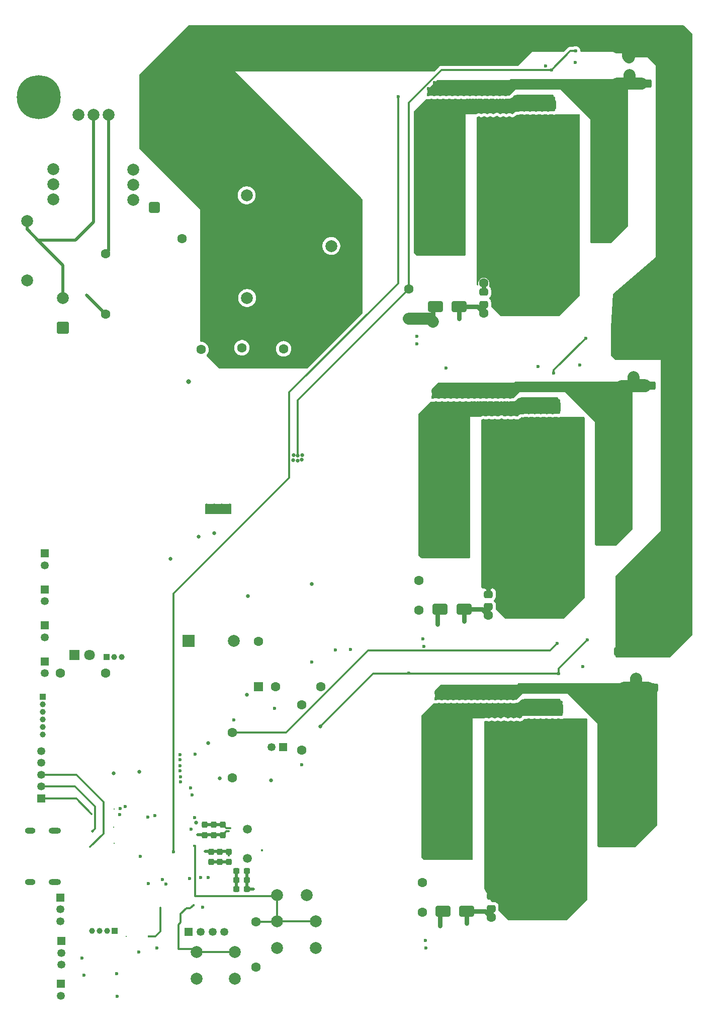
<source format=gbr>
%TF.GenerationSoftware,KiCad,Pcbnew,9.0.7*%
%TF.CreationDate,2026-01-12T17:17:52+03:00*%
%TF.ProjectId,Motor_Driver_Shell_Eco,4d6f746f-725f-4447-9269-7665725f5368,rev?*%
%TF.SameCoordinates,Original*%
%TF.FileFunction,Copper,L6,Bot*%
%TF.FilePolarity,Positive*%
%FSLAX46Y46*%
G04 Gerber Fmt 4.6, Leading zero omitted, Abs format (unit mm)*
G04 Created by KiCad (PCBNEW 9.0.7) date 2026-01-12 17:17:52*
%MOMM*%
%LPD*%
G01*
G04 APERTURE LIST*
G04 Aperture macros list*
%AMRoundRect*
0 Rectangle with rounded corners*
0 $1 Rounding radius*
0 $2 $3 $4 $5 $6 $7 $8 $9 X,Y pos of 4 corners*
0 Add a 4 corners polygon primitive as box body*
4,1,4,$2,$3,$4,$5,$6,$7,$8,$9,$2,$3,0*
0 Add four circle primitives for the rounded corners*
1,1,$1+$1,$2,$3*
1,1,$1+$1,$4,$5*
1,1,$1+$1,$6,$7*
1,1,$1+$1,$8,$9*
0 Add four rect primitives between the rounded corners*
20,1,$1+$1,$2,$3,$4,$5,0*
20,1,$1+$1,$4,$5,$6,$7,0*
20,1,$1+$1,$6,$7,$8,$9,0*
20,1,$1+$1,$8,$9,$2,$3,0*%
G04 Aperture macros list end*
%TA.AperFunction,EtchedComponent*%
%ADD10C,0.000000*%
%TD*%
%TA.AperFunction,ComponentPad*%
%ADD11R,1.800000X1.800000*%
%TD*%
%TA.AperFunction,ComponentPad*%
%ADD12C,1.800000*%
%TD*%
%TA.AperFunction,ComponentPad*%
%ADD13C,1.600000*%
%TD*%
%TA.AperFunction,ComponentPad*%
%ADD14R,1.350000X1.350000*%
%TD*%
%TA.AperFunction,ComponentPad*%
%ADD15C,1.350000*%
%TD*%
%TA.AperFunction,ComponentPad*%
%ADD16C,2.000000*%
%TD*%
%TA.AperFunction,ComponentPad*%
%ADD17R,2.000000X2.000000*%
%TD*%
%TA.AperFunction,ComponentPad*%
%ADD18RoundRect,0.250000X0.650000X-0.650000X0.650000X0.650000X-0.650000X0.650000X-0.650000X-0.650000X0*%
%TD*%
%TA.AperFunction,ComponentPad*%
%ADD19C,0.800000*%
%TD*%
%TA.AperFunction,ComponentPad*%
%ADD20C,7.400000*%
%TD*%
%TA.AperFunction,ComponentPad*%
%ADD21RoundRect,0.250000X0.750000X-0.750000X0.750000X0.750000X-0.750000X0.750000X-0.750000X-0.750000X0*%
%TD*%
%TA.AperFunction,ComponentPad*%
%ADD22RoundRect,0.250000X0.550000X-0.550000X0.550000X0.550000X-0.550000X0.550000X-0.550000X-0.550000X0*%
%TD*%
%TA.AperFunction,ComponentPad*%
%ADD23C,1.500000*%
%TD*%
%TA.AperFunction,ComponentPad*%
%ADD24R,1.000000X1.000000*%
%TD*%
%TA.AperFunction,ComponentPad*%
%ADD25C,1.000000*%
%TD*%
%TA.AperFunction,HeatsinkPad*%
%ADD26C,0.500000*%
%TD*%
%TA.AperFunction,HeatsinkPad*%
%ADD27R,4.400000X1.800000*%
%TD*%
%TA.AperFunction,HeatsinkPad*%
%ADD28O,2.100000X1.000000*%
%TD*%
%TA.AperFunction,HeatsinkPad*%
%ADD29O,1.800000X1.000000*%
%TD*%
%TA.AperFunction,SMDPad,CuDef*%
%ADD30C,0.500000*%
%TD*%
%TA.AperFunction,SMDPad,CuDef*%
%ADD31RoundRect,0.250000X0.475000X-0.337500X0.475000X0.337500X-0.475000X0.337500X-0.475000X-0.337500X0*%
%TD*%
%TA.AperFunction,SMDPad,CuDef*%
%ADD32RoundRect,0.237500X-0.237500X0.300000X-0.237500X-0.300000X0.237500X-0.300000X0.237500X0.300000X0*%
%TD*%
%TA.AperFunction,SMDPad,CuDef*%
%ADD33RoundRect,0.250000X1.100000X-0.412500X1.100000X0.412500X-1.100000X0.412500X-1.100000X-0.412500X0*%
%TD*%
%TA.AperFunction,SMDPad,CuDef*%
%ADD34RoundRect,0.250000X1.000000X0.650000X-1.000000X0.650000X-1.000000X-0.650000X1.000000X-0.650000X0*%
%TD*%
%TA.AperFunction,SMDPad,CuDef*%
%ADD35RoundRect,0.249999X-1.425001X0.450001X-1.425001X-0.450001X1.425001X-0.450001X1.425001X0.450001X0*%
%TD*%
%TA.AperFunction,SMDPad,CuDef*%
%ADD36RoundRect,0.237500X-0.300000X-0.237500X0.300000X-0.237500X0.300000X0.237500X-0.300000X0.237500X0*%
%TD*%
%TA.AperFunction,SMDPad,CuDef*%
%ADD37RoundRect,0.237500X0.237500X-0.300000X0.237500X0.300000X-0.237500X0.300000X-0.237500X-0.300000X0*%
%TD*%
%TA.AperFunction,SMDPad,CuDef*%
%ADD38RoundRect,0.249999X1.425001X-0.450001X1.425001X0.450001X-1.425001X0.450001X-1.425001X-0.450001X0*%
%TD*%
%TA.AperFunction,ViaPad*%
%ADD39C,0.300000*%
%TD*%
%TA.AperFunction,ViaPad*%
%ADD40C,0.600000*%
%TD*%
%TA.AperFunction,ViaPad*%
%ADD41C,0.650000*%
%TD*%
%TA.AperFunction,ViaPad*%
%ADD42C,0.800000*%
%TD*%
%TA.AperFunction,ViaPad*%
%ADD43C,0.400000*%
%TD*%
%TA.AperFunction,ViaPad*%
%ADD44C,0.500000*%
%TD*%
%TA.AperFunction,Conductor*%
%ADD45C,0.500000*%
%TD*%
%TA.AperFunction,Conductor*%
%ADD46C,0.800000*%
%TD*%
%TA.AperFunction,Conductor*%
%ADD47C,2.000000*%
%TD*%
%TA.AperFunction,Conductor*%
%ADD48C,0.300000*%
%TD*%
%TA.AperFunction,Conductor*%
%ADD49C,0.350000*%
%TD*%
G04 APERTURE END LIST*
D10*
%TA.AperFunction,EtchedComponent*%
%TO.C,NT3*%
G36*
X123925000Y-159750000D02*
G01*
X122925000Y-159750000D01*
X122925000Y-159250000D01*
X123925000Y-159250000D01*
X123925000Y-159750000D01*
G37*
%TD.AperFunction*%
%TA.AperFunction,EtchedComponent*%
%TO.C,NT9*%
G36*
X122625000Y-157000000D02*
G01*
X121625000Y-157000000D01*
X121625000Y-156500000D01*
X122625000Y-156500000D01*
X122625000Y-157000000D01*
G37*
%TD.AperFunction*%
%TA.AperFunction,EtchedComponent*%
%TO.C,NT2*%
G36*
X131025000Y-166150000D02*
G01*
X130025000Y-166150000D01*
X130025000Y-165650000D01*
X131025000Y-165650000D01*
X131025000Y-166150000D01*
G37*
%TD.AperFunction*%
%TD*%
D11*
%TO.P,D3,1,K*%
%TO.N,GND*%
X100955000Y-126525000D03*
D12*
%TO.P,D3,2,A*%
%TO.N,Net-(D3-A)*%
X103495000Y-126525000D03*
%TD*%
D13*
%TO.P,C6,1*%
%TO.N,+VDC*%
X122225000Y-75150000D03*
%TO.P,C6,2*%
%TO.N,-VDC*%
X124725000Y-75150000D03*
%TD*%
%TO.P,C39,1*%
%TO.N,Net-(D4-K)*%
X170625000Y-119862500D03*
%TO.P,C39,2*%
%TO.N,/FET/Phase_B_FET/PHASE_B*%
X170625000Y-114862500D03*
%TD*%
D14*
%TO.P,J7,1,Pin_1*%
%TO.N,GND*%
X95925000Y-109425000D03*
D15*
%TO.P,J7,2,Pin_2*%
%TO.N,BRAKE*%
X95925000Y-111425000D03*
%TD*%
D13*
%TO.P,C40,1*%
%TO.N,Net-(D5-K)*%
X169850000Y-68987500D03*
%TO.P,C40,2*%
%TO.N,/FET/Phase_C_FET/PHASE_C*%
X169850000Y-63987500D03*
%TD*%
D14*
%TO.P,J4,1,Pin_1*%
%TO.N,GND*%
X136075000Y-142050000D03*
D15*
%TO.P,J4,2,Pin_2*%
%TO.N,TEMP_SENSOR*%
X134075000Y-142050000D03*
%TD*%
D16*
%TO.P,S1,1,+IN*%
%TO.N,Net-(H1-Pad1)*%
X97400000Y-44845000D03*
%TO.P,S1,2,+IN*%
X97400000Y-47385000D03*
%TO.P,S1,3,+IN*%
X97400000Y-49925000D03*
%TO.P,S1,8,-IN*%
%TO.N,+VDC*%
X110862000Y-49975800D03*
%TO.P,S1,9,-IN*%
X110862000Y-47435800D03*
%TO.P,S1,10,-IN*%
X110862000Y-44895800D03*
%TO.P,S1,11,Vout*%
%TO.N,Net-(S1-Vout)*%
X106702800Y-35701000D03*
%TO.P,S1,12,GND*%
%TO.N,GND*%
X104162800Y-35701000D03*
%TO.P,S1,13,Uc*%
%TO.N,+5V*%
X101622800Y-35701000D03*
%TD*%
D13*
%TO.P,R12,1*%
%TO.N,Net-(JP1-C)*%
X106150000Y-129575000D03*
%TO.P,R12,2*%
%TO.N,Net-(J13-Pin_2)*%
X98530000Y-129575000D03*
%TD*%
%TO.P,C88,1*%
%TO.N,+12V*%
X158900000Y-118975000D03*
%TO.P,C88,2*%
%TO.N,GND*%
X158900000Y-113975000D03*
%TD*%
D16*
%TO.P,C8,1*%
%TO.N,CSense_OUT_LES*%
X93000000Y-63500000D03*
%TO.P,C8,2*%
%TO.N,GND*%
X93000000Y-53500000D03*
%TD*%
D13*
%TO.P,C90,1*%
%TO.N,+12V*%
X157225000Y-69975000D03*
%TO.P,C90,2*%
%TO.N,GND*%
X157225000Y-64975000D03*
%TD*%
D14*
%TO.P,J9,1,Pin_1*%
%TO.N,+3V3*%
X98575000Y-167300000D03*
D15*
%TO.P,J9,2,Pin_2*%
%TO.N,REGEN*%
X98575000Y-169300000D03*
%TO.P,J9,3,Pin_3*%
%TO.N,GND*%
X98575000Y-171300000D03*
%TD*%
D13*
%TO.P,C4,1*%
%TO.N,+VDC*%
X129125000Y-74850000D03*
%TO.P,C4,2*%
%TO.N,-VDC*%
X131625000Y-74850000D03*
%TD*%
D17*
%TO.P,BZ1,1,+*%
%TO.N,+5V*%
X120175000Y-124175000D03*
D16*
%TO.P,BZ1,2,-*%
%TO.N,Net-(BZ1--)*%
X127775000Y-124175000D03*
%TD*%
D18*
%TO.P,D1,1,K*%
%TO.N,+VDC*%
X114350000Y-51255000D03*
D12*
%TO.P,D1,2,A*%
%TO.N,-VDC*%
X114350000Y-41095000D03*
%TD*%
D16*
%TO.P,C28,1*%
%TO.N,GND*%
X140067500Y-166910000D03*
%TO.P,C28,2*%
%TO.N,/MCU/NRST*%
X135067500Y-166910000D03*
%TD*%
%TO.P,C1,1*%
%TO.N,+VDC*%
X144175000Y-57725000D03*
%TO.P,C1,2*%
%TO.N,-VDC*%
X144175000Y-50225000D03*
%TD*%
D19*
%TO.P,H1,1,1*%
%TO.N,Net-(H1-Pad1)*%
X92162779Y-32675000D03*
X92975558Y-30712779D03*
X92975558Y-34637221D03*
X94937779Y-29900000D03*
D20*
X94937779Y-32675000D03*
D19*
X94937779Y-35450000D03*
X96900000Y-30712779D03*
X96900000Y-34637221D03*
X97712779Y-32675000D03*
%TD*%
D14*
%TO.P,J10,1,Pin_1*%
%TO.N,GND*%
X95925000Y-115475000D03*
D15*
%TO.P,J10,2,Pin_2*%
%TO.N,CRUISE*%
X95925000Y-117475000D03*
%TD*%
D21*
%TO.P,C7,1*%
%TO.N,CSense_OUT_LES*%
X98975000Y-71500000D03*
D16*
%TO.P,C7,2*%
%TO.N,GND*%
X98975000Y-66500000D03*
%TD*%
D22*
%TO.P,D2,1,K*%
%TO.N,+5V*%
X131900000Y-131872500D03*
D13*
%TO.P,D2,2,A*%
%TO.N,Net-(BZ1--)*%
X131900000Y-124252500D03*
%TD*%
D16*
%TO.P,SW1,1,1*%
%TO.N,GND*%
X141567500Y-175810000D03*
X135067500Y-175810000D03*
%TO.P,SW1,2,2*%
%TO.N,/MCU/NRST*%
X141567500Y-171310000D03*
X135067500Y-171310000D03*
%TD*%
D14*
%TO.P,J8,1,Pin_1*%
%TO.N,+3V3*%
X98725000Y-174625000D03*
D15*
%TO.P,J8,2,Pin_2*%
%TO.N,ACCEL*%
X98725000Y-176625000D03*
%TO.P,J8,3,Pin_3*%
%TO.N,GND*%
X98725000Y-178625000D03*
%TD*%
D23*
%TO.P,Y1,1,1*%
%TO.N,Net-(U1-PH0)*%
X130025000Y-160750000D03*
%TO.P,Y1,2,2*%
%TO.N,Net-(U1-PH1)*%
X130025000Y-155850000D03*
%TD*%
D13*
%TO.P,C5,1*%
%TO.N,+VDC*%
X136150000Y-75025000D03*
%TO.P,C5,2*%
%TO.N,-VDC*%
X138650000Y-75025000D03*
%TD*%
D19*
%TO.P,H7,1,1*%
%TO.N,/FET/Phase_C_FET/PHASE_C*%
X181187779Y-67462779D03*
X179225558Y-66650000D03*
X183150000Y-66650000D03*
X178412779Y-64687779D03*
D20*
X181187779Y-64687779D03*
D19*
X183962779Y-64687779D03*
X179225558Y-62725558D03*
X183150000Y-62725558D03*
X181187779Y-61912779D03*
%TD*%
%TO.P,H2,1,1*%
%TO.N,-VDC*%
X113075000Y-32375000D03*
X113887779Y-30412779D03*
X113887779Y-34337221D03*
X115850000Y-29600000D03*
D20*
X115850000Y-32375000D03*
D19*
X115850000Y-35150000D03*
X117812221Y-30412779D03*
X117812221Y-34337221D03*
X118625000Y-32375000D03*
%TD*%
D13*
%TO.P,C89,1*%
%TO.N,+12V*%
X159525000Y-169750000D03*
%TO.P,C89,2*%
%TO.N,GND*%
X159525000Y-164750000D03*
%TD*%
%TO.P,R1,1*%
%TO.N,+VDC*%
X119000000Y-56520000D03*
%TO.P,R1,2*%
%TO.N,-VDC*%
X119000000Y-41280000D03*
%TD*%
D16*
%TO.P,SW2,1,1*%
%TO.N,+3V3*%
X127967500Y-180960000D03*
X121467500Y-180960000D03*
%TO.P,SW2,2,2*%
%TO.N,/MCU/BOOT0*%
X127967500Y-176460000D03*
X121467500Y-176460000D03*
%TD*%
D24*
%TO.P,JP1,1,A*%
%TO.N,STATUS_LED*%
X106360000Y-126825000D03*
D25*
%TO.P,JP1,2,C*%
%TO.N,Net-(JP1-C)*%
X107630000Y-126825000D03*
%TO.P,JP1,3,B*%
%TO.N,Net-(JP1-B)*%
X108900000Y-126825000D03*
%TD*%
D13*
%TO.P,R20,1*%
%TO.N,Net-(Q1-B)*%
X134790000Y-131872500D03*
%TO.P,R20,2*%
%TO.N,GND*%
X142410000Y-131872500D03*
%TD*%
D19*
%TO.P,H4,1,1*%
%TO.N,/FET/Phase_B_FET/PHASE_B*%
X181962779Y-118337779D03*
X180000558Y-117525000D03*
X183925000Y-117525000D03*
X179187779Y-115562779D03*
D20*
X181962779Y-115562779D03*
D19*
X184737779Y-115562779D03*
X180000558Y-113600558D03*
X183925000Y-113600558D03*
X181962779Y-112787779D03*
%TD*%
D14*
%TO.P,J2,1,Pin_1*%
%TO.N,Net-(J2-Pin_1)*%
X95325000Y-150650000D03*
D15*
%TO.P,J2,2,Pin_2*%
%TO.N,Net-(J2-Pin_2)*%
X95325000Y-148650000D03*
%TO.P,J2,3,Pin_3*%
%TO.N,Net-(J2-Pin_3)*%
X95325000Y-146650000D03*
%TO.P,J2,4,Pin_4*%
%TO.N,+5V*%
X95325000Y-144650000D03*
%TO.P,J2,5,Pin_5*%
%TO.N,GND*%
X95325000Y-142650000D03*
%TD*%
D16*
%TO.P,C2,1*%
%TO.N,+VDC*%
X129925000Y-49200000D03*
%TO.P,C2,2*%
%TO.N,-VDC*%
X129925000Y-41700000D03*
%TD*%
D13*
%TO.P,R2,1*%
%TO.N,Net-(S1-Vout)*%
X106150000Y-59045000D03*
%TO.P,R2,2*%
%TO.N,CSense_OUT_LES*%
X106150000Y-69205000D03*
%TD*%
D14*
%TO.P,J12,1,Pin_1*%
%TO.N,GND*%
X95925000Y-121525000D03*
D15*
%TO.P,J12,2,Pin_2*%
%TO.N,PANIC STOP*%
X95925000Y-123525000D03*
%TD*%
D14*
%TO.P,J13,1,Pin_1*%
%TO.N,GND*%
X95925000Y-127575000D03*
D15*
%TO.P,J13,2,Pin_2*%
%TO.N,Net-(J13-Pin_2)*%
X95925000Y-129575000D03*
%TD*%
D14*
%TO.P,J3,1,Pin_1*%
%TO.N,Net-(J3-Pin_1)*%
X98675000Y-181800000D03*
D15*
%TO.P,J3,2,Pin_2*%
%TO.N,Net-(J3-Pin_2)*%
X98675000Y-183800000D03*
%TD*%
D24*
%TO.P,J6,1,Pin_1*%
%TO.N,BT_STATE*%
X95550000Y-133510000D03*
D25*
%TO.P,J6,2,Pin_2*%
%TO.N,BT_TX*%
X95550000Y-134780000D03*
%TO.P,J6,3,Pin_3*%
%TO.N,BT_RX*%
X95550000Y-136050000D03*
%TO.P,J6,4,Pin_4*%
%TO.N,GND*%
X95550000Y-137320000D03*
%TO.P,J6,5,Pin_5*%
%TO.N,+5V*%
X95550000Y-138590000D03*
%TO.P,J6,6,Pin_6*%
%TO.N,BT_KEY*%
X95550000Y-139860000D03*
%TD*%
D16*
%TO.P,C3,1*%
%TO.N,+VDC*%
X130000000Y-66475000D03*
%TO.P,C3,2*%
%TO.N,-VDC*%
X130000000Y-58975000D03*
%TD*%
D13*
%TO.P,R7,1*%
%TO.N,/MCU/NRST*%
X131517500Y-171360000D03*
%TO.P,R7,2*%
%TO.N,+3V3*%
X131517500Y-178980000D03*
%TD*%
D19*
%TO.P,H6,1,1*%
%TO.N,/FET/Phase_A_FET/PHASE_A*%
X182437779Y-169087779D03*
X180475558Y-168275000D03*
X184400000Y-168275000D03*
X179662779Y-166312779D03*
D20*
X182437779Y-166312779D03*
D19*
X185212779Y-166312779D03*
X180475558Y-164350558D03*
X184400000Y-164350558D03*
X182437779Y-163537779D03*
%TD*%
D13*
%TO.P,R11,1*%
%TO.N,Net-(Q1-B)*%
X139175000Y-134865000D03*
%TO.P,R11,2*%
%TO.N,BUZZER*%
X139175000Y-142485000D03*
%TD*%
%TO.P,R50,1*%
%TO.N,+3V3*%
X127525000Y-139550000D03*
%TO.P,R50,2*%
%TO.N,TEMP_SENSOR*%
X127525000Y-147170000D03*
%TD*%
D26*
%TO.P,U2,9,RTNPAD*%
%TO.N,-VDC*%
X127065000Y-101287500D03*
X125765000Y-101287500D03*
X124465000Y-101287500D03*
X123165000Y-101287500D03*
D27*
X125115000Y-101937500D03*
D26*
X127065000Y-102587500D03*
X125765000Y-102587500D03*
X124465000Y-102587500D03*
X123165000Y-102587500D03*
%TD*%
D28*
%TO.P,J11,S1,SHIELD*%
%TO.N,GND*%
X97640000Y-156030000D03*
D29*
X93460000Y-156030000D03*
D28*
X97640000Y-164670000D03*
D29*
X93460000Y-164670000D03*
%TD*%
D24*
%TO.P,J5,1,Pin_1*%
%TO.N,+3V3*%
X107695000Y-172950000D03*
D25*
%TO.P,J5,2,Pin_2*%
%TO.N,SWCLK*%
X106425000Y-172950000D03*
%TO.P,J5,3,Pin_3*%
%TO.N,GND*%
X105155000Y-172950000D03*
%TO.P,J5,4,Pin_4*%
%TO.N,SWDIO*%
X103885000Y-172950000D03*
%TD*%
D13*
%TO.P,C57,1*%
%TO.N,Net-(D7-K)*%
X171100000Y-170612500D03*
%TO.P,C57,2*%
%TO.N,/FET/Phase_A_FET/PHASE_A*%
X171100000Y-165612500D03*
%TD*%
D30*
%TO.P,NT3,1,1*%
%TO.N,+3V3*%
X122925000Y-159500000D03*
%TO.P,NT3,2,2*%
%TO.N,VDD_1*%
X123925000Y-159500000D03*
%TD*%
D31*
%TO.P,C65,1*%
%TO.N,+VDC*%
X168510000Y-135475000D03*
%TO.P,C65,2*%
%TO.N,-VDC*%
X168510000Y-133400000D03*
%TD*%
%TO.P,C66,1*%
%TO.N,+VDC*%
X165500000Y-135475000D03*
%TO.P,C66,2*%
%TO.N,-VDC*%
X165500000Y-133400000D03*
%TD*%
%TO.P,C78,1*%
%TO.N,+VDC*%
X170270000Y-33850000D03*
%TO.P,C78,2*%
%TO.N,-VDC*%
X170270000Y-31775000D03*
%TD*%
D32*
%TO.P,C47,1*%
%TO.N,GND*%
X124355000Y-155070000D03*
%TO.P,C47,2*%
%TO.N,VDD_2*%
X124355000Y-156795000D03*
%TD*%
D33*
%TO.P,C62,1*%
%TO.N,+VDC*%
X177280000Y-135437500D03*
%TO.P,C62,2*%
%TO.N,-VDC*%
X177280000Y-132312500D03*
%TD*%
D34*
%TO.P,D4,1,K*%
%TO.N,Net-(D4-K)*%
X166500000Y-118825000D03*
%TO.P,D4,2,A*%
%TO.N,+12V*%
X162500000Y-118825000D03*
%TD*%
D35*
%TO.P,R70,1*%
%TO.N,-VDC*%
X197075000Y-75150000D03*
%TO.P,R70,2*%
X197075000Y-81250000D03*
%TD*%
D31*
%TO.P,C81,1*%
%TO.N,+VDC*%
X161240000Y-33850000D03*
%TO.P,C81,2*%
%TO.N,-VDC*%
X161240000Y-31775000D03*
%TD*%
D33*
%TO.P,C76,1*%
%TO.N,+VDC*%
X176030000Y-33812500D03*
%TO.P,C76,2*%
%TO.N,-VDC*%
X176030000Y-30687500D03*
%TD*%
D31*
%TO.P,C58,1*%
%TO.N,Net-(D5-K)*%
X170625000Y-118400000D03*
%TO.P,C58,2*%
%TO.N,/FET/Phase_C_FET/PHASE_C*%
X170625000Y-116325000D03*
%TD*%
%TO.P,C80,1*%
%TO.N,+VDC*%
X164250000Y-33850000D03*
%TO.P,C80,2*%
%TO.N,-VDC*%
X164250000Y-31775000D03*
%TD*%
%TO.P,C79,1*%
%TO.N,+VDC*%
X167260000Y-33850000D03*
%TO.P,C79,2*%
%TO.N,-VDC*%
X167260000Y-31775000D03*
%TD*%
D32*
%TO.P,C24,1*%
%TO.N,GND*%
X125875000Y-155075000D03*
%TO.P,C24,2*%
%TO.N,VDD_2*%
X125875000Y-156800000D03*
%TD*%
D35*
%TO.P,R61,1*%
%TO.N,-VDC*%
X192250000Y-24300000D03*
%TO.P,R61,2*%
X192250000Y-30400000D03*
%TD*%
D30*
%TO.P,NT9,1,1*%
%TO.N,+3V3*%
X121625000Y-156750000D03*
%TO.P,NT9,2,2*%
%TO.N,VDD_2*%
X122625000Y-156750000D03*
%TD*%
D33*
%TO.P,C61,1*%
%TO.N,+VDC*%
X181530000Y-135437500D03*
%TO.P,C61,2*%
%TO.N,-VDC*%
X181530000Y-132312500D03*
%TD*%
D31*
%TO.P,C70,1*%
%TO.N,+VDC*%
X174055000Y-84725000D03*
%TO.P,C70,2*%
%TO.N,-VDC*%
X174055000Y-82650000D03*
%TD*%
%TO.P,C59,1*%
%TO.N,Net-(D4-K)*%
X169850000Y-67575000D03*
%TO.P,C59,2*%
%TO.N,/FET/Phase_B_FET/PHASE_B*%
X169850000Y-65500000D03*
%TD*%
%TO.P,C63,1*%
%TO.N,+VDC*%
X174530000Y-135475000D03*
%TO.P,C63,2*%
%TO.N,-VDC*%
X174530000Y-133400000D03*
%TD*%
D36*
%TO.P,C19,1*%
%TO.N,GND*%
X128217500Y-164360000D03*
%TO.P,C19,2*%
%TO.N,VBAT*%
X129942500Y-164360000D03*
%TD*%
D31*
%TO.P,C60,1*%
%TO.N,Net-(D7-K)*%
X171100000Y-169150000D03*
%TO.P,C60,2*%
%TO.N,/FET/Phase_A_FET/PHASE_A*%
X171100000Y-167075000D03*
%TD*%
D30*
%TO.P,NT2,1,1*%
%TO.N,+3V3*%
X131025000Y-165900000D03*
%TO.P,NT2,2,2*%
%TO.N,VBAT*%
X130025000Y-165900000D03*
%TD*%
D31*
%TO.P,C73,1*%
%TO.N,+VDC*%
X165025000Y-84725000D03*
%TO.P,C73,2*%
%TO.N,-VDC*%
X165025000Y-82650000D03*
%TD*%
D33*
%TO.P,C69,1*%
%TO.N,+VDC*%
X176805000Y-84687500D03*
%TO.P,C69,2*%
%TO.N,-VDC*%
X176805000Y-81562500D03*
%TD*%
D31*
%TO.P,C74,1*%
%TO.N,+VDC*%
X162015000Y-84725000D03*
%TO.P,C74,2*%
%TO.N,-VDC*%
X162015000Y-82650000D03*
%TD*%
%TO.P,C72,1*%
%TO.N,+VDC*%
X168035000Y-84725000D03*
%TO.P,C72,2*%
%TO.N,-VDC*%
X168035000Y-82650000D03*
%TD*%
D35*
%TO.P,R66,1*%
%TO.N,-VDC*%
X193500000Y-125925000D03*
%TO.P,R66,2*%
X193500000Y-132025000D03*
%TD*%
D37*
%TO.P,C22,1*%
%TO.N,GND*%
X125425000Y-161325000D03*
%TO.P,C22,2*%
%TO.N,VDD_1*%
X125425000Y-159600000D03*
%TD*%
D36*
%TO.P,C18,1*%
%TO.N,GND*%
X128217500Y-165860000D03*
%TO.P,C18,2*%
%TO.N,VBAT*%
X129942500Y-165860000D03*
%TD*%
D37*
%TO.P,C21,1*%
%TO.N,GND*%
X126925000Y-161325000D03*
%TO.P,C21,2*%
%TO.N,VDD_1*%
X126925000Y-159600000D03*
%TD*%
D34*
%TO.P,D7,1,K*%
%TO.N,Net-(D7-K)*%
X166975000Y-169575000D03*
%TO.P,D7,2,A*%
%TO.N,+12V*%
X162975000Y-169575000D03*
%TD*%
D31*
%TO.P,C64,1*%
%TO.N,+VDC*%
X171520000Y-135475000D03*
%TO.P,C64,2*%
%TO.N,-VDC*%
X171520000Y-133400000D03*
%TD*%
D32*
%TO.P,C46,1*%
%TO.N,GND*%
X122885000Y-155070000D03*
%TO.P,C46,2*%
%TO.N,VDD_2*%
X122885000Y-156795000D03*
%TD*%
D33*
%TO.P,C68,1*%
%TO.N,+VDC*%
X181055000Y-84687500D03*
%TO.P,C68,2*%
%TO.N,-VDC*%
X181055000Y-81562500D03*
%TD*%
%TO.P,C75,1*%
%TO.N,+VDC*%
X180280000Y-33812500D03*
%TO.P,C75,2*%
%TO.N,-VDC*%
X180280000Y-30687500D03*
%TD*%
D38*
%TO.P,R71,1*%
%TO.N,-VDC*%
X197500000Y-132025000D03*
%TO.P,R71,2*%
X197500000Y-125925000D03*
%TD*%
D35*
%TO.P,R38,1*%
%TO.N,-VDC*%
X193025000Y-75175000D03*
%TO.P,R38,2*%
X193025000Y-81275000D03*
%TD*%
D31*
%TO.P,C67,1*%
%TO.N,+VDC*%
X162490000Y-135475000D03*
%TO.P,C67,2*%
%TO.N,-VDC*%
X162490000Y-133400000D03*
%TD*%
%TO.P,C71,1*%
%TO.N,+VDC*%
X171045000Y-84725000D03*
%TO.P,C71,2*%
%TO.N,-VDC*%
X171045000Y-82650000D03*
%TD*%
%TO.P,C77,1*%
%TO.N,+VDC*%
X173280000Y-33850000D03*
%TO.P,C77,2*%
%TO.N,-VDC*%
X173280000Y-31775000D03*
%TD*%
D14*
%TO.P,J1,1,Pin_1*%
%TO.N,/MCU/I2C_SCL*%
X120167500Y-173110000D03*
D15*
%TO.P,J1,2,Pin_2*%
%TO.N,/MCU/I2C_SDA*%
X122167500Y-173110000D03*
%TO.P,J1,3,Pin_3*%
%TO.N,+5V*%
X124167500Y-173110000D03*
%TO.P,J1,4,Pin_4*%
%TO.N,GND*%
X126167500Y-173110000D03*
%TD*%
D35*
%TO.P,R72,1*%
%TO.N,-VDC*%
X196400000Y-24300000D03*
%TO.P,R72,2*%
X196400000Y-30400000D03*
%TD*%
D36*
%TO.P,C20,1*%
%TO.N,GND*%
X128217500Y-162860000D03*
%TO.P,C20,2*%
%TO.N,VBAT*%
X129942500Y-162860000D03*
%TD*%
D34*
%TO.P,D5,1,K*%
%TO.N,Net-(D5-K)*%
X165725000Y-67950000D03*
%TO.P,D5,2,A*%
%TO.N,+12V*%
X161725000Y-67950000D03*
%TD*%
D37*
%TO.P,C23,1*%
%TO.N,GND*%
X123925000Y-161325000D03*
%TO.P,C23,2*%
%TO.N,VDD_1*%
X123925000Y-159600000D03*
%TD*%
D39*
%TO.N,VBAT*%
X129925000Y-162850000D03*
D40*
%TO.N,CSense_OUT_LES*%
X120525000Y-155800000D03*
D41*
%TO.N,Net-(U2-VCC)*%
X124500000Y-106000000D03*
X121875000Y-106625000D03*
D40*
%TO.N,+12V*%
X161250000Y-70450000D03*
X162500000Y-172075000D03*
X162025000Y-121325000D03*
D41*
X129975000Y-133175000D03*
X130125000Y-116625000D03*
D42*
%TO.N,+5V*%
X120175000Y-80525000D03*
D40*
X127725000Y-137475000D03*
D43*
%TO.N,/MCU/NRST*%
X121102586Y-158613898D03*
D39*
%TO.N,Net-(J2-Pin_1)*%
X103825000Y-153250000D03*
D44*
%TO.N,Net-(J2-Pin_2)*%
X103950000Y-156175000D03*
D39*
%TO.N,Net-(J2-Pin_3)*%
X103575000Y-158800000D03*
D40*
%TO.N,BT_RX*%
X108650000Y-152375000D03*
%TO.N,BT_KEY*%
X108575000Y-153325000D03*
%TO.N,BT_STATE*%
X112000000Y-160375000D03*
%TO.N,BT_TX*%
X109487500Y-151962500D03*
%TO.N,BRAKE*%
X122175000Y-163950000D03*
D41*
%TO.N,ACCEL*%
X121375000Y-154750000D03*
D40*
%TO.N,REGEN*%
X121125000Y-153825000D03*
%TO.N,CRUISE*%
X123400000Y-163925000D03*
D43*
%TO.N,/MCU/BOOT0*%
X120950000Y-168592500D03*
D40*
%TO.N,BUZZER*%
X139175000Y-144975000D03*
X122499140Y-168946836D03*
%TO.N,STATUS_LED*%
X120300000Y-164075000D03*
D39*
%TO.N,TMP_ALERT*%
X115400000Y-169010000D03*
D43*
X113467500Y-173860000D03*
D40*
%TO.N,/FET/Phase_A_FET/PHASE_A*%
X184600000Y-158075000D03*
X185600000Y-150175000D03*
X180600000Y-138175000D03*
X184600000Y-145175000D03*
X185600000Y-144175000D03*
X177600000Y-148175000D03*
X175800000Y-141175000D03*
X178600000Y-162075000D03*
X179600000Y-146175000D03*
X183600000Y-141175000D03*
X186600000Y-148175000D03*
X181600000Y-162075000D03*
X172800000Y-138175000D03*
X183600000Y-157175000D03*
X176800000Y-151175000D03*
X176800000Y-164175000D03*
X176800000Y-153175000D03*
X182600000Y-150175000D03*
X184600000Y-149175000D03*
X182600000Y-151175000D03*
X182600000Y-139175000D03*
X174800000Y-156175000D03*
X185600000Y-152175000D03*
X177600000Y-138175000D03*
X184600000Y-152175000D03*
X176800000Y-142175000D03*
X172800000Y-165075000D03*
X185600000Y-149175000D03*
X182600000Y-147175000D03*
X183600000Y-159075000D03*
X181600000Y-154175000D03*
X172800000Y-144175000D03*
X173800000Y-151175000D03*
X174800000Y-144175000D03*
X177600000Y-158075000D03*
X175800000Y-163175000D03*
X184600000Y-142175000D03*
X172800000Y-151175000D03*
X172800000Y-156175000D03*
X186600000Y-147175000D03*
X181600000Y-142175000D03*
X179600000Y-142175000D03*
X174800000Y-148175000D03*
X176800000Y-162175000D03*
X185600000Y-160075000D03*
X172800000Y-153175000D03*
X186600000Y-158075000D03*
X184600000Y-139175000D03*
X180600000Y-159075000D03*
X175800000Y-138175000D03*
X181600000Y-144175000D03*
X176800000Y-145175000D03*
X183600000Y-139175000D03*
X179600000Y-155175000D03*
X175800000Y-147175000D03*
X179600000Y-147175000D03*
X181600000Y-151175000D03*
X180600000Y-141175000D03*
X172800000Y-141175000D03*
X181600000Y-138175000D03*
X176800000Y-146175000D03*
X182600000Y-152175000D03*
X173800000Y-161175000D03*
X175800000Y-160175000D03*
X173800000Y-138175000D03*
X172800000Y-142175000D03*
X172800000Y-145175000D03*
X183600000Y-152175000D03*
X186600000Y-140175000D03*
X185600000Y-157175000D03*
X185600000Y-162075000D03*
X174800000Y-139175000D03*
X186600000Y-155175000D03*
X184600000Y-147175000D03*
X176800000Y-157175000D03*
X175800000Y-148175000D03*
X180600000Y-151175000D03*
X182600000Y-159075000D03*
X180600000Y-162075000D03*
X175800000Y-150175000D03*
X183600000Y-155175000D03*
X175800000Y-162175000D03*
X174800000Y-165075000D03*
X175800000Y-140175000D03*
X185600000Y-153175000D03*
X174800000Y-143175000D03*
X183600000Y-149175000D03*
X182600000Y-145175000D03*
X178600000Y-160075000D03*
X184600000Y-155175000D03*
X177600000Y-160075000D03*
X182600000Y-138175000D03*
X180600000Y-158075000D03*
X186600000Y-138175000D03*
X180600000Y-150175000D03*
X182600000Y-146175000D03*
X174800000Y-142175000D03*
X173800000Y-164175000D03*
X181600000Y-146175000D03*
X182600000Y-155175000D03*
X178600000Y-141175000D03*
X181600000Y-140175000D03*
X172800000Y-166075000D03*
X176800000Y-140175000D03*
X173800000Y-150175000D03*
X185600000Y-145175000D03*
X177600000Y-157175000D03*
X181600000Y-153175000D03*
X174800000Y-141175000D03*
X180600000Y-139175000D03*
X181600000Y-143175000D03*
X183600000Y-151175000D03*
X178600000Y-145175000D03*
X183600000Y-161075000D03*
X178600000Y-138175000D03*
X182600000Y-141175000D03*
X175800000Y-139175000D03*
X186600000Y-152175000D03*
X182600000Y-161075000D03*
X186600000Y-146175000D03*
X180600000Y-140175000D03*
X174800000Y-158175000D03*
X175800000Y-167075000D03*
X184600000Y-148175000D03*
X184600000Y-156175000D03*
X173800000Y-160175000D03*
X173800000Y-145175000D03*
X174800000Y-159175000D03*
X178600000Y-152175000D03*
X179600000Y-162075000D03*
X172800000Y-158175000D03*
X183600000Y-148175000D03*
X177600000Y-161075000D03*
X178600000Y-146175000D03*
X184600000Y-154175000D03*
X180600000Y-156175000D03*
X172800000Y-152175000D03*
X174800000Y-153175000D03*
X177600000Y-159075000D03*
X179600000Y-161075000D03*
X175800000Y-143175000D03*
X185600000Y-142175000D03*
X174800000Y-140175000D03*
X186600000Y-142175000D03*
X181600000Y-149175000D03*
X179800000Y-163175000D03*
X183600000Y-153175000D03*
X180600000Y-144175000D03*
X185600000Y-155175000D03*
X179600000Y-140175000D03*
X175800000Y-165075000D03*
X180600000Y-155175000D03*
X183600000Y-140175000D03*
X185600000Y-159075000D03*
X174800000Y-138175000D03*
X178600000Y-147175000D03*
X179600000Y-159075000D03*
X172800000Y-157175000D03*
X177600000Y-143175000D03*
X174800000Y-161175000D03*
X183600000Y-143175000D03*
X183600000Y-162075000D03*
X182600000Y-157175000D03*
X179600000Y-139175000D03*
X179600000Y-138175000D03*
X172800000Y-139175000D03*
X177600000Y-141175000D03*
X176800000Y-159175000D03*
X177600000Y-140175000D03*
X185600000Y-139175000D03*
X177600000Y-146175000D03*
X176800000Y-156175000D03*
X176800000Y-150175000D03*
X186600000Y-162075000D03*
X181600000Y-159075000D03*
X181600000Y-157175000D03*
X186600000Y-159075000D03*
X177800000Y-163175000D03*
X183600000Y-158075000D03*
X176800000Y-160175000D03*
X184600000Y-140175000D03*
X174800000Y-167075000D03*
X176800000Y-138175000D03*
X181600000Y-160075000D03*
X178600000Y-151175000D03*
X179600000Y-144175000D03*
X173800000Y-167075000D03*
X186600000Y-151175000D03*
X172800000Y-154175000D03*
X184600000Y-141175000D03*
X175800000Y-155175000D03*
X173800000Y-156175000D03*
X176800000Y-148175000D03*
X174800000Y-150175000D03*
X175800000Y-154175000D03*
X184600000Y-138175000D03*
X173800000Y-158175000D03*
X176800000Y-147175000D03*
X177600000Y-142175000D03*
X180600000Y-161075000D03*
X181600000Y-152175000D03*
X178600000Y-142175000D03*
X178600000Y-143175000D03*
X181600000Y-145175000D03*
X177600000Y-155175000D03*
X176800000Y-141175000D03*
X180600000Y-146175000D03*
X177600000Y-139175000D03*
X186600000Y-154175000D03*
X176800000Y-161175000D03*
X172800000Y-155175000D03*
X173800000Y-143175000D03*
X176800000Y-152175000D03*
X181600000Y-147175000D03*
X176800000Y-149175000D03*
X177800000Y-167075000D03*
X177600000Y-149175000D03*
X172800000Y-167075000D03*
X180600000Y-152175000D03*
X174800000Y-146175000D03*
X184600000Y-151175000D03*
X181600000Y-141175000D03*
X182600000Y-158075000D03*
X185600000Y-148175000D03*
X177800000Y-164175000D03*
X182600000Y-156175000D03*
X175800000Y-159175000D03*
X172800000Y-143175000D03*
X182600000Y-162075000D03*
X175800000Y-156175000D03*
X173800000Y-148175000D03*
X175800000Y-146175000D03*
X175800000Y-166075000D03*
X173800000Y-140175000D03*
X174800000Y-162175000D03*
X177600000Y-152175000D03*
X173800000Y-149175000D03*
X178600000Y-139175000D03*
X185600000Y-141175000D03*
X182600000Y-154175000D03*
X185600000Y-156175000D03*
X173800000Y-146175000D03*
X178600000Y-159075000D03*
X176800000Y-165075000D03*
X175800000Y-142175000D03*
X174800000Y-145175000D03*
X179600000Y-148175000D03*
X177800000Y-166075000D03*
X186600000Y-141175000D03*
X180600000Y-148175000D03*
X179600000Y-153175000D03*
X178800000Y-163175000D03*
X175800000Y-145175000D03*
X179600000Y-160075000D03*
X174800000Y-147175000D03*
X178600000Y-156175000D03*
X186600000Y-144175000D03*
X182600000Y-143175000D03*
X184600000Y-146175000D03*
X183600000Y-146175000D03*
X177600000Y-162075000D03*
X184600000Y-160075000D03*
X180600000Y-145175000D03*
X173800000Y-142175000D03*
X178600000Y-161075000D03*
X175800000Y-144175000D03*
X172800000Y-163175000D03*
X186600000Y-157175000D03*
X173800000Y-154175000D03*
X186600000Y-153175000D03*
X184600000Y-150175000D03*
X184600000Y-162075000D03*
X178600000Y-144175000D03*
X182600000Y-140175000D03*
X174800000Y-152175000D03*
X174800000Y-163175000D03*
X178800000Y-164175000D03*
X181600000Y-139175000D03*
X181600000Y-158075000D03*
X174800000Y-164175000D03*
X179600000Y-151175000D03*
X182600000Y-153175000D03*
X178600000Y-158075000D03*
X186600000Y-145175000D03*
X178600000Y-150175000D03*
X176800000Y-139175000D03*
X173800000Y-144175000D03*
X174800000Y-157175000D03*
X180600000Y-147175000D03*
X181600000Y-161075000D03*
X182600000Y-142175000D03*
X177800000Y-165075000D03*
X172800000Y-140175000D03*
X185600000Y-158075000D03*
X183600000Y-154175000D03*
X177600000Y-151175000D03*
X184600000Y-143175000D03*
X183600000Y-147175000D03*
X184600000Y-157175000D03*
X186600000Y-143175000D03*
X183600000Y-156175000D03*
X179600000Y-149175000D03*
X185600000Y-147175000D03*
X186600000Y-156175000D03*
X180600000Y-154175000D03*
X186600000Y-139175000D03*
X182600000Y-149175000D03*
X173800000Y-141175000D03*
X173800000Y-163175000D03*
X174800000Y-160175000D03*
X173800000Y-153175000D03*
X183600000Y-145175000D03*
X174800000Y-166075000D03*
X180600000Y-149175000D03*
X172800000Y-164175000D03*
X174800000Y-149175000D03*
X176800000Y-144175000D03*
X185600000Y-140175000D03*
X177600000Y-154175000D03*
X177600000Y-153175000D03*
X185600000Y-151175000D03*
X186600000Y-160075000D03*
X185600000Y-143175000D03*
X175800000Y-158175000D03*
X175800000Y-151175000D03*
X179600000Y-141175000D03*
X177600000Y-150175000D03*
X176800000Y-155175000D03*
X184600000Y-159075000D03*
X178600000Y-148175000D03*
X174800000Y-155175000D03*
X178600000Y-154175000D03*
X178600000Y-149175000D03*
X183600000Y-150175000D03*
X180600000Y-153175000D03*
X182600000Y-160075000D03*
X173800000Y-147175000D03*
X177600000Y-147175000D03*
X183600000Y-144175000D03*
X179600000Y-158075000D03*
X173800000Y-162175000D03*
X179600000Y-154175000D03*
X176800000Y-154175000D03*
X176800000Y-158175000D03*
X185600000Y-161075000D03*
X175800000Y-152175000D03*
X181600000Y-156175000D03*
X179600000Y-143175000D03*
X173800000Y-139175000D03*
X175800000Y-157175000D03*
X180600000Y-157175000D03*
X177600000Y-156175000D03*
X179600000Y-152175000D03*
X176800000Y-163175000D03*
X185600000Y-146175000D03*
X174800000Y-154175000D03*
X175800000Y-153175000D03*
X182600000Y-148175000D03*
X185600000Y-154175000D03*
X179600000Y-157175000D03*
X181600000Y-150175000D03*
X179600000Y-150175000D03*
X175800000Y-149175000D03*
X186600000Y-161075000D03*
X176800000Y-166075000D03*
X175800000Y-164175000D03*
X184600000Y-161075000D03*
X173800000Y-166075000D03*
X182600000Y-144175000D03*
X178600000Y-155175000D03*
X184600000Y-144175000D03*
X178600000Y-153175000D03*
X173800000Y-165075000D03*
X173800000Y-159175000D03*
X186600000Y-149175000D03*
X177600000Y-144175000D03*
X180600000Y-142175000D03*
X173800000Y-157175000D03*
X178600000Y-140175000D03*
X176800000Y-167075000D03*
X177600000Y-145175000D03*
X186600000Y-150175000D03*
X179600000Y-145175000D03*
X174800000Y-151175000D03*
X184600000Y-153175000D03*
X183600000Y-160075000D03*
X185600000Y-138175000D03*
X176800000Y-143175000D03*
X173800000Y-152175000D03*
X175800000Y-161175000D03*
X180600000Y-143175000D03*
X173800000Y-155175000D03*
X178600000Y-157175000D03*
X181600000Y-155175000D03*
X179600000Y-156175000D03*
X183600000Y-138175000D03*
X183600000Y-142175000D03*
X180600000Y-160075000D03*
X181600000Y-148175000D03*
%TO.N,HS_MOS_C*%
X158600000Y-72900000D03*
X118725000Y-144100000D03*
%TO.N,/FET/HS_MOS_A*%
X160025000Y-174535000D03*
X118750000Y-146975000D03*
%TO.N,LS_MOS_C*%
X158600000Y-74175000D03*
X118725000Y-143299997D03*
%TO.N,CAN_S*%
X113375000Y-164950000D03*
X113250000Y-153800000D03*
X102525000Y-180400000D03*
D43*
%TO.N,+3V3*%
X121625000Y-156750000D03*
D40*
X102175000Y-177450000D03*
D43*
X131025000Y-165900000D03*
D40*
X182200000Y-124550000D03*
D39*
X109617500Y-173860000D03*
D40*
X111800000Y-176435000D03*
D43*
%TO.N,VDD_1*%
X126875000Y-160200000D03*
X132467500Y-159360000D03*
D39*
%TO.N,VDD_2*%
X126925000Y-156150000D03*
D40*
%TO.N,CAN_RX*%
X116300000Y-165050000D03*
X108050000Y-180125000D03*
%TO.N,CAN_TX*%
X108125000Y-183950000D03*
X115750000Y-164300000D03*
D39*
%TO.N,GND*%
X107625000Y-152400000D03*
D41*
X125350000Y-147225000D03*
X134000000Y-147600000D03*
X142300000Y-138525000D03*
D40*
X187025000Y-73225000D03*
X181250000Y-28100000D03*
D41*
X137743290Y-93750000D03*
X140925000Y-114575000D03*
X123425000Y-141325000D03*
D39*
X107575000Y-158200000D03*
D40*
X157250000Y-129575000D03*
D41*
X138500000Y-93800000D03*
D39*
X127125000Y-155650000D03*
D41*
X138544276Y-92950000D03*
X107525000Y-146400000D03*
X117100000Y-110325000D03*
X139175000Y-93675000D03*
D39*
X107525000Y-155450000D03*
D40*
X182475000Y-129625000D03*
D41*
X139300000Y-92900000D03*
X137800000Y-92875000D03*
D39*
X126825000Y-160950000D03*
D40*
X185314975Y-24925025D03*
X134625000Y-135525000D03*
D41*
X111812500Y-146162500D03*
D40*
X181625000Y-79100000D03*
X187300000Y-123975000D03*
X140850000Y-127675000D03*
X114800000Y-175750000D03*
%TO.N,+VDC*%
X163250000Y-57550000D03*
X163250000Y-41550000D03*
X159125000Y-93425000D03*
X165500000Y-144175000D03*
X164025000Y-102425000D03*
X180900000Y-136475000D03*
X173650000Y-35250000D03*
X165250000Y-44550000D03*
X162125000Y-88425000D03*
X159600000Y-137175000D03*
X164250000Y-33550000D03*
X166250000Y-58550000D03*
X160600000Y-150175000D03*
X160350000Y-57550000D03*
X162600000Y-154175000D03*
X176650000Y-32850000D03*
X181650000Y-33850000D03*
X178425000Y-85725000D03*
X172225000Y-86125000D03*
X176900000Y-134475000D03*
X162600000Y-158175000D03*
X175650000Y-32850000D03*
X162250000Y-48550000D03*
X166500000Y-158175000D03*
X158350000Y-37550000D03*
X161600000Y-158175000D03*
X159125000Y-98425000D03*
X164500000Y-153175000D03*
X162125000Y-103425000D03*
X165500000Y-153175000D03*
X158350000Y-44550000D03*
X166500000Y-138175000D03*
X167500000Y-138175000D03*
X159350000Y-36550000D03*
X175650000Y-34850000D03*
X171450000Y-33250000D03*
X159600000Y-144175000D03*
X161350000Y-36550000D03*
X171225000Y-85125000D03*
X181900000Y-136475000D03*
X164250000Y-39550000D03*
X169800000Y-135875000D03*
X163250000Y-39550000D03*
X160350000Y-39550000D03*
X168800000Y-135875000D03*
X160350000Y-34550000D03*
X170225000Y-86125000D03*
X165250000Y-34550000D03*
X165500000Y-148175000D03*
X164250000Y-40550000D03*
X164025000Y-109425000D03*
X160350000Y-36550000D03*
X169800000Y-136875000D03*
X166025000Y-84425000D03*
X176650000Y-34850000D03*
X177900000Y-136475000D03*
X159600000Y-154175000D03*
X165025000Y-108425000D03*
X171450000Y-35250000D03*
X163250000Y-44550000D03*
X163250000Y-56550000D03*
X176425000Y-85725000D03*
X162125000Y-89425000D03*
X166500000Y-156175000D03*
X169325000Y-85125000D03*
X178425000Y-84725000D03*
X160125000Y-91425000D03*
X162125000Y-107425000D03*
X164250000Y-57550000D03*
X166250000Y-53550000D03*
X180425000Y-84725000D03*
X159600000Y-159175000D03*
X164500000Y-155175000D03*
X162250000Y-55550000D03*
X164500000Y-137175000D03*
X161125000Y-98425000D03*
X159125000Y-90425000D03*
X178900000Y-135475000D03*
X166250000Y-40550000D03*
X163250000Y-50550000D03*
X160600000Y-148175000D03*
X161350000Y-49550000D03*
X159350000Y-51550000D03*
X164250000Y-54550000D03*
X165500000Y-139175000D03*
X160125000Y-90425000D03*
X159125000Y-109425000D03*
X158350000Y-54550000D03*
X160600000Y-144175000D03*
X161600000Y-137175000D03*
X162250000Y-42550000D03*
X160350000Y-58550000D03*
X165025000Y-109425000D03*
X165025000Y-96425000D03*
X173425000Y-86125000D03*
X162250000Y-53550000D03*
X165025000Y-94425000D03*
X182900000Y-134475000D03*
X165025000Y-86425000D03*
X162600000Y-151175000D03*
X162125000Y-90425000D03*
X169450000Y-34250000D03*
X160350000Y-51550000D03*
X165500000Y-141175000D03*
X182425000Y-85725000D03*
X164250000Y-35550000D03*
X161125000Y-93425000D03*
X168550000Y-34250000D03*
X167500000Y-157175000D03*
X164500000Y-143175000D03*
X158350000Y-40550000D03*
X159125000Y-96425000D03*
X172650000Y-33250000D03*
X163250000Y-38550000D03*
X166025000Y-94425000D03*
X159600000Y-148175000D03*
X170450000Y-35250000D03*
X159350000Y-40550000D03*
X162125000Y-106425000D03*
X164250000Y-58550000D03*
X159125000Y-102425000D03*
X163500000Y-146175000D03*
X167025000Y-90425000D03*
X169325000Y-84125000D03*
X159350000Y-45550000D03*
X165025000Y-105425000D03*
X166500000Y-141175000D03*
X158350000Y-57550000D03*
X160125000Y-107425000D03*
X167500000Y-144175000D03*
X177650000Y-32850000D03*
X165025000Y-102425000D03*
X164250000Y-34550000D03*
X159350000Y-46550000D03*
X161125000Y-84425000D03*
X159600000Y-149175000D03*
X165025000Y-90425000D03*
X163025000Y-102425000D03*
X164250000Y-55550000D03*
X168325000Y-84125000D03*
X161125000Y-94425000D03*
X164025000Y-105425000D03*
X163025000Y-97425000D03*
X165500000Y-156175000D03*
X172225000Y-85125000D03*
X161600000Y-159175000D03*
X162250000Y-47550000D03*
X162600000Y-152175000D03*
X163250000Y-48550000D03*
X165250000Y-51550000D03*
X160600000Y-154175000D03*
X167500000Y-149175000D03*
X163025000Y-92425000D03*
X166500000Y-160175000D03*
X165500000Y-147175000D03*
X162125000Y-100425000D03*
X181650000Y-34850000D03*
X174650000Y-34250000D03*
X163500000Y-137175000D03*
X161350000Y-39550000D03*
X161600000Y-160175000D03*
X164250000Y-42550000D03*
X163025000Y-86425000D03*
X177425000Y-85725000D03*
X162125000Y-98425000D03*
X164025000Y-93425000D03*
X159125000Y-91425000D03*
X166025000Y-107425000D03*
X163250000Y-34550000D03*
X158350000Y-42550000D03*
X158350000Y-55550000D03*
X161600000Y-145175000D03*
X160600000Y-145175000D03*
X163500000Y-160175000D03*
X163250000Y-58550000D03*
X163025000Y-101425000D03*
X160600000Y-149175000D03*
X165500000Y-157175000D03*
X165025000Y-106425000D03*
X164025000Y-108425000D03*
X162600000Y-138175000D03*
X159600000Y-142175000D03*
X166250000Y-37550000D03*
X167500000Y-148175000D03*
X166500000Y-146175000D03*
X161125000Y-91425000D03*
X160350000Y-50550000D03*
X160600000Y-141175000D03*
X164500000Y-156175000D03*
X175900000Y-135875000D03*
X163025000Y-95425000D03*
X165500000Y-136175000D03*
X172225000Y-84125000D03*
X165500000Y-146175000D03*
X162600000Y-156175000D03*
X158350000Y-53550000D03*
X162600000Y-141175000D03*
X164500000Y-160175000D03*
X174650000Y-35250000D03*
X170225000Y-85125000D03*
X159600000Y-140175000D03*
X179425000Y-84725000D03*
X165500000Y-143175000D03*
X168325000Y-86125000D03*
X181900000Y-134475000D03*
X160350000Y-42550000D03*
X166500000Y-136175000D03*
X162250000Y-43550000D03*
X160600000Y-158175000D03*
X164500000Y-146175000D03*
X165250000Y-33550000D03*
X164250000Y-50550000D03*
X164500000Y-136175000D03*
X163025000Y-105425000D03*
X162600000Y-144175000D03*
X169450000Y-33250000D03*
X177425000Y-83725000D03*
X159350000Y-37550000D03*
X165250000Y-35550000D03*
X165250000Y-50550000D03*
X158350000Y-49550000D03*
X165250000Y-40550000D03*
X162600000Y-157175000D03*
X165025000Y-89425000D03*
X166025000Y-85425000D03*
X180900000Y-135475000D03*
X165500000Y-135175000D03*
X161125000Y-109425000D03*
X163025000Y-104425000D03*
X167500000Y-147175000D03*
X171700000Y-135875000D03*
X159350000Y-48550000D03*
X160125000Y-104425000D03*
X167025000Y-103425000D03*
X166250000Y-51550000D03*
X165250000Y-52550000D03*
X165025000Y-91425000D03*
X165025000Y-107425000D03*
X166500000Y-135175000D03*
X161125000Y-89425000D03*
X166250000Y-45550000D03*
X166925000Y-84425000D03*
X161125000Y-95425000D03*
X166250000Y-49550000D03*
X161125000Y-105425000D03*
X164500000Y-144175000D03*
X162250000Y-58550000D03*
X166250000Y-36550000D03*
X160350000Y-48550000D03*
X158350000Y-52550000D03*
X161600000Y-155175000D03*
X166025000Y-104425000D03*
X160350000Y-37550000D03*
X161600000Y-146175000D03*
X164500000Y-135175000D03*
X160600000Y-147175000D03*
X172700000Y-136875000D03*
X164500000Y-154175000D03*
X163250000Y-51550000D03*
X161125000Y-104425000D03*
X164250000Y-51550000D03*
X165500000Y-142175000D03*
X161125000Y-106425000D03*
X166250000Y-50550000D03*
X164250000Y-41550000D03*
X164250000Y-56550000D03*
X161350000Y-50550000D03*
X159600000Y-157175000D03*
X173650000Y-33250000D03*
X160600000Y-138175000D03*
X166150000Y-33550000D03*
X163025000Y-90425000D03*
X174425000Y-86125000D03*
X166250000Y-39550000D03*
X163250000Y-35550000D03*
X164025000Y-106425000D03*
X167500000Y-159175000D03*
X163250000Y-52550000D03*
X161600000Y-140175000D03*
X159350000Y-49550000D03*
X160600000Y-146175000D03*
X175425000Y-84125000D03*
X162600000Y-155175000D03*
X159125000Y-88425000D03*
X159600000Y-138175000D03*
X167500000Y-140175000D03*
X163500000Y-138175000D03*
X163025000Y-100425000D03*
X166025000Y-102425000D03*
X159600000Y-160175000D03*
X165250000Y-53550000D03*
X159350000Y-50550000D03*
X160125000Y-101425000D03*
X166500000Y-148175000D03*
X161350000Y-55550000D03*
X161125000Y-100425000D03*
X159350000Y-52550000D03*
X161125000Y-85425000D03*
X166025000Y-88425000D03*
X163500000Y-139175000D03*
X175650000Y-33850000D03*
X164250000Y-44550000D03*
X163025000Y-91425000D03*
X164025000Y-107425000D03*
X168550000Y-33250000D03*
X167500000Y-141175000D03*
X161125000Y-108425000D03*
X179900000Y-136475000D03*
X174425000Y-85125000D03*
X158350000Y-35550000D03*
X174650000Y-33250000D03*
X159350000Y-44550000D03*
X167025000Y-89425000D03*
X159600000Y-141175000D03*
X161350000Y-43550000D03*
X176900000Y-136475000D03*
X165025000Y-101425000D03*
X162125000Y-85425000D03*
X162600000Y-147175000D03*
X164025000Y-88425000D03*
X160125000Y-105425000D03*
X161600000Y-139175000D03*
X166500000Y-151175000D03*
X166025000Y-95425000D03*
X162250000Y-38550000D03*
X161125000Y-92425000D03*
X165500000Y-150175000D03*
X164025000Y-96425000D03*
X165250000Y-41550000D03*
X163500000Y-156175000D03*
X165500000Y-145175000D03*
X161350000Y-34550000D03*
X161350000Y-51550000D03*
X167500000Y-152175000D03*
X158350000Y-48550000D03*
X167025000Y-93425000D03*
X163500000Y-142175000D03*
X160125000Y-100425000D03*
X163500000Y-159175000D03*
X166025000Y-96425000D03*
X159125000Y-106425000D03*
X165500000Y-151175000D03*
X161600000Y-149175000D03*
X167025000Y-97425000D03*
X161125000Y-96425000D03*
X171225000Y-86125000D03*
X166250000Y-55550000D03*
X167025000Y-87425000D03*
X163500000Y-158175000D03*
X165025000Y-88425000D03*
X161600000Y-153175000D03*
X179425000Y-83725000D03*
X161600000Y-150175000D03*
X160600000Y-157175000D03*
X160350000Y-46550000D03*
X163250000Y-53550000D03*
X182425000Y-83725000D03*
X166500000Y-147175000D03*
X158350000Y-36550000D03*
X170450000Y-34250000D03*
X164250000Y-46550000D03*
X163025000Y-109425000D03*
X160350000Y-35550000D03*
X162600000Y-146175000D03*
X159125000Y-97425000D03*
X159350000Y-53550000D03*
X160125000Y-106425000D03*
X160350000Y-40550000D03*
X162250000Y-54550000D03*
X167500000Y-153175000D03*
X160350000Y-56550000D03*
X161600000Y-144175000D03*
X166250000Y-57550000D03*
X165250000Y-55550000D03*
X178650000Y-32850000D03*
X160125000Y-103425000D03*
X165250000Y-58550000D03*
X160125000Y-98425000D03*
X163500000Y-135175000D03*
X164025000Y-97425000D03*
X180900000Y-134475000D03*
X166500000Y-149175000D03*
X163500000Y-145175000D03*
X160600000Y-143175000D03*
X163250000Y-55550000D03*
X162250000Y-37550000D03*
X169325000Y-86125000D03*
X164025000Y-103425000D03*
X164025000Y-85425000D03*
X162125000Y-94425000D03*
X158350000Y-51550000D03*
X167025000Y-102425000D03*
X181425000Y-83725000D03*
X164500000Y-158175000D03*
X161350000Y-38550000D03*
X166500000Y-142175000D03*
X170225000Y-84125000D03*
X164250000Y-49550000D03*
X165025000Y-84425000D03*
X171450000Y-34250000D03*
X161125000Y-99425000D03*
X162250000Y-57550000D03*
X166250000Y-46550000D03*
X159125000Y-86425000D03*
X167500000Y-146175000D03*
X165250000Y-57550000D03*
X175900000Y-136875000D03*
X166500000Y-137175000D03*
X167025000Y-94425000D03*
X178650000Y-33850000D03*
X171700000Y-134875000D03*
X164025000Y-101425000D03*
X161350000Y-46550000D03*
X165500000Y-158175000D03*
X175425000Y-86125000D03*
X159125000Y-107425000D03*
X165025000Y-98425000D03*
X158350000Y-41550000D03*
X163500000Y-148175000D03*
X167025000Y-107425000D03*
X166500000Y-143175000D03*
X180425000Y-83725000D03*
X160125000Y-94425000D03*
X164500000Y-140175000D03*
X162250000Y-44550000D03*
X165250000Y-46550000D03*
X159350000Y-39550000D03*
X164500000Y-145175000D03*
X159125000Y-89425000D03*
X163500000Y-147175000D03*
X165250000Y-45550000D03*
X165500000Y-155175000D03*
X163500000Y-152175000D03*
X166025000Y-100425000D03*
X163500000Y-149175000D03*
X162600000Y-160175000D03*
X165500000Y-137175000D03*
X159350000Y-41550000D03*
X160125000Y-93425000D03*
X165500000Y-154175000D03*
X160125000Y-97425000D03*
X159125000Y-101425000D03*
X163250000Y-47550000D03*
X162250000Y-49550000D03*
X164025000Y-100425000D03*
X164025000Y-92425000D03*
X161600000Y-151175000D03*
X166025000Y-108425000D03*
X182425000Y-84725000D03*
X181425000Y-85725000D03*
X172650000Y-35250000D03*
X160125000Y-85425000D03*
X161600000Y-154175000D03*
X159125000Y-99425000D03*
X162600000Y-153175000D03*
X164250000Y-38550000D03*
X166500000Y-157175000D03*
X164025000Y-98425000D03*
X162125000Y-91425000D03*
X161600000Y-152175000D03*
X163500000Y-155175000D03*
X160600000Y-159175000D03*
X164025000Y-89425000D03*
X166025000Y-90425000D03*
X177900000Y-134475000D03*
X180650000Y-32850000D03*
X162250000Y-40550000D03*
X166025000Y-105425000D03*
X174425000Y-84125000D03*
X164500000Y-142175000D03*
X163025000Y-88425000D03*
X164250000Y-48550000D03*
X162250000Y-35550000D03*
X162600000Y-150175000D03*
X166025000Y-101425000D03*
X165025000Y-97425000D03*
X164025000Y-104425000D03*
X164250000Y-52550000D03*
X166025000Y-86425000D03*
X166250000Y-56550000D03*
X160125000Y-96425000D03*
X162125000Y-105425000D03*
X181650000Y-32850000D03*
X159350000Y-34550000D03*
X162250000Y-45550000D03*
X179650000Y-33850000D03*
X161350000Y-40550000D03*
X164500000Y-141175000D03*
X165250000Y-39550000D03*
X163025000Y-106425000D03*
X164025000Y-87425000D03*
X161350000Y-58550000D03*
X173900000Y-135875000D03*
X161125000Y-87425000D03*
X159600000Y-155175000D03*
X159600000Y-153175000D03*
X162600000Y-148175000D03*
X163250000Y-40550000D03*
X160350000Y-41550000D03*
X173425000Y-85125000D03*
X167025000Y-98425000D03*
X167025000Y-101425000D03*
X166250000Y-38550000D03*
X160350000Y-55550000D03*
X167025000Y-109425000D03*
X164025000Y-90425000D03*
X160600000Y-136175000D03*
X164025000Y-99425000D03*
X162250000Y-36550000D03*
X160125000Y-95425000D03*
X161600000Y-135175000D03*
X179425000Y-85725000D03*
X163250000Y-37550000D03*
X167025000Y-100425000D03*
X160600000Y-152175000D03*
X159125000Y-87425000D03*
X159600000Y-156175000D03*
X163025000Y-89425000D03*
X164250000Y-43550000D03*
X159125000Y-104425000D03*
X172700000Y-134875000D03*
X167025000Y-106425000D03*
X182900000Y-135475000D03*
X182900000Y-136475000D03*
X175900000Y-134875000D03*
X163250000Y-49550000D03*
X167500000Y-154175000D03*
X159125000Y-100425000D03*
X165500000Y-160175000D03*
X160125000Y-92425000D03*
X166500000Y-152175000D03*
X166025000Y-92425000D03*
X163500000Y-151175000D03*
X162125000Y-86425000D03*
X163025000Y-93425000D03*
X165250000Y-42550000D03*
X160125000Y-87425000D03*
X163025000Y-94425000D03*
X166025000Y-98425000D03*
X158350000Y-46550000D03*
X160600000Y-156175000D03*
X159600000Y-143175000D03*
X159125000Y-108425000D03*
X162250000Y-50550000D03*
X159125000Y-95425000D03*
X159600000Y-139175000D03*
X162600000Y-137175000D03*
X165500000Y-149175000D03*
X161600000Y-142175000D03*
X164250000Y-53550000D03*
X159600000Y-150175000D03*
X160600000Y-142175000D03*
X165250000Y-54550000D03*
X163500000Y-157175000D03*
X167500000Y-160175000D03*
X167500000Y-139175000D03*
X164500000Y-149175000D03*
X162250000Y-52550000D03*
X163025000Y-84425000D03*
X158350000Y-45550000D03*
X162125000Y-99425000D03*
X165025000Y-99425000D03*
X166250000Y-54550000D03*
X162600000Y-142175000D03*
X164250000Y-37550000D03*
X165025000Y-93425000D03*
X160350000Y-52550000D03*
X163025000Y-85425000D03*
X166500000Y-144175000D03*
X179900000Y-135475000D03*
X171700000Y-136875000D03*
X162250000Y-39550000D03*
X160600000Y-140175000D03*
X158350000Y-39550000D03*
X166250000Y-42550000D03*
X159350000Y-55550000D03*
X163500000Y-136175000D03*
X179650000Y-34850000D03*
X176425000Y-83725000D03*
X163025000Y-108425000D03*
X158350000Y-47550000D03*
X161350000Y-52550000D03*
X161350000Y-57550000D03*
X165250000Y-43550000D03*
X166025000Y-106425000D03*
X165500000Y-140175000D03*
X177900000Y-135475000D03*
X167025000Y-91425000D03*
X165025000Y-103425000D03*
X165250000Y-37550000D03*
X163025000Y-99425000D03*
X159350000Y-57550000D03*
X165025000Y-87425000D03*
X167500000Y-136175000D03*
X166025000Y-93425000D03*
X167025000Y-92425000D03*
X162600000Y-143175000D03*
X163250000Y-42550000D03*
X167550000Y-35250000D03*
X160350000Y-49550000D03*
X165250000Y-56550000D03*
X162250000Y-46550000D03*
X165025000Y-92425000D03*
X161125000Y-88425000D03*
X167500000Y-150175000D03*
X168550000Y-35250000D03*
X166025000Y-89425000D03*
X159600000Y-151175000D03*
X178900000Y-136475000D03*
X161350000Y-33550000D03*
X160350000Y-45550000D03*
X164250000Y-45550000D03*
X161350000Y-53550000D03*
X159350000Y-54550000D03*
X164250000Y-36550000D03*
X166500000Y-154175000D03*
X165500000Y-152175000D03*
X180425000Y-85725000D03*
X161350000Y-42550000D03*
X162250000Y-34550000D03*
X167550000Y-34250000D03*
X181425000Y-84725000D03*
X177425000Y-84725000D03*
X160600000Y-139175000D03*
X161125000Y-86425000D03*
X160125000Y-89425000D03*
X163500000Y-144175000D03*
X167025000Y-85425000D03*
X167025000Y-96425000D03*
X177650000Y-33850000D03*
X162125000Y-102425000D03*
X164250000Y-47550000D03*
X158350000Y-38550000D03*
X160600000Y-153175000D03*
X168325000Y-85125000D03*
X160600000Y-160175000D03*
X167500000Y-158175000D03*
X170700000Y-134875000D03*
X179900000Y-134475000D03*
X162125000Y-87425000D03*
X160125000Y-109425000D03*
X159350000Y-42550000D03*
X163500000Y-154175000D03*
X162125000Y-84425000D03*
X158350000Y-56550000D03*
X159125000Y-103425000D03*
X167025000Y-104425000D03*
X165025000Y-104425000D03*
X166500000Y-140175000D03*
X161600000Y-143175000D03*
X169800000Y-134875000D03*
X169450000Y-35250000D03*
X165250000Y-49550000D03*
X162125000Y-95425000D03*
X167025000Y-108425000D03*
X164025000Y-84425000D03*
X161350000Y-37550000D03*
X163025000Y-87425000D03*
X167025000Y-88425000D03*
X161125000Y-97425000D03*
X164025000Y-95425000D03*
X173650000Y-34250000D03*
X162600000Y-140175000D03*
X163025000Y-96425000D03*
X163250000Y-33550000D03*
X173900000Y-136875000D03*
X160125000Y-108425000D03*
X163500000Y-143175000D03*
X166250000Y-52550000D03*
X159125000Y-92425000D03*
X164500000Y-148175000D03*
X160125000Y-86425000D03*
X167025000Y-105425000D03*
X161350000Y-41550000D03*
X159600000Y-152175000D03*
X164025000Y-86425000D03*
X166250000Y-43550000D03*
X160350000Y-53550000D03*
X166500000Y-139175000D03*
X173900000Y-134875000D03*
X167500000Y-145175000D03*
X161600000Y-138175000D03*
X163500000Y-140175000D03*
X161350000Y-45550000D03*
X161350000Y-54550000D03*
X158350000Y-43550000D03*
X161350000Y-47550000D03*
X166250000Y-35550000D03*
X178900000Y-134475000D03*
X162250000Y-41550000D03*
X166250000Y-48550000D03*
X159350000Y-58550000D03*
X166500000Y-153175000D03*
X167500000Y-137175000D03*
X163025000Y-103425000D03*
X161125000Y-101425000D03*
X168800000Y-136875000D03*
X162125000Y-101425000D03*
X161125000Y-103425000D03*
X163250000Y-36550000D03*
X164500000Y-151175000D03*
X164025000Y-94425000D03*
X160350000Y-33550000D03*
X167550000Y-33250000D03*
X158350000Y-50550000D03*
X176900000Y-135475000D03*
X172650000Y-34250000D03*
X164500000Y-152175000D03*
X162125000Y-96425000D03*
X180650000Y-34850000D03*
X161350000Y-35550000D03*
X167500000Y-143175000D03*
X162600000Y-145175000D03*
X168800000Y-134875000D03*
X167500000Y-156175000D03*
X167500000Y-155175000D03*
X161125000Y-90425000D03*
X159350000Y-56550000D03*
X162600000Y-159175000D03*
X159350000Y-38550000D03*
X164500000Y-157175000D03*
X161125000Y-107425000D03*
X165025000Y-95425000D03*
X178425000Y-83725000D03*
X164025000Y-91425000D03*
X164500000Y-147175000D03*
X174900000Y-136875000D03*
X159600000Y-145175000D03*
X174900000Y-135875000D03*
X170700000Y-135875000D03*
X161600000Y-141175000D03*
X162600000Y-149175000D03*
X158350000Y-58550000D03*
X160125000Y-88425000D03*
X162600000Y-139175000D03*
X166500000Y-150175000D03*
X161350000Y-56550000D03*
X164500000Y-139175000D03*
X160125000Y-102425000D03*
X167025000Y-86425000D03*
X175425000Y-85125000D03*
X160350000Y-38550000D03*
X166025000Y-87425000D03*
X166500000Y-145175000D03*
X159350000Y-47550000D03*
X167400000Y-135175000D03*
X161600000Y-148175000D03*
X160600000Y-155175000D03*
X159600000Y-158175000D03*
X160350000Y-54550000D03*
X163250000Y-45550000D03*
X170700000Y-136875000D03*
X176650000Y-33850000D03*
X160350000Y-47550000D03*
X165250000Y-38550000D03*
X172700000Y-135875000D03*
X163250000Y-46550000D03*
X162125000Y-97425000D03*
X162250000Y-33550000D03*
X160600000Y-151175000D03*
X160350000Y-44550000D03*
X173425000Y-84125000D03*
X177650000Y-34850000D03*
X163250000Y-54550000D03*
X160125000Y-99425000D03*
X161600000Y-147175000D03*
X163500000Y-153175000D03*
X171225000Y-84125000D03*
X160600000Y-137175000D03*
X167025000Y-95425000D03*
X167025000Y-99425000D03*
X162250000Y-51550000D03*
X161350000Y-44550000D03*
X165250000Y-36550000D03*
X163500000Y-141175000D03*
X166025000Y-91425000D03*
X159350000Y-35550000D03*
X176425000Y-84725000D03*
X163250000Y-43550000D03*
X162125000Y-108425000D03*
X163025000Y-107425000D03*
X164500000Y-150175000D03*
X162125000Y-92425000D03*
X165250000Y-48550000D03*
X166025000Y-99425000D03*
X166250000Y-41550000D03*
X165025000Y-100425000D03*
X179650000Y-32850000D03*
X159600000Y-146175000D03*
X161600000Y-157175000D03*
X166025000Y-103425000D03*
X162600000Y-135175000D03*
X166250000Y-44550000D03*
X162125000Y-104425000D03*
X161600000Y-136175000D03*
X178650000Y-34850000D03*
X161350000Y-48550000D03*
X162125000Y-109425000D03*
X159125000Y-105425000D03*
X163025000Y-98425000D03*
X167500000Y-151175000D03*
X159350000Y-43550000D03*
X163500000Y-150175000D03*
X180650000Y-33850000D03*
X166025000Y-97425000D03*
X159125000Y-94425000D03*
X165500000Y-138175000D03*
X170450000Y-33250000D03*
X174900000Y-134875000D03*
X165500000Y-159175000D03*
X166250000Y-34550000D03*
X162125000Y-93425000D03*
X166500000Y-155175000D03*
X166500000Y-159175000D03*
X164500000Y-138175000D03*
X165025000Y-85425000D03*
X164500000Y-159175000D03*
X161125000Y-102425000D03*
X159600000Y-147175000D03*
X165250000Y-47550000D03*
X162600000Y-136175000D03*
X160350000Y-43550000D03*
X161600000Y-156175000D03*
X166025000Y-109425000D03*
X166250000Y-47550000D03*
X181900000Y-135475000D03*
X167500000Y-142175000D03*
X162250000Y-56550000D03*
%TO.N,/FET/LS_MOS_B*%
X147375000Y-125625000D03*
X144825000Y-125650000D03*
X118725000Y-145100000D03*
X159750000Y-125050000D03*
%TO.N,/FET/LS_MOS_A*%
X118750000Y-147850000D03*
X160125000Y-175825000D03*
%TO.N,/FET/HS_MOS_B*%
X118700000Y-146025000D03*
X159615000Y-123785000D03*
%TO.N,Current Sense_A*%
X121237500Y-143162500D03*
X186500000Y-128475000D03*
X120450000Y-148850000D03*
%TO.N,-VDC*%
X175350000Y-30050000D03*
X179125000Y-80925000D03*
X189125000Y-82925000D03*
X163550000Y-32250000D03*
X189350000Y-43850000D03*
X194600000Y-146475000D03*
X193125000Y-83925000D03*
X167550000Y-31250000D03*
X170325000Y-82125000D03*
X171550000Y-31250000D03*
X186125000Y-80925000D03*
X193125000Y-93725000D03*
X193125000Y-102525000D03*
X172325000Y-81125000D03*
X190600000Y-143475000D03*
X189125000Y-105525000D03*
X189125000Y-81925000D03*
X193600000Y-135675000D03*
X189350000Y-41050000D03*
X190600000Y-154275000D03*
X188125000Y-82925000D03*
X193350000Y-54650000D03*
X191350000Y-52650000D03*
X189350000Y-39050000D03*
X191350000Y-36050000D03*
X192350000Y-40050000D03*
X189350000Y-50650000D03*
X192600000Y-142675000D03*
X193600000Y-157275000D03*
X194125000Y-105525000D03*
X192600000Y-151475000D03*
X193600000Y-156275000D03*
X190125000Y-84925000D03*
X194125000Y-101525000D03*
X192125000Y-105525000D03*
X189350000Y-33050000D03*
X192600000Y-144475000D03*
X188350000Y-53650000D03*
X193600000Y-154275000D03*
X192125000Y-94725000D03*
X190125000Y-99725000D03*
X192600000Y-158275000D03*
X187125000Y-81925000D03*
X178125000Y-81925000D03*
X190350000Y-48850000D03*
X164800000Y-133875000D03*
X189125000Y-99725000D03*
X189350000Y-51650000D03*
X161800000Y-133875000D03*
X162800000Y-131875000D03*
X192125000Y-84925000D03*
X189350000Y-41850000D03*
X193125000Y-87925000D03*
X189125000Y-103525000D03*
X194600000Y-156275000D03*
X178600000Y-132675000D03*
X190600000Y-134675000D03*
X185600000Y-132675000D03*
X190350000Y-43850000D03*
X177125000Y-81925000D03*
X188350000Y-33050000D03*
X193125000Y-100525000D03*
X190125000Y-86925000D03*
X192350000Y-36050000D03*
X195475000Y-130475000D03*
X180350000Y-31050000D03*
X180600000Y-132675000D03*
X185125000Y-80925000D03*
X190125000Y-107525000D03*
X175325000Y-82125000D03*
X192125000Y-104525000D03*
X193600000Y-141675000D03*
X166550000Y-30250000D03*
X192600000Y-150475000D03*
X193350000Y-41050000D03*
X160550000Y-32250000D03*
X194125000Y-82925000D03*
X190600000Y-132675000D03*
X180350000Y-30050000D03*
X167325000Y-81125000D03*
X190125000Y-90925000D03*
X191350000Y-48850000D03*
X176350000Y-30050000D03*
X166550000Y-32250000D03*
X193350000Y-44850000D03*
X173550000Y-32250000D03*
X190600000Y-145475000D03*
X192125000Y-98725000D03*
X189125000Y-107525000D03*
X190125000Y-102525000D03*
X191600000Y-153275000D03*
X192600000Y-133675000D03*
X192600000Y-141675000D03*
X191600000Y-154275000D03*
X188350000Y-56650000D03*
X193600000Y-143475000D03*
X193600000Y-136675000D03*
X173325000Y-83125000D03*
X175800000Y-132875000D03*
X191350000Y-54650000D03*
X194125000Y-90925000D03*
X190600000Y-133675000D03*
X192125000Y-85925000D03*
X188125000Y-80925000D03*
X164325000Y-82125000D03*
X165550000Y-30250000D03*
X166800000Y-133875000D03*
X185350000Y-32050000D03*
X187350000Y-30050000D03*
X192350000Y-55650000D03*
X193600000Y-140675000D03*
X190600000Y-140675000D03*
X193600000Y-133675000D03*
X193600000Y-137675000D03*
X191600000Y-155275000D03*
X187125000Y-84925000D03*
X189600000Y-157275000D03*
X192125000Y-97725000D03*
X190600000Y-142675000D03*
X190600000Y-152275000D03*
X194125000Y-103525000D03*
X189125000Y-84925000D03*
X193125000Y-91925000D03*
X190125000Y-91925000D03*
X191350000Y-32050000D03*
X189600000Y-131675000D03*
X189600000Y-136675000D03*
X193600000Y-142675000D03*
X190600000Y-138675000D03*
X189350000Y-48850000D03*
X194125000Y-92725000D03*
X191600000Y-140675000D03*
X190600000Y-157275000D03*
X173800000Y-131875000D03*
X161325000Y-83125000D03*
X171325000Y-81125000D03*
X185350000Y-33050000D03*
X188600000Y-136675000D03*
X193125000Y-89925000D03*
X190125000Y-105525000D03*
X177125000Y-80925000D03*
X192125000Y-93725000D03*
X174800000Y-132875000D03*
X176600000Y-131675000D03*
X189350000Y-52650000D03*
X192125000Y-102525000D03*
X189350000Y-49850000D03*
X164325000Y-83125000D03*
X193125000Y-103525000D03*
X182350000Y-31050000D03*
X171325000Y-82125000D03*
X167550000Y-32250000D03*
X192600000Y-139675000D03*
X167325000Y-83125000D03*
X194325000Y-26000000D03*
X193350000Y-45850000D03*
X169325000Y-83125000D03*
X189350000Y-42850000D03*
X192600000Y-156275000D03*
X162325000Y-81125000D03*
X188350000Y-30050000D03*
X192350000Y-38050000D03*
X164550000Y-30250000D03*
X190600000Y-144475000D03*
X189125000Y-106525000D03*
X165325000Y-83125000D03*
X190600000Y-150475000D03*
X190125000Y-104525000D03*
X192600000Y-134675000D03*
X192350000Y-53650000D03*
X174325000Y-83125000D03*
X194125000Y-96725000D03*
X190600000Y-155275000D03*
X184125000Y-80925000D03*
X172800000Y-131875000D03*
X192125000Y-91925000D03*
X173325000Y-82125000D03*
X187350000Y-32050000D03*
X172550000Y-31250000D03*
X186600000Y-132675000D03*
X193600000Y-149475000D03*
X191600000Y-157275000D03*
X183125000Y-81925000D03*
X189350000Y-30050000D03*
X192600000Y-138675000D03*
X192600000Y-145475000D03*
X186350000Y-32050000D03*
X186600000Y-134675000D03*
X191125000Y-105525000D03*
X183350000Y-30050000D03*
X194125000Y-86925000D03*
X165800000Y-132875000D03*
X187125000Y-80925000D03*
X190350000Y-41050000D03*
X193350000Y-46850000D03*
X194600000Y-147475000D03*
X192600000Y-137675000D03*
X194600000Y-154275000D03*
X185600000Y-133775000D03*
X193125000Y-98725000D03*
X192350000Y-33050000D03*
X161550000Y-31250000D03*
X194125000Y-97725000D03*
X189350000Y-40050000D03*
X190350000Y-34050000D03*
X165325000Y-81125000D03*
X191350000Y-42850000D03*
X186600000Y-131675000D03*
X191125000Y-86925000D03*
X163325000Y-81125000D03*
X193125000Y-94725000D03*
X194125000Y-93725000D03*
X188350000Y-49850000D03*
X171325000Y-83125000D03*
X191350000Y-46850000D03*
X193350000Y-41850000D03*
X171550000Y-30250000D03*
X170550000Y-32250000D03*
X193350000Y-52650000D03*
X187600000Y-134675000D03*
X194600000Y-148475000D03*
X184350000Y-31050000D03*
X170325000Y-83125000D03*
X162550000Y-32250000D03*
X179350000Y-30050000D03*
X189350000Y-36050000D03*
X173325000Y-81125000D03*
X189600000Y-153275000D03*
X189350000Y-37050000D03*
X189600000Y-135675000D03*
X168550000Y-30250000D03*
X190350000Y-54650000D03*
X169550000Y-30250000D03*
X169325000Y-82125000D03*
X193125000Y-86925000D03*
X191125000Y-90925000D03*
X193350000Y-37050000D03*
X189600000Y-158275000D03*
X177350000Y-31050000D03*
X185350000Y-31050000D03*
X191350000Y-34050000D03*
X192350000Y-39050000D03*
X162800000Y-133875000D03*
X193350000Y-33050000D03*
X193125000Y-99725000D03*
X178350000Y-31050000D03*
X189350000Y-54650000D03*
X176125000Y-81925000D03*
X192125000Y-86925000D03*
X191350000Y-49850000D03*
X166325000Y-81125000D03*
X178350000Y-30050000D03*
X192350000Y-51650000D03*
X162325000Y-83125000D03*
X193600000Y-148475000D03*
X192350000Y-42850000D03*
X190125000Y-100725000D03*
X165800000Y-131875000D03*
X172325000Y-82125000D03*
X186125000Y-83925000D03*
X193125000Y-82925000D03*
X189600000Y-134675000D03*
X190350000Y-35050000D03*
X186125000Y-82925000D03*
X184350000Y-32150000D03*
X166550000Y-31250000D03*
X191125000Y-106525000D03*
X189600000Y-151475000D03*
X191125000Y-103525000D03*
X168325000Y-81125000D03*
X168325000Y-83125000D03*
X173800000Y-132875000D03*
X170550000Y-31250000D03*
X193600000Y-150475000D03*
X177600000Y-131675000D03*
X193600000Y-145475000D03*
X192600000Y-149475000D03*
X181600000Y-132675000D03*
X191350000Y-40050000D03*
X192125000Y-82925000D03*
X193350000Y-32050000D03*
X191125000Y-88925000D03*
X191125000Y-84925000D03*
X184125000Y-81925000D03*
X191600000Y-151475000D03*
X182600000Y-131675000D03*
X190350000Y-32050000D03*
X185125000Y-83025000D03*
X192125000Y-89925000D03*
X194600000Y-142675000D03*
X171800000Y-133875000D03*
X194125000Y-91925000D03*
X193350000Y-43850000D03*
X193600000Y-139675000D03*
X190125000Y-94725000D03*
X187350000Y-33050000D03*
X163800000Y-132875000D03*
X190600000Y-151475000D03*
X172550000Y-30250000D03*
X194600000Y-133675000D03*
X188350000Y-35050000D03*
X192350000Y-49650000D03*
X194600000Y-140675000D03*
X190350000Y-42850000D03*
X179600000Y-131675000D03*
X189125000Y-86925000D03*
X189600000Y-155275000D03*
X181125000Y-80925000D03*
X190125000Y-80925000D03*
X190125000Y-82925000D03*
X190125000Y-81925000D03*
X192600000Y-140675000D03*
X176350000Y-31050000D03*
X170550000Y-30250000D03*
X174325000Y-82125000D03*
X193600000Y-153275000D03*
X176125000Y-80925000D03*
X181350000Y-30050000D03*
X188125000Y-83925000D03*
X194600000Y-155275000D03*
X182125000Y-81925000D03*
X191600000Y-150475000D03*
X176600000Y-132675000D03*
X193125000Y-95725000D03*
X193125000Y-90925000D03*
X193350000Y-36050000D03*
X193125000Y-97725000D03*
X182125000Y-80925000D03*
X166800000Y-132875000D03*
X188600000Y-134675000D03*
X189125000Y-80925000D03*
X194125000Y-98725000D03*
X190600000Y-139675000D03*
X184350000Y-30050000D03*
X188600000Y-135675000D03*
X191125000Y-85925000D03*
X191600000Y-139675000D03*
X183600000Y-132675000D03*
X189125000Y-102525000D03*
X191600000Y-156275000D03*
X190350000Y-39050000D03*
X194600000Y-134675000D03*
X191600000Y-158275000D03*
X193350000Y-49650000D03*
X186125000Y-81925000D03*
X179125000Y-81925000D03*
X190350000Y-40050000D03*
X191600000Y-144475000D03*
X191125000Y-89925000D03*
X193125000Y-96725000D03*
X164550000Y-31250000D03*
X175600000Y-131875000D03*
X194600000Y-149475000D03*
X188350000Y-36050000D03*
X194600000Y-145475000D03*
X192350000Y-47850000D03*
X192600000Y-157275000D03*
X190350000Y-49850000D03*
X190350000Y-41850000D03*
X194125000Y-95725000D03*
X191350000Y-47850000D03*
X193125000Y-88925000D03*
X191350000Y-39050000D03*
X193125000Y-85925000D03*
X183350000Y-31050000D03*
X192350000Y-32050000D03*
X188350000Y-34050000D03*
X192600000Y-153275000D03*
X188125000Y-81925000D03*
X167800000Y-131875000D03*
X186350000Y-31050000D03*
X174800000Y-131875000D03*
X191600000Y-134675000D03*
X194125000Y-94725000D03*
X188350000Y-32050000D03*
X190350000Y-56650000D03*
X189125000Y-100725000D03*
X184600000Y-132675000D03*
X165550000Y-31250000D03*
X191125000Y-94725000D03*
X188350000Y-54650000D03*
X190125000Y-93725000D03*
X190600000Y-156275000D03*
X190350000Y-38050000D03*
X194600000Y-137675000D03*
X187350000Y-34050000D03*
X180125000Y-81925000D03*
X191350000Y-37050000D03*
X190350000Y-50650000D03*
X192125000Y-100725000D03*
X194600000Y-152275000D03*
X169800000Y-131875000D03*
X182600000Y-132675000D03*
X192350000Y-48850000D03*
X180600000Y-131675000D03*
X165800000Y-133875000D03*
X192125000Y-107525000D03*
X188125000Y-84925000D03*
X191600000Y-143475000D03*
X190125000Y-83925000D03*
X194125000Y-99725000D03*
X188600000Y-133675000D03*
X181125000Y-81925000D03*
X190125000Y-92725000D03*
X190600000Y-153275000D03*
X187600000Y-131675000D03*
X190125000Y-103525000D03*
X191125000Y-91925000D03*
X191125000Y-99725000D03*
X190350000Y-36050000D03*
X187350000Y-31050000D03*
X188350000Y-55650000D03*
X191350000Y-43850000D03*
X192125000Y-88925000D03*
X193350000Y-38050000D03*
X186350000Y-34050000D03*
X171800000Y-131875000D03*
X162550000Y-31250000D03*
X163800000Y-133875000D03*
X191600000Y-135675000D03*
X163325000Y-83125000D03*
X192125000Y-106525000D03*
X191125000Y-82925000D03*
X189600000Y-152275000D03*
X169800000Y-132875000D03*
X191125000Y-102525000D03*
X194600000Y-151275000D03*
X191600000Y-136675000D03*
X190125000Y-85925000D03*
X168325000Y-82125000D03*
X187125000Y-82925000D03*
X193600000Y-146475000D03*
X191125000Y-101525000D03*
X191350000Y-55650000D03*
X193600000Y-147475000D03*
X186350000Y-30050000D03*
X194125000Y-83925000D03*
X172800000Y-133875000D03*
X183600000Y-131675000D03*
X190600000Y-158275000D03*
X191600000Y-145475000D03*
X190125000Y-101525000D03*
X194600000Y-144475000D03*
X193350000Y-39050000D03*
X194600000Y-139675000D03*
X168800000Y-132875000D03*
X168550000Y-31250000D03*
X191600000Y-141675000D03*
X183125000Y-80925000D03*
X191350000Y-56650000D03*
X192600000Y-148475000D03*
X194125000Y-84925000D03*
X192350000Y-43850000D03*
X161550000Y-30250000D03*
X173550000Y-30250000D03*
X192350000Y-35050000D03*
X167550000Y-30250000D03*
X192350000Y-44850000D03*
X191350000Y-51650000D03*
X192125000Y-92725000D03*
X188350000Y-52650000D03*
X162550000Y-30250000D03*
X193600000Y-151275000D03*
X189600000Y-156275000D03*
X192350000Y-50650000D03*
X191600000Y-137675000D03*
X189350000Y-56650000D03*
X189350000Y-31050000D03*
X191350000Y-53650000D03*
X195075000Y-79775000D03*
X188350000Y-50650000D03*
X194600000Y-138675000D03*
X195400000Y-124500000D03*
X187600000Y-135675000D03*
X164550000Y-32250000D03*
X189125000Y-85925000D03*
X163800000Y-131875000D03*
X178125000Y-80925000D03*
X192350000Y-46850000D03*
X194400000Y-28950000D03*
X191600000Y-142675000D03*
X185350000Y-30050000D03*
X162325000Y-82125000D03*
X193125000Y-84925000D03*
X194600000Y-150475000D03*
X185125000Y-81925000D03*
X162800000Y-132875000D03*
X170800000Y-133875000D03*
X173550000Y-31250000D03*
X190600000Y-141675000D03*
X175125000Y-81125000D03*
X166325000Y-83125000D03*
X190600000Y-136675000D03*
X189350000Y-32050000D03*
X188600000Y-132675000D03*
X192350000Y-41050000D03*
X192600000Y-135675000D03*
X193125000Y-92725000D03*
X169550000Y-31250000D03*
X189600000Y-150475000D03*
X180125000Y-80925000D03*
X184600000Y-131675000D03*
X191350000Y-41050000D03*
X192600000Y-143475000D03*
X191350000Y-33050000D03*
X189350000Y-55650000D03*
X192125000Y-101525000D03*
X169800000Y-133875000D03*
X192350000Y-37050000D03*
X165325000Y-82125000D03*
X189350000Y-35050000D03*
X192600000Y-155275000D03*
X161550000Y-32250000D03*
X194125000Y-89925000D03*
X194600000Y-143475000D03*
X179350000Y-31050000D03*
X193350000Y-51650000D03*
X194600000Y-153275000D03*
X193600000Y-138675000D03*
X194125000Y-87925000D03*
X189350000Y-34050000D03*
X192125000Y-83925000D03*
X190600000Y-137675000D03*
X188350000Y-31050000D03*
X189125000Y-104525000D03*
X177600000Y-132675000D03*
X192600000Y-136675000D03*
X190600000Y-131675000D03*
X171550000Y-32250000D03*
X192125000Y-103525000D03*
X187600000Y-133675000D03*
X161800000Y-132875000D03*
X164800000Y-131875000D03*
X171800000Y-132875000D03*
X163550000Y-30250000D03*
X172550000Y-32250000D03*
X192350000Y-54650000D03*
X189350000Y-53650000D03*
X177350000Y-30050000D03*
X188350000Y-51650000D03*
X168800000Y-133875000D03*
X193350000Y-42850000D03*
X189600000Y-133675000D03*
X193125000Y-106525000D03*
X191125000Y-107525000D03*
X194125000Y-100525000D03*
X193125000Y-105525000D03*
X191125000Y-93725000D03*
X193350000Y-40050000D03*
X168550000Y-32250000D03*
X189350000Y-38050000D03*
X194125000Y-85925000D03*
X194600000Y-136675000D03*
X167800000Y-132875000D03*
X191600000Y-138675000D03*
X192125000Y-87925000D03*
X172325000Y-83125000D03*
X182350000Y-30050000D03*
X170325000Y-81125000D03*
X191350000Y-41850000D03*
X163550000Y-31250000D03*
X190350000Y-52650000D03*
X194125000Y-104525000D03*
X189600000Y-132675000D03*
X192125000Y-90925000D03*
X190125000Y-88925000D03*
X194125000Y-88925000D03*
X191600000Y-152275000D03*
X189125000Y-83925000D03*
X160550000Y-31250000D03*
X193350000Y-53650000D03*
X191125000Y-100725000D03*
X167800000Y-133875000D03*
X189125000Y-101525000D03*
X181350000Y-31050000D03*
X194600000Y-135675000D03*
X193350000Y-34050000D03*
X194125000Y-102525000D03*
X174325000Y-81125000D03*
X191125000Y-92725000D03*
X190350000Y-51650000D03*
X192125000Y-99725000D03*
X186600000Y-133675000D03*
X187350000Y-35050000D03*
X175350000Y-31050000D03*
X172800000Y-132875000D03*
X169550000Y-32250000D03*
X189600000Y-154275000D03*
X190125000Y-87925000D03*
X192350000Y-45850000D03*
X189600000Y-137675000D03*
X181600000Y-131675000D03*
X191125000Y-83925000D03*
X192600000Y-154275000D03*
X192600000Y-152275000D03*
X190350000Y-33050000D03*
X190125000Y-89925000D03*
X169325000Y-81125000D03*
X167325000Y-82125000D03*
X166325000Y-82125000D03*
X188600000Y-131675000D03*
X190125000Y-106525000D03*
X187125000Y-83925000D03*
X193600000Y-152275000D03*
X170800000Y-131875000D03*
X193600000Y-134675000D03*
X170800000Y-132875000D03*
X190350000Y-55650000D03*
X193350000Y-50650000D03*
X164800000Y-132875000D03*
X179600000Y-132675000D03*
X190350000Y-37050000D03*
X193600000Y-155275000D03*
X191125000Y-104525000D03*
X193350000Y-35050000D03*
X173800000Y-133875000D03*
X191350000Y-38050000D03*
X193350000Y-47850000D03*
X165550000Y-32250000D03*
X193125000Y-104525000D03*
X193350000Y-48850000D03*
X193125000Y-101525000D03*
X187600000Y-132675000D03*
X195200000Y-73600000D03*
X191600000Y-133675000D03*
X191125000Y-87925000D03*
X193600000Y-144475000D03*
X191350000Y-50650000D03*
X194600000Y-141675000D03*
X174350000Y-30250000D03*
X168800000Y-131875000D03*
X166800000Y-131875000D03*
X188350000Y-48850000D03*
X174550000Y-31250000D03*
X192350000Y-41850000D03*
X192350000Y-52650000D03*
X186350000Y-33050000D03*
X192350000Y-34050000D03*
X161325000Y-82125000D03*
X164325000Y-81125000D03*
X191350000Y-35050000D03*
X190600000Y-135675000D03*
X163325000Y-82125000D03*
X174800000Y-133875000D03*
X185600000Y-131675000D03*
X178600000Y-131675000D03*
X188125000Y-85925000D03*
X190350000Y-53650000D03*
%TO.N,Net-(D7-K)*%
X166975000Y-171600000D03*
%TO.N,Net-(D4-K)*%
X166500000Y-120850000D03*
%TO.N,/FET/Phase_B_FET/PHASE_B*%
X181125000Y-94425000D03*
X184125000Y-98425000D03*
X178125000Y-94425000D03*
X186125000Y-99425000D03*
X172325000Y-116325000D03*
X180125000Y-109325000D03*
X185125000Y-111325000D03*
X173325000Y-110425000D03*
X184125000Y-97425000D03*
X180125000Y-108325000D03*
X184125000Y-104425000D03*
X176325000Y-97425000D03*
X177125000Y-99425000D03*
X176325000Y-105425000D03*
X186125000Y-90425000D03*
X181125000Y-99425000D03*
X181125000Y-91425000D03*
X183125000Y-104425000D03*
X175325000Y-108425000D03*
X183125000Y-109325000D03*
X185125000Y-92425000D03*
X183125000Y-89425000D03*
X183125000Y-103425000D03*
X177125000Y-107325000D03*
X178125000Y-105425000D03*
X177325000Y-114325000D03*
X176325000Y-89425000D03*
X177125000Y-102425000D03*
X184125000Y-91425000D03*
X178125000Y-101425000D03*
X173325000Y-112425000D03*
X180125000Y-92425000D03*
X173325000Y-87425000D03*
X179125000Y-90425000D03*
X177325000Y-116325000D03*
X183125000Y-108325000D03*
X183125000Y-101425000D03*
X182125000Y-93425000D03*
X186125000Y-111325000D03*
X173325000Y-97425000D03*
X181125000Y-95425000D03*
X172325000Y-93425000D03*
X175325000Y-100425000D03*
X183125000Y-105425000D03*
X173325000Y-111425000D03*
X186125000Y-94425000D03*
X184125000Y-94425000D03*
X178125000Y-93425000D03*
X186125000Y-88425000D03*
X172325000Y-101425000D03*
X185125000Y-108325000D03*
X185125000Y-87425000D03*
X179125000Y-97425000D03*
X174325000Y-104425000D03*
X184125000Y-105425000D03*
X174325000Y-115325000D03*
X182125000Y-88425000D03*
X174325000Y-108425000D03*
X185125000Y-103425000D03*
X172325000Y-89425000D03*
X173325000Y-101425000D03*
X175325000Y-113425000D03*
X185125000Y-100425000D03*
X173325000Y-88425000D03*
X177125000Y-89425000D03*
X184125000Y-110325000D03*
X186125000Y-103425000D03*
X174325000Y-102425000D03*
X179125000Y-98425000D03*
X177125000Y-98425000D03*
X179125000Y-91425000D03*
X177125000Y-87425000D03*
X183125000Y-91425000D03*
X172325000Y-94425000D03*
X175325000Y-91425000D03*
X174325000Y-103425000D03*
X178125000Y-102425000D03*
X173325000Y-102425000D03*
X179125000Y-94425000D03*
X174325000Y-100425000D03*
X179125000Y-108325000D03*
X178125000Y-100425000D03*
X184125000Y-106425000D03*
X184125000Y-102425000D03*
X173325000Y-89425000D03*
X176325000Y-106425000D03*
X184125000Y-100425000D03*
X186125000Y-106425000D03*
X176325000Y-93425000D03*
X173325000Y-94425000D03*
X174325000Y-112425000D03*
X173325000Y-90425000D03*
X173325000Y-106425000D03*
X181125000Y-101425000D03*
X172325000Y-115325000D03*
X178125000Y-87425000D03*
X176325000Y-110425000D03*
X173325000Y-100425000D03*
X179125000Y-110325000D03*
X182125000Y-111325000D03*
X184125000Y-99425000D03*
X181125000Y-104425000D03*
X184125000Y-101425000D03*
X175325000Y-98425000D03*
X186125000Y-100425000D03*
X186125000Y-97425000D03*
X185125000Y-104425000D03*
X182125000Y-106425000D03*
X180125000Y-106425000D03*
X175325000Y-92425000D03*
X186125000Y-95425000D03*
X181125000Y-106425000D03*
X183125000Y-97425000D03*
X173325000Y-104425000D03*
X185125000Y-109325000D03*
X183125000Y-99425000D03*
X184125000Y-89425000D03*
X182125000Y-97425000D03*
X176325000Y-88425000D03*
X180125000Y-111325000D03*
X177125000Y-110325000D03*
X174325000Y-98425000D03*
X177125000Y-106425000D03*
X185125000Y-89425000D03*
X173325000Y-103425000D03*
X186125000Y-89425000D03*
X178125000Y-99425000D03*
X179125000Y-89425000D03*
X185125000Y-94425000D03*
X176325000Y-111425000D03*
X182125000Y-94425000D03*
X179125000Y-105425000D03*
X175325000Y-106425000D03*
X184125000Y-108325000D03*
X176325000Y-104425000D03*
X179125000Y-107325000D03*
X172325000Y-114325000D03*
X178325000Y-113425000D03*
X180125000Y-105425000D03*
X172325000Y-100425000D03*
X179125000Y-99425000D03*
X179125000Y-111325000D03*
X181125000Y-88425000D03*
X180125000Y-110325000D03*
X175325000Y-105425000D03*
X178125000Y-88425000D03*
X172325000Y-91425000D03*
X183125000Y-90425000D03*
X183125000Y-107325000D03*
X178125000Y-92425000D03*
X180125000Y-88425000D03*
X174325000Y-105425000D03*
X182125000Y-87425000D03*
X184125000Y-93425000D03*
X177125000Y-88425000D03*
X183125000Y-95425000D03*
X175325000Y-103425000D03*
X177125000Y-101425000D03*
X179125000Y-102425000D03*
X179325000Y-112425000D03*
X182125000Y-108325000D03*
X181125000Y-96425000D03*
X177125000Y-90425000D03*
X176325000Y-109425000D03*
X177125000Y-93425000D03*
X181125000Y-110325000D03*
X182125000Y-99425000D03*
X180125000Y-87425000D03*
X186125000Y-92425000D03*
X180125000Y-96425000D03*
X180125000Y-104425000D03*
X175325000Y-96425000D03*
X175325000Y-109425000D03*
X181125000Y-109325000D03*
X176325000Y-113425000D03*
X180125000Y-107325000D03*
X183125000Y-87425000D03*
X185125000Y-105425000D03*
X175325000Y-112425000D03*
X174325000Y-96425000D03*
X182125000Y-98425000D03*
X173325000Y-96425000D03*
X176325000Y-112425000D03*
X176325000Y-92425000D03*
X180125000Y-101425000D03*
X177125000Y-100425000D03*
X176325000Y-90425000D03*
X176325000Y-95425000D03*
X174325000Y-109425000D03*
X181125000Y-100425000D03*
X175325000Y-101425000D03*
X181125000Y-93425000D03*
X182125000Y-90425000D03*
X172325000Y-87425000D03*
X175325000Y-95425000D03*
X173325000Y-91425000D03*
X173325000Y-95425000D03*
X177125000Y-96425000D03*
X182125000Y-102425000D03*
X176325000Y-103425000D03*
X173325000Y-99425000D03*
X173325000Y-115325000D03*
X173325000Y-105425000D03*
X172325000Y-107425000D03*
X176325000Y-94425000D03*
X182125000Y-101425000D03*
X180125000Y-102425000D03*
X186125000Y-110325000D03*
X174325000Y-107425000D03*
X178125000Y-89425000D03*
X175325000Y-114325000D03*
X174325000Y-92425000D03*
X181125000Y-107325000D03*
X186125000Y-109325000D03*
X180125000Y-95425000D03*
X174325000Y-99425000D03*
X176325000Y-91425000D03*
X182125000Y-91425000D03*
X176325000Y-101425000D03*
X175325000Y-88425000D03*
X178125000Y-106425000D03*
X183125000Y-106425000D03*
X174325000Y-116325000D03*
X183125000Y-110325000D03*
X184125000Y-90425000D03*
X178125000Y-107325000D03*
X179125000Y-104425000D03*
X176325000Y-96425000D03*
X177125000Y-94425000D03*
X178125000Y-109325000D03*
X179125000Y-100425000D03*
X184125000Y-95425000D03*
X183125000Y-100425000D03*
X186125000Y-105425000D03*
X185125000Y-107325000D03*
X175325000Y-87425000D03*
X186125000Y-93425000D03*
X177325000Y-115325000D03*
X182125000Y-107325000D03*
X177125000Y-111325000D03*
X183125000Y-92425000D03*
X175325000Y-102425000D03*
X181125000Y-105425000D03*
X184125000Y-87425000D03*
X183125000Y-98425000D03*
X175325000Y-104425000D03*
X181125000Y-103425000D03*
X173325000Y-114325000D03*
X174325000Y-95425000D03*
X181125000Y-102425000D03*
X177125000Y-95425000D03*
X185125000Y-98425000D03*
X179125000Y-95425000D03*
X172325000Y-112425000D03*
X182125000Y-95425000D03*
X175325000Y-97425000D03*
X181125000Y-89425000D03*
X183125000Y-96425000D03*
X179125000Y-92425000D03*
X179125000Y-103425000D03*
X186125000Y-107325000D03*
X175325000Y-90425000D03*
X178125000Y-96425000D03*
X186125000Y-102425000D03*
X173325000Y-107425000D03*
X178125000Y-111325000D03*
X174325000Y-91425000D03*
X173325000Y-98425000D03*
X181125000Y-90425000D03*
X175325000Y-115325000D03*
X176325000Y-108425000D03*
X186125000Y-87425000D03*
X175325000Y-111425000D03*
X181125000Y-111325000D03*
X176325000Y-115325000D03*
X174325000Y-94425000D03*
X182125000Y-109325000D03*
X185125000Y-99425000D03*
X176325000Y-116325000D03*
X172325000Y-105425000D03*
X180125000Y-89425000D03*
X183125000Y-93425000D03*
X174325000Y-106425000D03*
X178125000Y-90425000D03*
X182125000Y-96425000D03*
X175325000Y-116325000D03*
X182125000Y-92425000D03*
X179125000Y-93425000D03*
X179125000Y-88425000D03*
X184125000Y-88425000D03*
X185125000Y-102425000D03*
X173325000Y-116325000D03*
X177125000Y-103425000D03*
X175325000Y-107425000D03*
X176325000Y-102425000D03*
X178325000Y-112425000D03*
X176325000Y-99425000D03*
X173325000Y-113425000D03*
X176325000Y-98425000D03*
X185125000Y-90425000D03*
X176325000Y-107425000D03*
X178125000Y-103425000D03*
X176325000Y-100425000D03*
X186125000Y-96425000D03*
X174325000Y-101425000D03*
X182125000Y-103425000D03*
X185125000Y-88425000D03*
X173325000Y-92425000D03*
X184125000Y-111325000D03*
X185125000Y-101425000D03*
X177325000Y-112425000D03*
X183125000Y-88425000D03*
X182125000Y-89425000D03*
X177125000Y-108325000D03*
X177125000Y-91425000D03*
X185125000Y-110325000D03*
X174325000Y-89425000D03*
X175325000Y-89425000D03*
X186125000Y-104425000D03*
X181125000Y-97425000D03*
X180125000Y-98425000D03*
X178125000Y-98425000D03*
X174325000Y-93425000D03*
X177125000Y-92425000D03*
X185125000Y-91425000D03*
X183125000Y-111325000D03*
X178125000Y-95425000D03*
X180125000Y-99425000D03*
X180125000Y-91425000D03*
X175325000Y-99425000D03*
X177125000Y-97425000D03*
X174325000Y-114325000D03*
X176325000Y-87425000D03*
X172325000Y-104425000D03*
X186125000Y-101425000D03*
X182125000Y-100425000D03*
X185125000Y-96425000D03*
X172325000Y-103425000D03*
X174325000Y-87425000D03*
X179125000Y-96425000D03*
X183125000Y-102425000D03*
X172325000Y-88425000D03*
X178125000Y-104425000D03*
X172325000Y-90425000D03*
X173325000Y-93425000D03*
X186125000Y-91425000D03*
X178125000Y-110325000D03*
X186125000Y-108325000D03*
X181125000Y-108325000D03*
X175325000Y-94425000D03*
X175325000Y-110425000D03*
X183125000Y-94425000D03*
X185125000Y-95425000D03*
X182125000Y-110325000D03*
X185125000Y-93425000D03*
X174325000Y-111425000D03*
X172325000Y-106425000D03*
X186125000Y-98425000D03*
X174325000Y-90425000D03*
X177125000Y-105425000D03*
X182125000Y-104425000D03*
X179125000Y-106425000D03*
X180125000Y-94425000D03*
X174325000Y-113425000D03*
X177325000Y-113425000D03*
X178125000Y-97425000D03*
X180125000Y-90425000D03*
X180125000Y-93425000D03*
X179125000Y-87425000D03*
X181125000Y-87425000D03*
X180125000Y-100425000D03*
X174325000Y-97425000D03*
X184125000Y-96425000D03*
X184125000Y-92425000D03*
X175325000Y-93425000D03*
X180125000Y-103425000D03*
X174325000Y-110425000D03*
X172325000Y-113425000D03*
X177125000Y-104425000D03*
X181125000Y-98425000D03*
X172325000Y-102425000D03*
X180125000Y-97425000D03*
X177125000Y-109325000D03*
X173325000Y-108425000D03*
X179125000Y-109325000D03*
X174325000Y-88425000D03*
X173325000Y-109425000D03*
X179125000Y-101425000D03*
X184125000Y-107325000D03*
X176325000Y-114325000D03*
X185125000Y-97425000D03*
X184125000Y-109325000D03*
X178125000Y-91425000D03*
X185125000Y-106425000D03*
X181125000Y-92425000D03*
X178125000Y-108325000D03*
X184125000Y-103425000D03*
X172325000Y-92425000D03*
X182125000Y-105425000D03*
%TO.N,Net-(D5-K)*%
X165725000Y-69975000D03*
%TO.N,/FET/Phase_C_FET/PHASE_C*%
X176550000Y-63450000D03*
X179350000Y-50550000D03*
X177350000Y-57450000D03*
X174550000Y-65450000D03*
X184350000Y-38550000D03*
X176350000Y-36550000D03*
X171550000Y-36550000D03*
X172550000Y-65450000D03*
X179350000Y-40550000D03*
X181350000Y-57450000D03*
X185350000Y-37550000D03*
X178350000Y-47550000D03*
X181350000Y-43550000D03*
X183350000Y-44550000D03*
X178350000Y-39550000D03*
X173550000Y-54550000D03*
X181350000Y-59450000D03*
X175550000Y-46550000D03*
X177350000Y-45550000D03*
X183350000Y-36550000D03*
X181350000Y-58450000D03*
X184350000Y-60450000D03*
X182350000Y-58450000D03*
X185350000Y-45550000D03*
X181350000Y-55550000D03*
X183350000Y-48550000D03*
X180350000Y-44550000D03*
X180350000Y-43550000D03*
X180350000Y-58450000D03*
X181350000Y-36550000D03*
X175550000Y-49550000D03*
X178350000Y-41550000D03*
X180350000Y-42550000D03*
X183350000Y-43550000D03*
X179350000Y-56450000D03*
X180350000Y-53550000D03*
X181350000Y-49550000D03*
X182350000Y-41550000D03*
X173550000Y-65450000D03*
X176350000Y-41550000D03*
X185350000Y-54550000D03*
X175550000Y-52550000D03*
X174550000Y-63450000D03*
X177350000Y-41550000D03*
X179350000Y-38550000D03*
X176350000Y-58450000D03*
X176550000Y-64450000D03*
X184350000Y-42550000D03*
X173550000Y-48550000D03*
X184350000Y-53550000D03*
X173550000Y-37550000D03*
X179350000Y-49550000D03*
X182350000Y-52550000D03*
X182350000Y-46550000D03*
X185350000Y-41550000D03*
X173550000Y-43550000D03*
X172550000Y-44550000D03*
X174550000Y-37550000D03*
X175550000Y-36550000D03*
X174550000Y-45550000D03*
X179350000Y-42550000D03*
X172550000Y-57550000D03*
X180350000Y-59450000D03*
X180350000Y-46550000D03*
X175550000Y-40550000D03*
X176550000Y-65450000D03*
X174550000Y-44550000D03*
X175550000Y-41550000D03*
X179350000Y-36550000D03*
X172550000Y-40550000D03*
X171550000Y-64450000D03*
X175550000Y-62550000D03*
X172550000Y-45550000D03*
X171550000Y-41550000D03*
X179350000Y-53550000D03*
X182350000Y-50550000D03*
X184350000Y-54550000D03*
X175550000Y-42550000D03*
X178350000Y-60450000D03*
X182350000Y-60450000D03*
X177350000Y-52550000D03*
X172550000Y-48550000D03*
X184350000Y-52550000D03*
X176350000Y-47550000D03*
X183350000Y-41550000D03*
X174550000Y-38550000D03*
X171550000Y-43550000D03*
X171550000Y-39550000D03*
X173550000Y-58550000D03*
X183350000Y-58450000D03*
X177350000Y-47550000D03*
X182350000Y-53550000D03*
X184350000Y-40550000D03*
X177350000Y-50550000D03*
X175550000Y-57550000D03*
X178350000Y-51550000D03*
X173550000Y-53550000D03*
X172550000Y-36550000D03*
X183350000Y-52550000D03*
X172550000Y-47550000D03*
X182350000Y-55550000D03*
X183350000Y-54550000D03*
X176350000Y-49550000D03*
X173550000Y-60550000D03*
X176350000Y-55550000D03*
X182350000Y-47550000D03*
X182350000Y-59450000D03*
X174550000Y-36550000D03*
X184350000Y-59450000D03*
X181350000Y-45550000D03*
X178550000Y-61550000D03*
X175550000Y-60550000D03*
X179350000Y-37550000D03*
X175550000Y-56550000D03*
X172550000Y-60550000D03*
X182350000Y-43550000D03*
X183350000Y-40550000D03*
X175550000Y-45550000D03*
X181350000Y-42550000D03*
X182350000Y-42550000D03*
X177350000Y-55550000D03*
X178350000Y-40550000D03*
X173550000Y-51550000D03*
X171550000Y-63450000D03*
X175550000Y-50550000D03*
X174550000Y-64450000D03*
X185350000Y-51550000D03*
X185350000Y-39550000D03*
X184350000Y-43550000D03*
X174550000Y-52550000D03*
X183350000Y-60450000D03*
X181350000Y-52550000D03*
X173550000Y-47550000D03*
X185350000Y-60450000D03*
X185350000Y-43550000D03*
X178350000Y-37550000D03*
X182350000Y-36550000D03*
X177350000Y-44550000D03*
X185350000Y-42550000D03*
X179350000Y-59450000D03*
X173550000Y-39550000D03*
X174550000Y-53550000D03*
X174550000Y-43550000D03*
X172550000Y-61550000D03*
X181350000Y-53550000D03*
X171550000Y-50550000D03*
X178350000Y-56450000D03*
X175550000Y-63450000D03*
X175550000Y-61550000D03*
X180350000Y-49550000D03*
X172550000Y-51550000D03*
X176350000Y-59450000D03*
X185350000Y-58450000D03*
X172550000Y-58550000D03*
X173550000Y-52550000D03*
X172550000Y-41550000D03*
X184350000Y-39550000D03*
X180350000Y-38550000D03*
X174550000Y-57550000D03*
X180350000Y-48550000D03*
X175550000Y-65450000D03*
X172550000Y-50550000D03*
X171550000Y-61550000D03*
X171550000Y-42550000D03*
X183350000Y-50550000D03*
X181350000Y-54550000D03*
X174550000Y-48550000D03*
X176350000Y-44550000D03*
X185350000Y-56450000D03*
X176350000Y-46550000D03*
X175550000Y-64450000D03*
X173550000Y-59550000D03*
X184350000Y-37550000D03*
X174550000Y-56550000D03*
X172550000Y-63450000D03*
X173550000Y-57550000D03*
X183350000Y-57450000D03*
X178350000Y-58450000D03*
X178350000Y-49550000D03*
X179350000Y-46550000D03*
X174550000Y-50550000D03*
X176350000Y-43550000D03*
X183350000Y-56450000D03*
X173550000Y-61550000D03*
X174550000Y-59550000D03*
X178350000Y-52550000D03*
X184350000Y-49550000D03*
X177350000Y-58450000D03*
X176350000Y-48550000D03*
X176350000Y-42550000D03*
X173550000Y-49550000D03*
X180350000Y-56450000D03*
X181350000Y-38550000D03*
X174550000Y-46550000D03*
X179350000Y-55550000D03*
X172550000Y-37550000D03*
X184350000Y-46550000D03*
X179350000Y-47550000D03*
X183350000Y-53550000D03*
X181350000Y-60450000D03*
X178350000Y-36550000D03*
X182350000Y-51550000D03*
X176350000Y-45550000D03*
X171550000Y-54550000D03*
X179350000Y-41550000D03*
X184350000Y-47550000D03*
X181350000Y-41550000D03*
X172550000Y-38550000D03*
X181350000Y-56450000D03*
X177350000Y-40550000D03*
X184350000Y-41550000D03*
X175550000Y-39550000D03*
X176350000Y-52550000D03*
X171550000Y-56550000D03*
X176550000Y-61550000D03*
X185350000Y-48550000D03*
X173550000Y-36550000D03*
X182350000Y-40550000D03*
X175550000Y-59550000D03*
X183350000Y-37550000D03*
X177550000Y-61550000D03*
X174550000Y-55550000D03*
X175550000Y-37550000D03*
X183350000Y-55550000D03*
X177350000Y-39550000D03*
X172550000Y-56550000D03*
X184350000Y-50550000D03*
X177550000Y-62550000D03*
X179350000Y-60450000D03*
X172550000Y-43550000D03*
X181350000Y-47550000D03*
X180350000Y-45550000D03*
X179350000Y-48550000D03*
X177350000Y-60450000D03*
X173550000Y-50550000D03*
X178350000Y-45550000D03*
X182350000Y-49550000D03*
X175550000Y-43550000D03*
X175550000Y-44550000D03*
X180350000Y-60450000D03*
X171550000Y-53550000D03*
X185350000Y-52550000D03*
X184350000Y-56450000D03*
X185350000Y-44550000D03*
X182350000Y-54550000D03*
X176350000Y-40550000D03*
X172550000Y-53550000D03*
X172550000Y-59550000D03*
X180350000Y-41550000D03*
X176350000Y-56450000D03*
X173550000Y-63450000D03*
X174550000Y-60550000D03*
X185350000Y-57450000D03*
X178350000Y-53550000D03*
X171550000Y-38550000D03*
X176350000Y-53550000D03*
X181350000Y-44550000D03*
X184350000Y-51550000D03*
X173550000Y-64450000D03*
X184350000Y-57450000D03*
X175550000Y-53550000D03*
X177350000Y-56450000D03*
X177350000Y-42550000D03*
X175550000Y-47550000D03*
X175550000Y-48550000D03*
X177350000Y-38550000D03*
X179350000Y-44550000D03*
X175550000Y-58550000D03*
X178350000Y-54550000D03*
X182350000Y-45550000D03*
X181350000Y-51550000D03*
X179350000Y-51550000D03*
X171550000Y-40550000D03*
X180350000Y-57450000D03*
X172550000Y-39550000D03*
X174550000Y-41550000D03*
X172550000Y-54550000D03*
X180350000Y-37550000D03*
X184350000Y-58450000D03*
X182350000Y-37550000D03*
X171550000Y-65450000D03*
X183350000Y-47550000D03*
X183350000Y-38550000D03*
X172550000Y-42550000D03*
X178350000Y-46550000D03*
X177350000Y-54550000D03*
X172550000Y-46550000D03*
X181350000Y-48550000D03*
X182350000Y-38550000D03*
X175550000Y-51550000D03*
X176350000Y-39550000D03*
X182350000Y-48550000D03*
X173550000Y-41550000D03*
X176350000Y-37550000D03*
X172550000Y-64450000D03*
X178350000Y-48550000D03*
X177350000Y-43550000D03*
X181350000Y-46550000D03*
X174550000Y-42550000D03*
X177350000Y-53550000D03*
X179350000Y-52550000D03*
X178350000Y-50550000D03*
X180350000Y-54550000D03*
X184350000Y-44550000D03*
X173550000Y-45550000D03*
X180350000Y-50550000D03*
X172550000Y-55550000D03*
X179350000Y-45550000D03*
X173550000Y-62550000D03*
X182350000Y-57450000D03*
X183350000Y-51550000D03*
X181350000Y-50550000D03*
X177350000Y-37550000D03*
X180350000Y-47550000D03*
X180350000Y-52550000D03*
X185350000Y-46550000D03*
X184350000Y-36550000D03*
X171550000Y-51550000D03*
X178350000Y-42550000D03*
X185350000Y-55550000D03*
X180350000Y-51550000D03*
X185350000Y-59450000D03*
X176350000Y-50550000D03*
X174550000Y-61550000D03*
X173550000Y-55550000D03*
X178350000Y-57450000D03*
X172550000Y-49550000D03*
X174550000Y-47550000D03*
X176550000Y-62550000D03*
X182350000Y-56450000D03*
X174550000Y-51550000D03*
X175550000Y-55550000D03*
X182350000Y-44550000D03*
X176350000Y-38550000D03*
X173550000Y-56550000D03*
X173550000Y-42550000D03*
X177350000Y-59450000D03*
X173550000Y-46550000D03*
X171550000Y-37550000D03*
X180350000Y-36550000D03*
X184350000Y-55550000D03*
X178350000Y-55550000D03*
X183350000Y-46550000D03*
X185350000Y-36550000D03*
X175550000Y-38550000D03*
X171550000Y-62550000D03*
X174550000Y-62550000D03*
X173550000Y-38550000D03*
X185350000Y-40550000D03*
X171550000Y-55550000D03*
X185350000Y-38550000D03*
X174550000Y-49550000D03*
X172550000Y-62550000D03*
X176350000Y-54550000D03*
X178350000Y-44550000D03*
X181350000Y-37550000D03*
X182350000Y-39550000D03*
X173550000Y-40550000D03*
X183350000Y-45550000D03*
X185350000Y-47550000D03*
X174550000Y-40550000D03*
X180350000Y-55550000D03*
X183350000Y-59450000D03*
X177350000Y-51550000D03*
X185350000Y-50550000D03*
X178350000Y-38550000D03*
X183350000Y-42550000D03*
X173550000Y-44550000D03*
X184350000Y-48550000D03*
X171550000Y-52550000D03*
X175550000Y-54550000D03*
X181350000Y-40550000D03*
X177350000Y-48550000D03*
X178350000Y-43550000D03*
X176350000Y-51550000D03*
X174550000Y-58550000D03*
X177350000Y-36550000D03*
X185350000Y-49550000D03*
X179350000Y-54550000D03*
X174550000Y-39550000D03*
X180350000Y-40550000D03*
X180350000Y-39550000D03*
X176350000Y-57450000D03*
X177350000Y-49550000D03*
X178350000Y-59450000D03*
X183350000Y-39550000D03*
X183350000Y-49550000D03*
X172550000Y-52550000D03*
X185350000Y-53550000D03*
X179350000Y-39550000D03*
X177350000Y-46550000D03*
X179350000Y-58450000D03*
X171550000Y-49550000D03*
X181350000Y-39550000D03*
X179350000Y-57450000D03*
X184350000Y-45550000D03*
X174550000Y-54550000D03*
X179350000Y-43550000D03*
X176350000Y-60450000D03*
%TO.N,PANIC STOP*%
X114450000Y-153525000D03*
%TO.N,Current Sense_B*%
X163500000Y-78275000D03*
X178975000Y-78000000D03*
X186025000Y-77725000D03*
X120746607Y-150027142D03*
%TO.N,Current Sense_C*%
X185250000Y-26850000D03*
X117586439Y-159607845D03*
X155425000Y-32600000D03*
X180275000Y-27450000D03*
%TD*%
D45*
%TO.N,VBAT*%
X129942500Y-165860000D02*
X129942500Y-162860000D01*
%TO.N,CSense_OUT_LES*%
X102912677Y-65967677D02*
X106150000Y-69205000D01*
D46*
%TO.N,+12V*%
X162500000Y-170050000D02*
X162975000Y-169575000D01*
D47*
X160775000Y-69975000D02*
X161250000Y-70450000D01*
D46*
X162025000Y-121325000D02*
X162025000Y-119300000D01*
X161250000Y-70450000D02*
X161250000Y-68425000D01*
D47*
X157225000Y-69975000D02*
X160775000Y-69975000D01*
D46*
X161250000Y-68425000D02*
X161725000Y-67950000D01*
X162500000Y-172075000D02*
X162500000Y-170050000D01*
X162025000Y-119300000D02*
X162500000Y-118825000D01*
D48*
%TO.N,/MCU/NRST*%
X121102586Y-158613898D02*
X121270560Y-158613898D01*
X121270560Y-167100000D02*
X134877500Y-167100000D01*
X121270560Y-158613898D02*
X121270560Y-167100000D01*
X135067500Y-166910000D02*
X135067500Y-170810000D01*
X134517500Y-171360000D02*
X134567500Y-171310000D01*
X134567500Y-171310000D02*
X141067500Y-171310000D01*
X135067500Y-170810000D02*
X134567500Y-171310000D01*
X131517500Y-171360000D02*
X134517500Y-171360000D01*
X134877500Y-167100000D02*
X135067500Y-166910000D01*
D49*
%TO.N,Net-(J2-Pin_1)*%
X103825000Y-153250000D02*
X101225000Y-150650000D01*
X101225000Y-150650000D02*
X95325000Y-150650000D01*
%TO.N,Net-(J2-Pin_2)*%
X103950000Y-156175000D02*
X104376000Y-155749000D01*
X104376000Y-152001000D02*
X101025000Y-148650000D01*
X101025000Y-148650000D02*
X95325000Y-148650000D01*
X104376000Y-155749000D02*
X104376000Y-152001000D01*
%TO.N,Net-(J2-Pin_3)*%
X103575000Y-158800000D02*
X105825000Y-156550000D01*
X101225000Y-146650000D02*
X95325000Y-146650000D01*
X105825000Y-151250000D02*
X101225000Y-146650000D01*
X105825000Y-156550000D02*
X105825000Y-151250000D01*
D48*
%TO.N,/MCU/BOOT0*%
X121467500Y-176460000D02*
X127967500Y-176460000D01*
X118818500Y-171211000D02*
X118818500Y-171479654D01*
X119767500Y-169110000D02*
X118817500Y-170060000D01*
X118817500Y-170060000D02*
X118817500Y-171210000D01*
X118417500Y-176000000D02*
X121007500Y-176000000D01*
X121007500Y-176000000D02*
X121467500Y-176460000D01*
X120950000Y-168592500D02*
X120432500Y-169110000D01*
X118818500Y-171479654D02*
X118437154Y-171861000D01*
X120432500Y-169110000D02*
X119767500Y-169110000D01*
X118817500Y-171210000D02*
X118818500Y-171211000D01*
X118417500Y-171861000D02*
X118417500Y-176000000D01*
X118437154Y-171861000D02*
X118417500Y-171861000D01*
%TO.N,TMP_ALERT*%
X114567500Y-173860000D02*
X115400000Y-173027500D01*
X115400000Y-173027500D02*
X115400000Y-169010000D01*
X113467500Y-173860000D02*
X114567500Y-173860000D01*
D46*
%TO.N,/FET/Phase_A_FET/PHASE_A*%
X171100000Y-167075000D02*
X171100000Y-165612500D01*
D49*
%TO.N,+3V3*%
X136575000Y-139550000D02*
X127525000Y-139550000D01*
X150399000Y-125726000D02*
X136575000Y-139550000D01*
X181024000Y-125726000D02*
X150399000Y-125726000D01*
X182200000Y-124550000D02*
X181024000Y-125726000D01*
D48*
%TO.N,VDD_1*%
X126925000Y-160150000D02*
X126875000Y-160200000D01*
D45*
X126825000Y-159500000D02*
X126925000Y-159600000D01*
D48*
X126925000Y-159600000D02*
X126925000Y-160150000D01*
D45*
X123925000Y-159500000D02*
X126825000Y-159500000D01*
D48*
%TO.N,VDD_2*%
X126525000Y-156150000D02*
X125875000Y-156800000D01*
D45*
X125825000Y-156750000D02*
X125875000Y-156800000D01*
D48*
X126925000Y-156150000D02*
X126525000Y-156150000D01*
D45*
X122625000Y-156750000D02*
X125825000Y-156750000D01*
D48*
X125870000Y-156795000D02*
X125875000Y-156800000D01*
D49*
%TO.N,GND*%
X187300000Y-123975000D02*
X182450000Y-128825000D01*
D45*
X94757323Y-56750000D02*
X101100000Y-56750000D01*
D49*
X151200000Y-129625000D02*
X142300000Y-138525000D01*
D48*
X126825000Y-160950000D02*
X126825000Y-161225000D01*
D49*
X181250000Y-28100000D02*
X184424975Y-24925025D01*
D48*
X126825000Y-161225000D02*
X126925000Y-161325000D01*
D49*
X181224000Y-28126000D02*
X162717991Y-28126000D01*
D45*
X126925000Y-161325000D02*
X123925000Y-161325000D01*
D49*
X162717991Y-28126000D02*
X157225000Y-33618991D01*
D45*
X98975000Y-66500000D02*
X99000000Y-66475000D01*
X104162800Y-53687200D02*
X104162800Y-35701000D01*
X95003662Y-56996338D02*
X93007324Y-55000000D01*
D49*
X157225000Y-33618991D02*
X157225000Y-64975000D01*
X187025000Y-73225000D02*
X181625000Y-78625000D01*
D48*
X127125000Y-155650000D02*
X126450000Y-155650000D01*
D49*
X181625000Y-78625000D02*
X181625000Y-79100000D01*
X181250000Y-28100000D02*
X181224000Y-28126000D01*
D45*
X122890000Y-155075000D02*
X122885000Y-155070000D01*
X93000000Y-55000000D02*
X93000000Y-53500000D01*
X95003662Y-56996338D02*
X94757323Y-56750000D01*
D49*
X182475000Y-129625000D02*
X151200000Y-129625000D01*
D48*
X126450000Y-155650000D02*
X125875000Y-155075000D01*
D49*
X138544276Y-83655724D02*
X138544276Y-92950000D01*
D45*
X101100000Y-56750000D02*
X104162800Y-53687200D01*
D49*
X157225000Y-64975000D02*
X138544276Y-83655724D01*
D45*
X99000000Y-66475000D02*
X99000000Y-60992677D01*
D49*
X184424975Y-24925025D02*
X185314975Y-24925025D01*
D45*
X93007324Y-55000000D02*
X93000000Y-55000000D01*
X128217500Y-162860000D02*
X128217500Y-165860000D01*
D49*
X182450000Y-128825000D02*
X182450000Y-129625000D01*
D45*
X99000000Y-60992677D02*
X95003662Y-56996338D01*
X125875000Y-155075000D02*
X122890000Y-155075000D01*
D46*
%TO.N,-VDC*%
X192400000Y-24450000D02*
X192250000Y-24300000D01*
X194325000Y-26000000D02*
X192775000Y-24450000D01*
D47*
X195475000Y-131875000D02*
X195450000Y-131900000D01*
X194775000Y-81125000D02*
X196950000Y-81125000D01*
X195475000Y-130475000D02*
X195475000Y-131875000D01*
X193025000Y-81275000D02*
X197050000Y-81275000D01*
D46*
X194400000Y-28950000D02*
X193212500Y-30137500D01*
D47*
X195200000Y-73600000D02*
X195200000Y-75100000D01*
D46*
X195200000Y-73600000D02*
X195200000Y-74150000D01*
X194450000Y-74900000D02*
X193300000Y-74900000D01*
X192512500Y-30137500D02*
X192250000Y-30400000D01*
D47*
X194325000Y-26000000D02*
X194100000Y-25775000D01*
X195075000Y-79775000D02*
X195075000Y-80825000D01*
X193500000Y-125925000D02*
X195425000Y-125925000D01*
D46*
X193300000Y-74900000D02*
X193025000Y-75175000D01*
X193322500Y-80977500D02*
X193025000Y-81275000D01*
D47*
X197050000Y-81275000D02*
X197075000Y-81250000D01*
X192250000Y-24300000D02*
X194375000Y-24300000D01*
X196950000Y-81125000D02*
X197075000Y-81250000D01*
X195400000Y-124500000D02*
X195400000Y-125900000D01*
D46*
X193872500Y-80977500D02*
X193322500Y-80977500D01*
D47*
X195425000Y-125925000D02*
X197500000Y-125925000D01*
X194775000Y-81125000D02*
X194625000Y-81275000D01*
X194100000Y-24575000D02*
X194375000Y-24300000D01*
X193025000Y-75175000D02*
X195275000Y-75175000D01*
X194100000Y-25775000D02*
X194100000Y-24575000D01*
D46*
X195200000Y-74150000D02*
X194450000Y-74900000D01*
D47*
X195075000Y-80825000D02*
X194775000Y-81125000D01*
D46*
X192775000Y-24450000D02*
X192400000Y-24450000D01*
D47*
X194375000Y-24300000D02*
X196400000Y-24300000D01*
X194400000Y-30400000D02*
X196400000Y-30400000D01*
X194625000Y-81275000D02*
X193025000Y-81275000D01*
X195200000Y-75100000D02*
X195275000Y-75175000D01*
X195400000Y-125900000D02*
X195425000Y-125925000D01*
X192250000Y-30400000D02*
X194400000Y-30400000D01*
X193500000Y-132025000D02*
X197500000Y-132025000D01*
X194400000Y-28950000D02*
X194400000Y-30400000D01*
X197050000Y-75175000D02*
X197075000Y-75150000D01*
D46*
X193212500Y-30137500D02*
X192512500Y-30137500D01*
D47*
X195275000Y-75175000D02*
X197050000Y-75175000D01*
D46*
%TO.N,Net-(D7-K)*%
X166975000Y-169575000D02*
X170062500Y-169575000D01*
X166975000Y-171600000D02*
X166975000Y-169575000D01*
X170062500Y-169575000D02*
X171100000Y-170612500D01*
X171100000Y-169150000D02*
X171100000Y-170612500D01*
%TO.N,Net-(D4-K)*%
X166500000Y-120850000D02*
X166500000Y-118825000D01*
X166500000Y-118825000D02*
X169587500Y-118825000D01*
X169587500Y-118825000D02*
X170625000Y-119862500D01*
X170625000Y-118400000D02*
X170625000Y-119862500D01*
%TO.N,/FET/Phase_B_FET/PHASE_B*%
X169850000Y-65450000D02*
X169850000Y-63987500D01*
X170625000Y-116325000D02*
X170625000Y-114862500D01*
%TO.N,Net-(D5-K)*%
X168812500Y-67950000D02*
X169850000Y-68987500D01*
X169850000Y-67525000D02*
X169850000Y-68987500D01*
X165725000Y-69975000D02*
X165725000Y-67950000D01*
X165725000Y-67950000D02*
X168812500Y-67950000D01*
D45*
%TO.N,Net-(S1-Vout)*%
X106702800Y-58492200D02*
X106150000Y-59045000D01*
X106702800Y-35701000D02*
X106702800Y-58492200D01*
D48*
%TO.N,Current Sense_C*%
X155425000Y-64000000D02*
X155425000Y-32600000D01*
X117586439Y-159607845D02*
X117586439Y-116219570D01*
X137067290Y-82357710D02*
X152950000Y-66475000D01*
X152950000Y-66475000D02*
X155425000Y-64000000D01*
X137067290Y-96738719D02*
X137067290Y-82357710D01*
X155425000Y-32600000D02*
X155425000Y-32575000D01*
X117586439Y-116219570D02*
X137067290Y-96738719D01*
%TD*%
%TA.AperFunction,Conductor*%
%TO.N,/FET/Phase_A_FET/PHASE_A*%
G36*
X177641636Y-137234437D02*
G01*
X177666503Y-137244737D01*
X177666510Y-137244738D01*
X177666511Y-137244739D01*
X177821153Y-137275499D01*
X177821156Y-137275500D01*
X177821158Y-137275500D01*
X177978844Y-137275500D01*
X177978845Y-137275499D01*
X178057248Y-137259904D01*
X178133488Y-137244739D01*
X178133488Y-137244738D01*
X178133497Y-137244737D01*
X178158363Y-137234437D01*
X178205811Y-137225000D01*
X178594189Y-137225000D01*
X178641636Y-137234437D01*
X178666503Y-137244737D01*
X178666510Y-137244738D01*
X178666511Y-137244739D01*
X178821153Y-137275499D01*
X178821156Y-137275500D01*
X178821158Y-137275500D01*
X178978844Y-137275500D01*
X178978845Y-137275499D01*
X179057248Y-137259904D01*
X179133488Y-137244739D01*
X179133488Y-137244738D01*
X179133497Y-137244737D01*
X179158363Y-137234437D01*
X179205811Y-137225000D01*
X179594189Y-137225000D01*
X179641636Y-137234437D01*
X179666503Y-137244737D01*
X179666510Y-137244738D01*
X179666511Y-137244739D01*
X179821153Y-137275499D01*
X179821156Y-137275500D01*
X179821158Y-137275500D01*
X179978844Y-137275500D01*
X179978845Y-137275499D01*
X180057248Y-137259904D01*
X180133488Y-137244739D01*
X180133488Y-137244738D01*
X180133497Y-137244737D01*
X180158363Y-137234437D01*
X180205811Y-137225000D01*
X180594189Y-137225000D01*
X180641636Y-137234437D01*
X180666503Y-137244737D01*
X180666510Y-137244738D01*
X180666511Y-137244739D01*
X180821153Y-137275499D01*
X180821156Y-137275500D01*
X180821158Y-137275500D01*
X180978844Y-137275500D01*
X180978845Y-137275499D01*
X181057248Y-137259904D01*
X181133488Y-137244739D01*
X181133488Y-137244738D01*
X181133497Y-137244737D01*
X181158363Y-137234437D01*
X181205811Y-137225000D01*
X181594189Y-137225000D01*
X181641636Y-137234437D01*
X181666503Y-137244737D01*
X181666510Y-137244738D01*
X181666511Y-137244739D01*
X181821153Y-137275499D01*
X181821156Y-137275500D01*
X181821158Y-137275500D01*
X181978844Y-137275500D01*
X181978845Y-137275499D01*
X182057248Y-137259904D01*
X182133488Y-137244739D01*
X182133488Y-137244738D01*
X182133497Y-137244737D01*
X182158363Y-137234437D01*
X182205811Y-137225000D01*
X182594189Y-137225000D01*
X182641636Y-137234437D01*
X182666503Y-137244737D01*
X182666510Y-137244738D01*
X182666511Y-137244739D01*
X182821153Y-137275499D01*
X182821156Y-137275500D01*
X182821158Y-137275500D01*
X182978844Y-137275500D01*
X182978845Y-137275499D01*
X183057248Y-137259904D01*
X183133488Y-137244739D01*
X183133488Y-137244738D01*
X183133497Y-137244737D01*
X183158363Y-137234437D01*
X183205811Y-137225000D01*
X187176000Y-137225000D01*
X187243039Y-137244685D01*
X187288794Y-137297489D01*
X187300000Y-137349000D01*
X187300000Y-167623638D01*
X187280315Y-167690677D01*
X187263681Y-167711319D01*
X183836319Y-171138681D01*
X183774996Y-171172166D01*
X183748638Y-171175000D01*
X174051362Y-171175000D01*
X173984323Y-171155315D01*
X173963681Y-171138681D01*
X172361818Y-169536818D01*
X172328333Y-169475495D01*
X172325499Y-169449145D01*
X172325499Y-168762492D01*
X172314999Y-168659703D01*
X172259814Y-168493166D01*
X172167712Y-168343844D01*
X172043656Y-168219788D01*
X171894334Y-168127686D01*
X171727797Y-168072501D01*
X171727795Y-168072500D01*
X171625016Y-168062000D01*
X171254717Y-168062000D01*
X171187678Y-168042315D01*
X171147000Y-167999425D01*
X169916283Y-165841217D01*
X169900000Y-165779792D01*
X169900000Y-137773055D01*
X169919685Y-137706016D01*
X169972489Y-137660261D01*
X169979520Y-137657307D01*
X169989409Y-137653506D01*
X170033497Y-137644737D01*
X170179179Y-137584394D01*
X170192611Y-137575418D01*
X170205520Y-137570458D01*
X170227113Y-137568698D01*
X170247786Y-137562226D01*
X170261245Y-137565918D01*
X170275159Y-137564785D01*
X170294274Y-137574979D01*
X170315166Y-137580710D01*
X170318850Y-137583077D01*
X170320821Y-137584394D01*
X170320824Y-137584395D01*
X170320827Y-137584397D01*
X170466498Y-137644735D01*
X170466503Y-137644737D01*
X170621153Y-137675499D01*
X170621156Y-137675500D01*
X170621158Y-137675500D01*
X170778844Y-137675500D01*
X170778845Y-137675499D01*
X170933497Y-137644737D01*
X171079179Y-137584394D01*
X171131110Y-137549694D01*
X171197785Y-137528816D01*
X171265165Y-137547300D01*
X171268863Y-137549676D01*
X171320821Y-137584394D01*
X171320823Y-137584395D01*
X171320825Y-137584396D01*
X171466498Y-137644735D01*
X171466503Y-137644737D01*
X171621153Y-137675499D01*
X171621156Y-137675500D01*
X171621158Y-137675500D01*
X171778844Y-137675500D01*
X171778845Y-137675499D01*
X171933497Y-137644737D01*
X172079179Y-137584394D01*
X172131110Y-137549694D01*
X172197785Y-137528816D01*
X172265165Y-137547300D01*
X172268863Y-137549676D01*
X172320821Y-137584394D01*
X172320823Y-137584395D01*
X172320825Y-137584396D01*
X172466498Y-137644735D01*
X172466503Y-137644737D01*
X172621153Y-137675499D01*
X172621156Y-137675500D01*
X172621158Y-137675500D01*
X172778844Y-137675500D01*
X172778845Y-137675499D01*
X172933497Y-137644737D01*
X173079179Y-137584394D01*
X173210289Y-137496789D01*
X173212312Y-137494766D01*
X173213634Y-137494043D01*
X173214999Y-137492924D01*
X173215211Y-137493182D01*
X173273632Y-137461276D01*
X173343324Y-137466255D01*
X173384939Y-137492999D01*
X173385001Y-137492924D01*
X173385648Y-137493454D01*
X173387688Y-137494766D01*
X173389711Y-137496789D01*
X173520814Y-137584390D01*
X173520827Y-137584397D01*
X173666498Y-137644735D01*
X173666503Y-137644737D01*
X173821153Y-137675499D01*
X173821156Y-137675500D01*
X173821158Y-137675500D01*
X173978844Y-137675500D01*
X173978845Y-137675499D01*
X174133497Y-137644737D01*
X174279179Y-137584394D01*
X174331110Y-137549694D01*
X174397785Y-137528816D01*
X174465165Y-137547300D01*
X174468863Y-137549676D01*
X174520821Y-137584394D01*
X174520823Y-137584395D01*
X174520825Y-137584396D01*
X174666498Y-137644735D01*
X174666503Y-137644737D01*
X174821153Y-137675499D01*
X174821156Y-137675500D01*
X174821158Y-137675500D01*
X174978844Y-137675500D01*
X174978845Y-137675499D01*
X175133497Y-137644737D01*
X175279179Y-137584394D01*
X175331110Y-137549694D01*
X175397785Y-137528816D01*
X175465165Y-137547300D01*
X175468863Y-137549676D01*
X175520821Y-137584394D01*
X175520823Y-137584395D01*
X175520825Y-137584396D01*
X175666498Y-137644735D01*
X175666503Y-137644737D01*
X175821153Y-137675499D01*
X175821156Y-137675500D01*
X175821158Y-137675500D01*
X175978844Y-137675500D01*
X175978845Y-137675499D01*
X176133497Y-137644737D01*
X176279179Y-137584394D01*
X176410289Y-137496789D01*
X176521789Y-137385289D01*
X176575632Y-137304707D01*
X176629242Y-137259904D01*
X176698567Y-137251196D01*
X176702925Y-137251982D01*
X176821155Y-137275500D01*
X176821158Y-137275500D01*
X176978844Y-137275500D01*
X176978845Y-137275499D01*
X177057248Y-137259904D01*
X177133488Y-137244739D01*
X177133488Y-137244738D01*
X177133497Y-137244737D01*
X177158363Y-137234437D01*
X177205811Y-137225000D01*
X177594189Y-137225000D01*
X177641636Y-137234437D01*
G37*
%TD.AperFunction*%
%TD*%
%TA.AperFunction,Conductor*%
%TO.N,/FET/Phase_B_FET/PHASE_B*%
G36*
X177166636Y-86484437D02*
G01*
X177191503Y-86494737D01*
X177191510Y-86494738D01*
X177191511Y-86494739D01*
X177346153Y-86525499D01*
X177346156Y-86525500D01*
X177346158Y-86525500D01*
X177503844Y-86525500D01*
X177503845Y-86525499D01*
X177582248Y-86509904D01*
X177658488Y-86494739D01*
X177658488Y-86494738D01*
X177658497Y-86494737D01*
X177683363Y-86484437D01*
X177730811Y-86475000D01*
X178119189Y-86475000D01*
X178166636Y-86484437D01*
X178191503Y-86494737D01*
X178191510Y-86494738D01*
X178191511Y-86494739D01*
X178346153Y-86525499D01*
X178346156Y-86525500D01*
X178346158Y-86525500D01*
X178503844Y-86525500D01*
X178503845Y-86525499D01*
X178582248Y-86509904D01*
X178658488Y-86494739D01*
X178658488Y-86494738D01*
X178658497Y-86494737D01*
X178683363Y-86484437D01*
X178730811Y-86475000D01*
X179119189Y-86475000D01*
X179166636Y-86484437D01*
X179191503Y-86494737D01*
X179191510Y-86494738D01*
X179191511Y-86494739D01*
X179346153Y-86525499D01*
X179346156Y-86525500D01*
X179346158Y-86525500D01*
X179503844Y-86525500D01*
X179503845Y-86525499D01*
X179582248Y-86509904D01*
X179658488Y-86494739D01*
X179658488Y-86494738D01*
X179658497Y-86494737D01*
X179683363Y-86484437D01*
X179730811Y-86475000D01*
X180119189Y-86475000D01*
X180166636Y-86484437D01*
X180191503Y-86494737D01*
X180191510Y-86494738D01*
X180191511Y-86494739D01*
X180346153Y-86525499D01*
X180346156Y-86525500D01*
X180346158Y-86525500D01*
X180503844Y-86525500D01*
X180503845Y-86525499D01*
X180582248Y-86509904D01*
X180658488Y-86494739D01*
X180658488Y-86494738D01*
X180658497Y-86494737D01*
X180683363Y-86484437D01*
X180730811Y-86475000D01*
X181119189Y-86475000D01*
X181166636Y-86484437D01*
X181191503Y-86494737D01*
X181191510Y-86494738D01*
X181191511Y-86494739D01*
X181346153Y-86525499D01*
X181346156Y-86525500D01*
X181346158Y-86525500D01*
X181503844Y-86525500D01*
X181503845Y-86525499D01*
X181582248Y-86509904D01*
X181658488Y-86494739D01*
X181658488Y-86494738D01*
X181658497Y-86494737D01*
X181683363Y-86484437D01*
X181730811Y-86475000D01*
X182119189Y-86475000D01*
X182166636Y-86484437D01*
X182191503Y-86494737D01*
X182191510Y-86494738D01*
X182191511Y-86494739D01*
X182346153Y-86525499D01*
X182346156Y-86525500D01*
X182346158Y-86525500D01*
X182503844Y-86525500D01*
X182503845Y-86525499D01*
X182582248Y-86509904D01*
X182658488Y-86494739D01*
X182658488Y-86494738D01*
X182658497Y-86494737D01*
X182683363Y-86484437D01*
X182730811Y-86475000D01*
X186701000Y-86475000D01*
X186768039Y-86494685D01*
X186813794Y-86547489D01*
X186825000Y-86599000D01*
X186825000Y-116873638D01*
X186805315Y-116940677D01*
X186788681Y-116961319D01*
X183361319Y-120388681D01*
X183299996Y-120422166D01*
X183273638Y-120425000D01*
X173576362Y-120425000D01*
X173509323Y-120405315D01*
X173488681Y-120388681D01*
X171886818Y-118786818D01*
X171853333Y-118725495D01*
X171850499Y-118699145D01*
X171850499Y-118012492D01*
X171839999Y-117909703D01*
X171784814Y-117743166D01*
X171692712Y-117593844D01*
X171568656Y-117469788D01*
X171565819Y-117468038D01*
X171564283Y-117466330D01*
X171562989Y-117465307D01*
X171563163Y-117465085D01*
X171519096Y-117416094D01*
X171507872Y-117347132D01*
X171535713Y-117283049D01*
X171565817Y-117256962D01*
X171568656Y-117255212D01*
X171692712Y-117131156D01*
X171784814Y-116981834D01*
X171839999Y-116815297D01*
X171850500Y-116712509D01*
X171850499Y-115937492D01*
X171839999Y-115834703D01*
X171784814Y-115668166D01*
X171692712Y-115518844D01*
X171568656Y-115394788D01*
X171419334Y-115302686D01*
X171252797Y-115247501D01*
X171252795Y-115247500D01*
X171150010Y-115237000D01*
X170099998Y-115237000D01*
X170099980Y-115237001D01*
X169997203Y-115247500D01*
X169997200Y-115247501D01*
X169830668Y-115302685D01*
X169830659Y-115302689D01*
X169741050Y-115357961D01*
X169673658Y-115376401D01*
X169606994Y-115355478D01*
X169568238Y-115313848D01*
X169441283Y-115091217D01*
X169425000Y-115029792D01*
X169425000Y-87023055D01*
X169444685Y-86956016D01*
X169497489Y-86910261D01*
X169504520Y-86907307D01*
X169514409Y-86903506D01*
X169558497Y-86894737D01*
X169704179Y-86834394D01*
X169717611Y-86825418D01*
X169730520Y-86820458D01*
X169752113Y-86818698D01*
X169772786Y-86812226D01*
X169786245Y-86815918D01*
X169800159Y-86814785D01*
X169819274Y-86824979D01*
X169840166Y-86830710D01*
X169843850Y-86833077D01*
X169845821Y-86834394D01*
X169845824Y-86834395D01*
X169845827Y-86834397D01*
X169991498Y-86894735D01*
X169991503Y-86894737D01*
X170146153Y-86925499D01*
X170146156Y-86925500D01*
X170146158Y-86925500D01*
X170303844Y-86925500D01*
X170303845Y-86925499D01*
X170458497Y-86894737D01*
X170604179Y-86834394D01*
X170656110Y-86799694D01*
X170722785Y-86778816D01*
X170790165Y-86797300D01*
X170793863Y-86799676D01*
X170845821Y-86834394D01*
X170845823Y-86834395D01*
X170845825Y-86834396D01*
X170991498Y-86894735D01*
X170991503Y-86894737D01*
X171146153Y-86925499D01*
X171146156Y-86925500D01*
X171146158Y-86925500D01*
X171303844Y-86925500D01*
X171303845Y-86925499D01*
X171458497Y-86894737D01*
X171604179Y-86834394D01*
X171656110Y-86799694D01*
X171722785Y-86778816D01*
X171790165Y-86797300D01*
X171793863Y-86799676D01*
X171845821Y-86834394D01*
X171845823Y-86834395D01*
X171845825Y-86834396D01*
X171991498Y-86894735D01*
X171991503Y-86894737D01*
X172146153Y-86925499D01*
X172146156Y-86925500D01*
X172146158Y-86925500D01*
X172303844Y-86925500D01*
X172303845Y-86925499D01*
X172458497Y-86894737D01*
X172604179Y-86834394D01*
X172735289Y-86746789D01*
X172737312Y-86744766D01*
X172738634Y-86744043D01*
X172739999Y-86742924D01*
X172740211Y-86743182D01*
X172798632Y-86711276D01*
X172868324Y-86716255D01*
X172909939Y-86742999D01*
X172910001Y-86742924D01*
X172910648Y-86743454D01*
X172912688Y-86744766D01*
X172914711Y-86746789D01*
X173045814Y-86834390D01*
X173045827Y-86834397D01*
X173191498Y-86894735D01*
X173191503Y-86894737D01*
X173346153Y-86925499D01*
X173346156Y-86925500D01*
X173346158Y-86925500D01*
X173503844Y-86925500D01*
X173503845Y-86925499D01*
X173658497Y-86894737D01*
X173804179Y-86834394D01*
X173856110Y-86799694D01*
X173922785Y-86778816D01*
X173990165Y-86797300D01*
X173993863Y-86799676D01*
X174045821Y-86834394D01*
X174045823Y-86834395D01*
X174045825Y-86834396D01*
X174191498Y-86894735D01*
X174191503Y-86894737D01*
X174346153Y-86925499D01*
X174346156Y-86925500D01*
X174346158Y-86925500D01*
X174503844Y-86925500D01*
X174503845Y-86925499D01*
X174658497Y-86894737D01*
X174804179Y-86834394D01*
X174856110Y-86799694D01*
X174922785Y-86778816D01*
X174990165Y-86797300D01*
X174993863Y-86799676D01*
X175045821Y-86834394D01*
X175045823Y-86834395D01*
X175045825Y-86834396D01*
X175191498Y-86894735D01*
X175191503Y-86894737D01*
X175346153Y-86925499D01*
X175346156Y-86925500D01*
X175346158Y-86925500D01*
X175503844Y-86925500D01*
X175503845Y-86925499D01*
X175658497Y-86894737D01*
X175804179Y-86834394D01*
X175935289Y-86746789D01*
X176046789Y-86635289D01*
X176100632Y-86554707D01*
X176154242Y-86509904D01*
X176223567Y-86501196D01*
X176227925Y-86501982D01*
X176346155Y-86525500D01*
X176346158Y-86525500D01*
X176503844Y-86525500D01*
X176503845Y-86525499D01*
X176582248Y-86509904D01*
X176658488Y-86494739D01*
X176658488Y-86494738D01*
X176658497Y-86494737D01*
X176683363Y-86484437D01*
X176730811Y-86475000D01*
X177119189Y-86475000D01*
X177166636Y-86484437D01*
G37*
%TD.AperFunction*%
%TD*%
%TA.AperFunction,Conductor*%
%TO.N,/FET/Phase_C_FET/PHASE_C*%
G36*
X176391636Y-35609437D02*
G01*
X176416503Y-35619737D01*
X176416510Y-35619738D01*
X176416511Y-35619739D01*
X176571153Y-35650499D01*
X176571156Y-35650500D01*
X176571158Y-35650500D01*
X176728844Y-35650500D01*
X176728845Y-35650499D01*
X176807248Y-35634904D01*
X176883488Y-35619739D01*
X176883488Y-35619738D01*
X176883497Y-35619737D01*
X176908363Y-35609437D01*
X176955811Y-35600000D01*
X177344189Y-35600000D01*
X177391636Y-35609437D01*
X177416503Y-35619737D01*
X177416510Y-35619738D01*
X177416511Y-35619739D01*
X177571153Y-35650499D01*
X177571156Y-35650500D01*
X177571158Y-35650500D01*
X177728844Y-35650500D01*
X177728845Y-35650499D01*
X177807248Y-35634904D01*
X177883488Y-35619739D01*
X177883488Y-35619738D01*
X177883497Y-35619737D01*
X177908363Y-35609437D01*
X177955811Y-35600000D01*
X178344189Y-35600000D01*
X178391636Y-35609437D01*
X178416503Y-35619737D01*
X178416510Y-35619738D01*
X178416511Y-35619739D01*
X178571153Y-35650499D01*
X178571156Y-35650500D01*
X178571158Y-35650500D01*
X178728844Y-35650500D01*
X178728845Y-35650499D01*
X178807248Y-35634904D01*
X178883488Y-35619739D01*
X178883488Y-35619738D01*
X178883497Y-35619737D01*
X178908363Y-35609437D01*
X178955811Y-35600000D01*
X179344189Y-35600000D01*
X179391636Y-35609437D01*
X179416503Y-35619737D01*
X179416510Y-35619738D01*
X179416511Y-35619739D01*
X179571153Y-35650499D01*
X179571156Y-35650500D01*
X179571158Y-35650500D01*
X179728844Y-35650500D01*
X179728845Y-35650499D01*
X179807248Y-35634904D01*
X179883488Y-35619739D01*
X179883488Y-35619738D01*
X179883497Y-35619737D01*
X179908363Y-35609437D01*
X179955811Y-35600000D01*
X180344189Y-35600000D01*
X180391636Y-35609437D01*
X180416503Y-35619737D01*
X180416510Y-35619738D01*
X180416511Y-35619739D01*
X180571153Y-35650499D01*
X180571156Y-35650500D01*
X180571158Y-35650500D01*
X180728844Y-35650500D01*
X180728845Y-35650499D01*
X180807248Y-35634904D01*
X180883488Y-35619739D01*
X180883488Y-35619738D01*
X180883497Y-35619737D01*
X180908363Y-35609437D01*
X180955811Y-35600000D01*
X181344189Y-35600000D01*
X181391636Y-35609437D01*
X181416503Y-35619737D01*
X181416510Y-35619738D01*
X181416511Y-35619739D01*
X181571153Y-35650499D01*
X181571156Y-35650500D01*
X181571158Y-35650500D01*
X181728844Y-35650500D01*
X181728845Y-35650499D01*
X181807248Y-35634904D01*
X181883488Y-35619739D01*
X181883488Y-35619738D01*
X181883497Y-35619737D01*
X181908363Y-35609437D01*
X181955811Y-35600000D01*
X185926000Y-35600000D01*
X185993039Y-35619685D01*
X186038794Y-35672489D01*
X186050000Y-35724000D01*
X186050000Y-65998638D01*
X186030315Y-66065677D01*
X186013681Y-66086319D01*
X182586319Y-69513681D01*
X182524996Y-69547166D01*
X182498638Y-69550000D01*
X172801362Y-69550000D01*
X172734323Y-69530315D01*
X172713681Y-69513681D01*
X171111818Y-67911818D01*
X171078333Y-67850495D01*
X171075499Y-67824144D01*
X171075499Y-67187492D01*
X171064999Y-67084703D01*
X171009814Y-66918166D01*
X170917712Y-66768844D01*
X170793656Y-66644788D01*
X170790819Y-66643038D01*
X170789283Y-66641330D01*
X170787989Y-66640307D01*
X170788163Y-66640085D01*
X170744096Y-66591094D01*
X170732872Y-66522132D01*
X170760713Y-66458049D01*
X170790817Y-66431962D01*
X170793656Y-66430212D01*
X170917712Y-66306156D01*
X171009814Y-66156834D01*
X171064999Y-65990297D01*
X171075500Y-65887509D01*
X171075499Y-65112492D01*
X171064999Y-65009703D01*
X171009814Y-64843166D01*
X170917712Y-64693844D01*
X170793656Y-64569788D01*
X170788549Y-64564681D01*
X170790435Y-64562794D01*
X170757212Y-64515875D01*
X170750500Y-64475632D01*
X170750500Y-63898806D01*
X170750499Y-63898804D01*
X170715896Y-63724841D01*
X170715893Y-63724832D01*
X170648016Y-63560959D01*
X170648009Y-63560946D01*
X170549464Y-63413465D01*
X170549461Y-63413461D01*
X170424038Y-63288038D01*
X170424034Y-63288035D01*
X170276553Y-63189490D01*
X170276540Y-63189483D01*
X170112667Y-63121606D01*
X170112658Y-63121603D01*
X169938694Y-63087000D01*
X169938691Y-63087000D01*
X169761309Y-63087000D01*
X169761306Y-63087000D01*
X169587341Y-63121603D01*
X169587332Y-63121606D01*
X169423459Y-63189483D01*
X169423446Y-63189490D01*
X169275965Y-63288035D01*
X169275961Y-63288038D01*
X169150538Y-63413461D01*
X169150535Y-63413465D01*
X169051990Y-63560946D01*
X169051983Y-63560959D01*
X168984106Y-63724832D01*
X168984103Y-63724841D01*
X168949500Y-63898804D01*
X168949500Y-64245103D01*
X168948543Y-64248361D01*
X168949326Y-64251665D01*
X168938768Y-64281649D01*
X168929815Y-64312142D01*
X168927249Y-64314364D01*
X168926122Y-64317568D01*
X168901025Y-64337088D01*
X168877011Y-64357897D01*
X168873651Y-64358380D01*
X168870971Y-64360465D01*
X168839313Y-64363317D01*
X168807853Y-64367841D01*
X168804764Y-64366430D01*
X168801383Y-64366735D01*
X168773210Y-64352020D01*
X168744297Y-64338816D01*
X168741568Y-64335493D01*
X168739452Y-64334388D01*
X168717783Y-64306529D01*
X168666283Y-64216218D01*
X168650000Y-64154792D01*
X168650000Y-36148055D01*
X168669685Y-36081016D01*
X168722489Y-36035261D01*
X168749803Y-36026439D01*
X168783497Y-36019737D01*
X168929179Y-35959394D01*
X168931110Y-35958103D01*
X168932276Y-35957737D01*
X168934546Y-35956525D01*
X168934776Y-35956955D01*
X168997786Y-35937226D01*
X169065166Y-35955710D01*
X169068850Y-35958077D01*
X169070821Y-35959394D01*
X169070824Y-35959395D01*
X169070827Y-35959397D01*
X169216498Y-36019735D01*
X169216503Y-36019737D01*
X169371153Y-36050499D01*
X169371156Y-36050500D01*
X169371158Y-36050500D01*
X169528844Y-36050500D01*
X169528845Y-36050499D01*
X169683497Y-36019737D01*
X169829179Y-35959394D01*
X169881110Y-35924694D01*
X169947785Y-35903816D01*
X170015165Y-35922300D01*
X170018863Y-35924676D01*
X170070821Y-35959394D01*
X170070823Y-35959395D01*
X170070825Y-35959396D01*
X170216498Y-36019735D01*
X170216503Y-36019737D01*
X170371153Y-36050499D01*
X170371156Y-36050500D01*
X170371158Y-36050500D01*
X170528844Y-36050500D01*
X170528845Y-36050499D01*
X170683497Y-36019737D01*
X170829179Y-35959394D01*
X170881110Y-35924694D01*
X170947785Y-35903816D01*
X171015165Y-35922300D01*
X171018863Y-35924676D01*
X171070821Y-35959394D01*
X171070823Y-35959395D01*
X171070825Y-35959396D01*
X171216498Y-36019735D01*
X171216503Y-36019737D01*
X171371153Y-36050499D01*
X171371156Y-36050500D01*
X171371158Y-36050500D01*
X171528844Y-36050500D01*
X171528845Y-36050499D01*
X171683497Y-36019737D01*
X171829179Y-35959394D01*
X171960289Y-35871789D01*
X171962312Y-35869766D01*
X171963634Y-35869043D01*
X171964999Y-35867924D01*
X171965211Y-35868182D01*
X172023632Y-35836276D01*
X172093324Y-35841255D01*
X172134939Y-35867999D01*
X172135001Y-35867924D01*
X172135648Y-35868454D01*
X172137688Y-35869766D01*
X172139711Y-35871789D01*
X172270814Y-35959390D01*
X172270827Y-35959397D01*
X172416498Y-36019735D01*
X172416503Y-36019737D01*
X172571153Y-36050499D01*
X172571156Y-36050500D01*
X172571158Y-36050500D01*
X172728844Y-36050500D01*
X172728845Y-36050499D01*
X172883497Y-36019737D01*
X173029179Y-35959394D01*
X173081110Y-35924694D01*
X173147785Y-35903816D01*
X173215165Y-35922300D01*
X173218863Y-35924676D01*
X173270821Y-35959394D01*
X173270823Y-35959395D01*
X173270825Y-35959396D01*
X173416498Y-36019735D01*
X173416503Y-36019737D01*
X173571153Y-36050499D01*
X173571156Y-36050500D01*
X173571158Y-36050500D01*
X173728844Y-36050500D01*
X173728845Y-36050499D01*
X173883497Y-36019737D01*
X174029179Y-35959394D01*
X174081110Y-35924694D01*
X174147785Y-35903816D01*
X174215165Y-35922300D01*
X174218863Y-35924676D01*
X174270821Y-35959394D01*
X174270823Y-35959395D01*
X174270825Y-35959396D01*
X174416498Y-36019735D01*
X174416503Y-36019737D01*
X174571153Y-36050499D01*
X174571156Y-36050500D01*
X174571158Y-36050500D01*
X174728844Y-36050500D01*
X174728845Y-36050499D01*
X174883497Y-36019737D01*
X175029179Y-35959394D01*
X175160289Y-35871789D01*
X175271789Y-35760289D01*
X175325632Y-35679707D01*
X175379242Y-35634904D01*
X175448567Y-35626196D01*
X175452925Y-35626982D01*
X175571155Y-35650500D01*
X175571158Y-35650500D01*
X175728844Y-35650500D01*
X175728845Y-35650499D01*
X175807248Y-35634904D01*
X175883488Y-35619739D01*
X175883488Y-35619738D01*
X175883497Y-35619737D01*
X175908363Y-35609437D01*
X175955811Y-35600000D01*
X176344189Y-35600000D01*
X176391636Y-35609437D01*
G37*
%TD.AperFunction*%
%TD*%
%TA.AperFunction,Conductor*%
%TO.N,-VDC*%
G36*
X193565677Y-29669685D02*
G01*
X193586319Y-29686319D01*
X194113681Y-30213681D01*
X194147166Y-30275004D01*
X194150000Y-30301362D01*
X194150000Y-54398638D01*
X194130315Y-54465677D01*
X194113681Y-54486319D01*
X191386319Y-57213681D01*
X191324996Y-57247166D01*
X191298638Y-57250000D01*
X188001362Y-57250000D01*
X187971921Y-57241355D01*
X187941935Y-57234832D01*
X187936919Y-57231077D01*
X187934323Y-57230315D01*
X187913681Y-57213681D01*
X187786319Y-57086319D01*
X187752834Y-57024996D01*
X187750000Y-56998638D01*
X187750000Y-36450000D01*
X182750000Y-31450000D01*
X175150000Y-31450000D01*
X175149999Y-31450000D01*
X174186319Y-32413681D01*
X174124996Y-32447166D01*
X174098638Y-32450000D01*
X173731356Y-32450000D01*
X173728842Y-32449500D01*
X173571158Y-32449500D01*
X173568644Y-32450000D01*
X172740010Y-32450000D01*
X172729832Y-32449500D01*
X172728842Y-32449500D01*
X172571158Y-32449500D01*
X172570168Y-32449500D01*
X172559990Y-32450000D01*
X171531356Y-32450000D01*
X171528842Y-32449500D01*
X171371158Y-32449500D01*
X171368644Y-32450000D01*
X170540010Y-32450000D01*
X170529832Y-32449500D01*
X170528842Y-32449500D01*
X170371158Y-32449500D01*
X170370168Y-32449500D01*
X170359990Y-32450000D01*
X169531356Y-32450000D01*
X169528842Y-32449500D01*
X169371158Y-32449500D01*
X169368644Y-32450000D01*
X168640010Y-32450000D01*
X168629832Y-32449500D01*
X168628842Y-32449500D01*
X168471158Y-32449500D01*
X168470168Y-32449500D01*
X168459990Y-32450000D01*
X167631356Y-32450000D01*
X167628842Y-32449500D01*
X167471158Y-32449500D01*
X167468644Y-32450000D01*
X160601362Y-32450000D01*
X160534323Y-32430315D01*
X160513681Y-32413681D01*
X160386319Y-32286319D01*
X160352834Y-32224996D01*
X160350000Y-32198638D01*
X160350000Y-31500654D01*
X160369685Y-31433615D01*
X160386319Y-31412973D01*
X161912973Y-29886319D01*
X161974296Y-29852834D01*
X162000654Y-29850000D01*
X174150000Y-29850000D01*
X174313681Y-29686319D01*
X174375004Y-29652834D01*
X174401362Y-29650000D01*
X193498638Y-29650000D01*
X193565677Y-29669685D01*
G37*
%TD.AperFunction*%
%TD*%
%TA.AperFunction,Conductor*%
%TO.N,+VDC*%
G36*
X181451768Y-32269685D02*
G01*
X181496125Y-32319530D01*
X181987396Y-33324223D01*
X182000000Y-33378693D01*
X182000000Y-34548637D01*
X181980315Y-34615676D01*
X181963681Y-34636318D01*
X181532507Y-35067491D01*
X181471184Y-35100976D01*
X181432675Y-35103213D01*
X181352120Y-35095281D01*
X181344189Y-35094500D01*
X180955811Y-35094500D01*
X180931627Y-35096881D01*
X180857207Y-35104210D01*
X180809749Y-35113649D01*
X180764301Y-35127434D01*
X180752504Y-35130389D01*
X180732733Y-35134322D01*
X180691032Y-35142617D01*
X180666842Y-35145000D01*
X180633157Y-35145000D01*
X180608965Y-35142617D01*
X180562363Y-35133347D01*
X180547492Y-35130388D01*
X180535698Y-35127434D01*
X180522157Y-35123327D01*
X180490249Y-35113648D01*
X180442796Y-35104210D01*
X180365730Y-35096621D01*
X180344189Y-35094500D01*
X179955811Y-35094500D01*
X179931627Y-35096881D01*
X179857207Y-35104210D01*
X179809749Y-35113649D01*
X179764301Y-35127434D01*
X179752504Y-35130389D01*
X179732733Y-35134322D01*
X179691032Y-35142617D01*
X179666842Y-35145000D01*
X179633157Y-35145000D01*
X179608965Y-35142617D01*
X179562363Y-35133347D01*
X179547492Y-35130388D01*
X179535698Y-35127434D01*
X179522157Y-35123327D01*
X179490249Y-35113648D01*
X179442796Y-35104210D01*
X179365730Y-35096621D01*
X179344189Y-35094500D01*
X178955811Y-35094500D01*
X178931627Y-35096881D01*
X178857207Y-35104210D01*
X178809749Y-35113649D01*
X178764301Y-35127434D01*
X178752504Y-35130389D01*
X178732733Y-35134322D01*
X178691032Y-35142617D01*
X178666842Y-35145000D01*
X178633157Y-35145000D01*
X178608965Y-35142617D01*
X178562363Y-35133347D01*
X178547492Y-35130388D01*
X178535698Y-35127434D01*
X178522157Y-35123327D01*
X178490249Y-35113648D01*
X178442796Y-35104210D01*
X178365730Y-35096621D01*
X178344189Y-35094500D01*
X177955811Y-35094500D01*
X177931627Y-35096881D01*
X177857207Y-35104210D01*
X177809749Y-35113649D01*
X177764301Y-35127434D01*
X177752504Y-35130389D01*
X177732733Y-35134322D01*
X177691032Y-35142617D01*
X177666842Y-35145000D01*
X177633157Y-35145000D01*
X177608965Y-35142617D01*
X177562363Y-35133347D01*
X177547492Y-35130388D01*
X177535698Y-35127434D01*
X177522157Y-35123327D01*
X177490249Y-35113648D01*
X177442796Y-35104210D01*
X177365730Y-35096621D01*
X177344189Y-35094500D01*
X176955811Y-35094500D01*
X176931627Y-35096881D01*
X176857207Y-35104210D01*
X176809749Y-35113649D01*
X176764301Y-35127434D01*
X176752504Y-35130389D01*
X176732733Y-35134322D01*
X176691032Y-35142617D01*
X176666842Y-35145000D01*
X176633157Y-35145000D01*
X176608965Y-35142617D01*
X176562363Y-35133347D01*
X176547492Y-35130388D01*
X176535698Y-35127434D01*
X176522157Y-35123327D01*
X176490249Y-35113648D01*
X176442796Y-35104210D01*
X176365730Y-35096621D01*
X176344189Y-35094500D01*
X175955811Y-35094500D01*
X175931627Y-35096881D01*
X175857207Y-35104210D01*
X175809749Y-35113649D01*
X175764301Y-35127434D01*
X175752504Y-35130389D01*
X175732733Y-35134322D01*
X175691032Y-35142617D01*
X175666842Y-35145000D01*
X175633156Y-35145000D01*
X175608965Y-35142617D01*
X175551543Y-35131195D01*
X175548945Y-35130702D01*
X175542619Y-35129502D01*
X175538329Y-35128728D01*
X175530761Y-35127433D01*
X175529423Y-35127204D01*
X175529422Y-35127203D01*
X175529417Y-35127203D01*
X175385566Y-35124637D01*
X175316244Y-35133344D01*
X175316232Y-35133347D01*
X175177495Y-35171408D01*
X175177493Y-35171409D01*
X175055079Y-35247026D01*
X175011426Y-35283508D01*
X175011422Y-35283511D01*
X175001473Y-35291827D01*
X175001471Y-35291828D01*
X174905324Y-35398867D01*
X174881729Y-35434177D01*
X174876801Y-35439903D01*
X174875246Y-35440909D01*
X174870504Y-35446688D01*
X174846693Y-35470499D01*
X174827903Y-35485920D01*
X174799885Y-35504641D01*
X174778448Y-35516100D01*
X174768193Y-35520347D01*
X174747328Y-35528989D01*
X174724071Y-35536045D01*
X174712700Y-35538307D01*
X174691031Y-35542617D01*
X174666841Y-35545000D01*
X174633159Y-35545000D01*
X174608970Y-35542617D01*
X174585293Y-35537907D01*
X174575925Y-35536044D01*
X174552670Y-35528989D01*
X174521556Y-35516102D01*
X174500181Y-35504677D01*
X174500180Y-35504679D01*
X174500161Y-35504666D01*
X174500115Y-35504642D01*
X174499688Y-35504357D01*
X174492123Y-35499401D01*
X174488424Y-35497024D01*
X174480819Y-35492232D01*
X174480813Y-35492229D01*
X174348901Y-35434812D01*
X174348899Y-35434811D01*
X174348896Y-35434810D01*
X174300060Y-35421413D01*
X174281517Y-35416326D01*
X174138755Y-35398396D01*
X173996726Y-35421413D01*
X173996725Y-35421413D01*
X173943074Y-35438212D01*
X173943059Y-35438218D01*
X173930055Y-35442291D01*
X173930054Y-35442291D01*
X173800265Y-35504389D01*
X173792338Y-35509685D01*
X173784126Y-35513579D01*
X173782760Y-35513795D01*
X173778453Y-35516097D01*
X173747329Y-35528989D01*
X173724070Y-35536045D01*
X173712700Y-35538307D01*
X173691030Y-35542617D01*
X173666841Y-35545000D01*
X173633159Y-35545000D01*
X173608970Y-35542617D01*
X173585293Y-35537907D01*
X173575925Y-35536044D01*
X173552670Y-35528989D01*
X173521556Y-35516102D01*
X173500181Y-35504677D01*
X173500180Y-35504679D01*
X173500161Y-35504666D01*
X173500115Y-35504642D01*
X173499688Y-35504357D01*
X173492123Y-35499401D01*
X173488424Y-35497024D01*
X173480819Y-35492232D01*
X173480813Y-35492229D01*
X173348901Y-35434812D01*
X173348899Y-35434811D01*
X173348896Y-35434810D01*
X173300060Y-35421413D01*
X173281517Y-35416326D01*
X173138755Y-35398396D01*
X172996726Y-35421413D01*
X172996725Y-35421413D01*
X172943074Y-35438212D01*
X172943059Y-35438218D01*
X172930055Y-35442291D01*
X172930054Y-35442291D01*
X172800265Y-35504389D01*
X172792338Y-35509685D01*
X172784126Y-35513579D01*
X172782760Y-35513795D01*
X172778453Y-35516097D01*
X172747329Y-35528989D01*
X172724070Y-35536045D01*
X172712700Y-35538307D01*
X172691030Y-35542617D01*
X172666841Y-35545000D01*
X172633159Y-35545000D01*
X172608970Y-35542617D01*
X172575924Y-35536044D01*
X172552667Y-35528988D01*
X172521547Y-35516098D01*
X172500112Y-35504641D01*
X172450017Y-35471169D01*
X172447182Y-35467777D01*
X172411129Y-35444607D01*
X172411125Y-35444604D01*
X172409085Y-35443292D01*
X172409084Y-35443292D01*
X172388948Y-35430341D01*
X172387137Y-35429154D01*
X172380815Y-35424930D01*
X172379416Y-35424211D01*
X172366899Y-35416161D01*
X172366621Y-35416003D01*
X172269937Y-35367611D01*
X172269938Y-35367611D01*
X172129353Y-35337041D01*
X172129347Y-35337040D01*
X172059655Y-35332061D01*
X172059651Y-35332061D01*
X172059647Y-35332061D01*
X172059646Y-35332061D01*
X171916144Y-35342335D01*
X171781337Y-35392628D01*
X171766124Y-35400935D01*
X171766125Y-35400936D01*
X171719610Y-35426339D01*
X171719524Y-35426386D01*
X171719467Y-35426418D01*
X171714641Y-35429054D01*
X171712221Y-35429580D01*
X171710311Y-35430857D01*
X171700867Y-35436575D01*
X171697245Y-35438552D01*
X171686268Y-35446922D01*
X171599892Y-35504638D01*
X171578454Y-35516097D01*
X171578452Y-35516098D01*
X171547330Y-35528989D01*
X171524071Y-35536045D01*
X171512700Y-35538307D01*
X171491031Y-35542617D01*
X171466841Y-35545000D01*
X171433159Y-35545000D01*
X171408970Y-35542617D01*
X171385293Y-35537907D01*
X171375925Y-35536044D01*
X171352670Y-35528989D01*
X171321556Y-35516102D01*
X171300181Y-35504677D01*
X171300180Y-35504679D01*
X171300161Y-35504666D01*
X171300115Y-35504642D01*
X171299688Y-35504357D01*
X171292123Y-35499401D01*
X171288424Y-35497024D01*
X171280819Y-35492232D01*
X171280813Y-35492229D01*
X171148901Y-35434812D01*
X171148899Y-35434811D01*
X171148896Y-35434810D01*
X171100060Y-35421413D01*
X171081517Y-35416326D01*
X170938755Y-35398396D01*
X170796726Y-35421413D01*
X170796725Y-35421413D01*
X170743074Y-35438212D01*
X170743059Y-35438218D01*
X170730055Y-35442291D01*
X170730054Y-35442291D01*
X170600265Y-35504389D01*
X170592338Y-35509685D01*
X170584126Y-35513579D01*
X170582760Y-35513795D01*
X170578453Y-35516097D01*
X170547329Y-35528989D01*
X170524070Y-35536045D01*
X170512700Y-35538307D01*
X170491030Y-35542617D01*
X170466841Y-35545000D01*
X170433159Y-35545000D01*
X170408970Y-35542617D01*
X170385293Y-35537907D01*
X170375925Y-35536044D01*
X170352670Y-35528989D01*
X170321556Y-35516102D01*
X170300181Y-35504677D01*
X170300180Y-35504679D01*
X170300161Y-35504666D01*
X170300115Y-35504642D01*
X170299688Y-35504357D01*
X170292123Y-35499401D01*
X170288424Y-35497024D01*
X170280819Y-35492232D01*
X170280813Y-35492229D01*
X170148901Y-35434812D01*
X170148899Y-35434811D01*
X170148896Y-35434810D01*
X170100060Y-35421413D01*
X170081517Y-35416326D01*
X169938755Y-35398396D01*
X169796726Y-35421413D01*
X169796725Y-35421413D01*
X169743074Y-35438212D01*
X169743059Y-35438218D01*
X169730055Y-35442291D01*
X169730054Y-35442291D01*
X169600265Y-35504389D01*
X169592338Y-35509685D01*
X169584126Y-35513579D01*
X169582760Y-35513795D01*
X169578453Y-35516097D01*
X169547329Y-35528989D01*
X169524070Y-35536045D01*
X169512700Y-35538307D01*
X169491030Y-35542617D01*
X169466841Y-35545000D01*
X169433161Y-35545000D01*
X169408968Y-35542617D01*
X169375926Y-35536044D01*
X169352667Y-35528988D01*
X169238626Y-35481751D01*
X169238361Y-35481780D01*
X169210918Y-35473452D01*
X169198904Y-35468222D01*
X169169322Y-35460107D01*
X169131517Y-35449736D01*
X169131519Y-35449736D01*
X168988769Y-35431805D01*
X168988767Y-35431805D01*
X168846753Y-35454817D01*
X168846734Y-35454821D01*
X168829853Y-35460107D01*
X168780869Y-35475443D01*
X168780486Y-35475564D01*
X168780398Y-35475592D01*
X168774824Y-35477337D01*
X168771904Y-35477388D01*
X168768490Y-35478803D01*
X168758101Y-35482573D01*
X168754918Y-35483569D01*
X168743535Y-35489140D01*
X168637979Y-35532861D01*
X168621739Y-35538307D01*
X168594428Y-35545409D01*
X168594418Y-35545412D01*
X168567115Y-35554231D01*
X168512497Y-35575441D01*
X168509575Y-35577319D01*
X168504914Y-35580314D01*
X168437878Y-35600000D01*
X166750000Y-35600000D01*
X166750000Y-59226000D01*
X166730315Y-59293039D01*
X166677511Y-59338794D01*
X166626000Y-59350000D01*
X158601362Y-59350000D01*
X158534323Y-59330315D01*
X158513681Y-59313681D01*
X158086319Y-58886319D01*
X158052834Y-58824996D01*
X158050000Y-58798638D01*
X158050000Y-35201361D01*
X158069685Y-35134322D01*
X158086314Y-35113685D01*
X160161583Y-33038416D01*
X160222902Y-33004934D01*
X160292594Y-33009918D01*
X160296685Y-33011528D01*
X160316503Y-33019737D01*
X160471153Y-33050499D01*
X160471156Y-33050500D01*
X160471158Y-33050500D01*
X160628844Y-33050500D01*
X160628845Y-33050499D01*
X160783497Y-33019737D01*
X160846317Y-32993716D01*
X160915793Y-32964939D01*
X160923969Y-32963312D01*
X160928310Y-32960523D01*
X160963245Y-32955500D01*
X161136755Y-32955500D01*
X161184207Y-32964939D01*
X161316498Y-33019735D01*
X161316503Y-33019737D01*
X161471153Y-33050499D01*
X161471156Y-33050500D01*
X161471158Y-33050500D01*
X161628844Y-33050500D01*
X161628845Y-33050499D01*
X161783497Y-33019737D01*
X161846317Y-32993716D01*
X161915793Y-32964939D01*
X161923969Y-32963312D01*
X161928310Y-32960523D01*
X161963245Y-32955500D01*
X162136755Y-32955500D01*
X162184207Y-32964939D01*
X162316498Y-33019735D01*
X162316503Y-33019737D01*
X162471153Y-33050499D01*
X162471156Y-33050500D01*
X162471158Y-33050500D01*
X162628844Y-33050500D01*
X162628845Y-33050499D01*
X162783497Y-33019737D01*
X162846317Y-32993716D01*
X162915793Y-32964939D01*
X162923969Y-32963312D01*
X162928310Y-32960523D01*
X162963245Y-32955500D01*
X163136755Y-32955500D01*
X163184207Y-32964939D01*
X163316498Y-33019735D01*
X163316503Y-33019737D01*
X163471153Y-33050499D01*
X163471156Y-33050500D01*
X163471158Y-33050500D01*
X163628844Y-33050500D01*
X163628845Y-33050499D01*
X163783497Y-33019737D01*
X163846317Y-32993716D01*
X163915793Y-32964939D01*
X163923969Y-32963312D01*
X163928310Y-32960523D01*
X163963245Y-32955500D01*
X164136755Y-32955500D01*
X164184207Y-32964939D01*
X164316498Y-33019735D01*
X164316503Y-33019737D01*
X164471153Y-33050499D01*
X164471156Y-33050500D01*
X164471158Y-33050500D01*
X164628844Y-33050500D01*
X164628845Y-33050499D01*
X164783497Y-33019737D01*
X164846317Y-32993716D01*
X164915793Y-32964939D01*
X164923969Y-32963312D01*
X164928310Y-32960523D01*
X164963245Y-32955500D01*
X165136755Y-32955500D01*
X165184207Y-32964939D01*
X165316498Y-33019735D01*
X165316503Y-33019737D01*
X165471153Y-33050499D01*
X165471156Y-33050500D01*
X165471158Y-33050500D01*
X165628844Y-33050500D01*
X165628845Y-33050499D01*
X165783497Y-33019737D01*
X165846317Y-32993716D01*
X165915793Y-32964939D01*
X165923969Y-32963312D01*
X165928310Y-32960523D01*
X165963245Y-32955500D01*
X166136755Y-32955500D01*
X166184207Y-32964939D01*
X166316498Y-33019735D01*
X166316503Y-33019737D01*
X166471153Y-33050499D01*
X166471156Y-33050500D01*
X166471158Y-33050500D01*
X166628844Y-33050500D01*
X166628845Y-33050499D01*
X166783497Y-33019737D01*
X166846317Y-32993716D01*
X166915793Y-32964939D01*
X166923969Y-32963312D01*
X166928310Y-32960523D01*
X166963245Y-32955500D01*
X167136755Y-32955500D01*
X167184207Y-32964939D01*
X167316498Y-33019735D01*
X167316503Y-33019737D01*
X167471153Y-33050499D01*
X167471156Y-33050500D01*
X167471158Y-33050500D01*
X167628844Y-33050500D01*
X167628845Y-33050499D01*
X167783497Y-33019737D01*
X167846317Y-32993716D01*
X167915793Y-32964939D01*
X167923969Y-32963312D01*
X167928310Y-32960523D01*
X167963245Y-32955500D01*
X168136755Y-32955500D01*
X168184207Y-32964939D01*
X168316498Y-33019735D01*
X168316503Y-33019737D01*
X168471153Y-33050499D01*
X168471156Y-33050500D01*
X168471158Y-33050500D01*
X168628844Y-33050500D01*
X168628845Y-33050499D01*
X168783497Y-33019737D01*
X168846317Y-32993716D01*
X168915793Y-32964939D01*
X168923969Y-32963312D01*
X168928310Y-32960523D01*
X168963245Y-32955500D01*
X169136755Y-32955500D01*
X169184207Y-32964939D01*
X169316498Y-33019735D01*
X169316503Y-33019737D01*
X169471153Y-33050499D01*
X169471156Y-33050500D01*
X169471158Y-33050500D01*
X169628844Y-33050500D01*
X169628845Y-33050499D01*
X169783497Y-33019737D01*
X169846317Y-32993716D01*
X169915793Y-32964939D01*
X169923969Y-32963312D01*
X169928310Y-32960523D01*
X169963245Y-32955500D01*
X170136755Y-32955500D01*
X170184207Y-32964939D01*
X170316498Y-33019735D01*
X170316503Y-33019737D01*
X170471153Y-33050499D01*
X170471156Y-33050500D01*
X170471158Y-33050500D01*
X170628844Y-33050500D01*
X170628845Y-33050499D01*
X170783497Y-33019737D01*
X170846317Y-32993716D01*
X170915793Y-32964939D01*
X170923969Y-32963312D01*
X170928310Y-32960523D01*
X170963245Y-32955500D01*
X171136755Y-32955500D01*
X171184207Y-32964939D01*
X171316498Y-33019735D01*
X171316503Y-33019737D01*
X171471153Y-33050499D01*
X171471156Y-33050500D01*
X171471158Y-33050500D01*
X171628844Y-33050500D01*
X171628845Y-33050499D01*
X171783497Y-33019737D01*
X171846317Y-32993716D01*
X171915793Y-32964939D01*
X171923969Y-32963312D01*
X171928310Y-32960523D01*
X171963245Y-32955500D01*
X172136755Y-32955500D01*
X172184207Y-32964939D01*
X172316498Y-33019735D01*
X172316503Y-33019737D01*
X172471153Y-33050499D01*
X172471156Y-33050500D01*
X172471158Y-33050500D01*
X172628844Y-33050500D01*
X172628845Y-33050499D01*
X172783497Y-33019737D01*
X172846317Y-32993716D01*
X172915793Y-32964939D01*
X172923969Y-32963312D01*
X172928310Y-32960523D01*
X172963245Y-32955500D01*
X173136755Y-32955500D01*
X173184207Y-32964939D01*
X173316498Y-33019735D01*
X173316503Y-33019737D01*
X173471153Y-33050499D01*
X173471156Y-33050500D01*
X173471158Y-33050500D01*
X173628844Y-33050500D01*
X173628845Y-33050499D01*
X173783497Y-33019737D01*
X173846317Y-32993716D01*
X173915793Y-32964939D01*
X173963245Y-32955500D01*
X174098640Y-32955500D01*
X174108786Y-32954955D01*
X174152678Y-32952603D01*
X174152686Y-32952602D01*
X174152688Y-32952602D01*
X174152689Y-32952602D01*
X174159682Y-32951849D01*
X174179036Y-32949769D01*
X174179046Y-32949767D01*
X174179049Y-32949767D01*
X174188648Y-32948211D01*
X174232448Y-32941114D01*
X174367257Y-32890832D01*
X174428580Y-32857347D01*
X174543762Y-32771123D01*
X174820154Y-32494729D01*
X174870549Y-32464153D01*
X175531804Y-32255734D01*
X175569079Y-32250000D01*
X181384729Y-32250000D01*
X181451768Y-32269685D01*
G37*
%TD.AperFunction*%
%TD*%
%TA.AperFunction,Conductor*%
%TO.N,-VDC*%
G36*
X194340677Y-80544685D02*
G01*
X194361319Y-80561319D01*
X194888681Y-81088681D01*
X194922166Y-81150004D01*
X194925000Y-81176362D01*
X194925000Y-105273638D01*
X194905315Y-105340677D01*
X194888681Y-105361319D01*
X192161319Y-108088681D01*
X192099996Y-108122166D01*
X192073638Y-108125000D01*
X188776362Y-108125000D01*
X188746921Y-108116355D01*
X188716935Y-108109832D01*
X188711919Y-108106077D01*
X188709323Y-108105315D01*
X188688681Y-108088681D01*
X188561319Y-107961319D01*
X188527834Y-107899996D01*
X188525000Y-107873638D01*
X188525000Y-87325000D01*
X183525000Y-82325000D01*
X175925000Y-82325000D01*
X175924999Y-82325000D01*
X174961319Y-83288681D01*
X174899996Y-83322166D01*
X174873638Y-83325000D01*
X174506356Y-83325000D01*
X174503842Y-83324500D01*
X174346158Y-83324500D01*
X174343644Y-83325000D01*
X173515010Y-83325000D01*
X173504832Y-83324500D01*
X173503842Y-83324500D01*
X173346158Y-83324500D01*
X173345168Y-83324500D01*
X173334990Y-83325000D01*
X172306356Y-83325000D01*
X172303842Y-83324500D01*
X172146158Y-83324500D01*
X172143644Y-83325000D01*
X171315010Y-83325000D01*
X171304832Y-83324500D01*
X171303842Y-83324500D01*
X171146158Y-83324500D01*
X171145168Y-83324500D01*
X171134990Y-83325000D01*
X170306356Y-83325000D01*
X170303842Y-83324500D01*
X170146158Y-83324500D01*
X170143644Y-83325000D01*
X169415010Y-83325000D01*
X169404832Y-83324500D01*
X169403842Y-83324500D01*
X169246158Y-83324500D01*
X169245168Y-83324500D01*
X169234990Y-83325000D01*
X168406356Y-83325000D01*
X168403842Y-83324500D01*
X168246158Y-83324500D01*
X168243644Y-83325000D01*
X161376362Y-83325000D01*
X161309323Y-83305315D01*
X161288681Y-83288681D01*
X161161319Y-83161319D01*
X161127834Y-83099996D01*
X161125000Y-83073638D01*
X161125000Y-81776362D01*
X161144685Y-81709323D01*
X161161319Y-81688681D01*
X162088681Y-80761319D01*
X162150004Y-80727834D01*
X162176362Y-80725000D01*
X174925000Y-80725000D01*
X175088681Y-80561319D01*
X175150004Y-80527834D01*
X175176362Y-80525000D01*
X194273638Y-80525000D01*
X194340677Y-80544685D01*
G37*
%TD.AperFunction*%
%TD*%
%TA.AperFunction,Conductor*%
%TO.N,-VDC*%
G36*
X198540677Y-131294685D02*
G01*
X198561319Y-131311319D01*
X198988681Y-131738681D01*
X199022166Y-131800004D01*
X199025000Y-131826362D01*
X199025000Y-155148638D01*
X199005315Y-155215677D01*
X198988681Y-155236319D01*
X195386319Y-158838681D01*
X195324996Y-158872166D01*
X195298638Y-158875000D01*
X189251362Y-158875000D01*
X189221921Y-158866355D01*
X189191935Y-158859832D01*
X189186919Y-158856077D01*
X189184323Y-158855315D01*
X189163681Y-158838681D01*
X189036319Y-158711319D01*
X189002834Y-158649996D01*
X189000000Y-158623638D01*
X189000000Y-138075000D01*
X184000000Y-133075000D01*
X176400000Y-133075000D01*
X176399999Y-133075000D01*
X175436319Y-134038681D01*
X175374996Y-134072166D01*
X175348638Y-134075000D01*
X174981356Y-134075000D01*
X174978842Y-134074500D01*
X174821158Y-134074500D01*
X174818644Y-134075000D01*
X173990010Y-134075000D01*
X173979832Y-134074500D01*
X173978842Y-134074500D01*
X173821158Y-134074500D01*
X173820168Y-134074500D01*
X173809990Y-134075000D01*
X172781356Y-134075000D01*
X172778842Y-134074500D01*
X172621158Y-134074500D01*
X172618644Y-134075000D01*
X171790010Y-134075000D01*
X171779832Y-134074500D01*
X171778842Y-134074500D01*
X171621158Y-134074500D01*
X171620168Y-134074500D01*
X171609990Y-134075000D01*
X170781356Y-134075000D01*
X170778842Y-134074500D01*
X170621158Y-134074500D01*
X170618644Y-134075000D01*
X169890010Y-134075000D01*
X169879832Y-134074500D01*
X169878842Y-134074500D01*
X169721158Y-134074500D01*
X169720168Y-134074500D01*
X169709990Y-134075000D01*
X168881356Y-134075000D01*
X168878842Y-134074500D01*
X168721158Y-134074500D01*
X168718644Y-134075000D01*
X161851362Y-134075000D01*
X161784323Y-134055315D01*
X161763681Y-134038681D01*
X161636319Y-133911319D01*
X161602834Y-133849996D01*
X161600000Y-133823638D01*
X161600000Y-132526362D01*
X161619685Y-132459323D01*
X161636319Y-132438681D01*
X162563681Y-131511319D01*
X162625004Y-131477834D01*
X162651362Y-131475000D01*
X175400000Y-131475000D01*
X175563681Y-131311319D01*
X175625004Y-131277834D01*
X175651362Y-131275000D01*
X198473638Y-131275000D01*
X198540677Y-131294685D01*
G37*
%TD.AperFunction*%
%TD*%
%TA.AperFunction,Conductor*%
%TO.N,+VDC*%
G36*
X182226768Y-83144685D02*
G01*
X182271125Y-83194530D01*
X182762396Y-84199223D01*
X182775000Y-84253693D01*
X182775000Y-85423637D01*
X182755315Y-85490676D01*
X182738681Y-85511318D01*
X182307507Y-85942491D01*
X182246184Y-85975976D01*
X182207675Y-85978213D01*
X182127120Y-85970281D01*
X182119189Y-85969500D01*
X181730811Y-85969500D01*
X181706627Y-85971881D01*
X181632207Y-85979210D01*
X181584749Y-85988649D01*
X181539301Y-86002434D01*
X181527504Y-86005389D01*
X181507733Y-86009322D01*
X181466032Y-86017617D01*
X181441842Y-86020000D01*
X181408157Y-86020000D01*
X181383965Y-86017617D01*
X181337363Y-86008347D01*
X181322492Y-86005388D01*
X181310698Y-86002434D01*
X181297157Y-85998327D01*
X181265249Y-85988648D01*
X181217796Y-85979210D01*
X181140730Y-85971621D01*
X181119189Y-85969500D01*
X180730811Y-85969500D01*
X180706627Y-85971881D01*
X180632207Y-85979210D01*
X180584749Y-85988649D01*
X180539301Y-86002434D01*
X180527504Y-86005389D01*
X180507733Y-86009322D01*
X180466032Y-86017617D01*
X180441842Y-86020000D01*
X180408157Y-86020000D01*
X180383965Y-86017617D01*
X180337363Y-86008347D01*
X180322492Y-86005388D01*
X180310698Y-86002434D01*
X180297157Y-85998327D01*
X180265249Y-85988648D01*
X180217796Y-85979210D01*
X180140730Y-85971621D01*
X180119189Y-85969500D01*
X179730811Y-85969500D01*
X179706627Y-85971881D01*
X179632207Y-85979210D01*
X179584749Y-85988649D01*
X179539301Y-86002434D01*
X179527504Y-86005389D01*
X179507733Y-86009322D01*
X179466032Y-86017617D01*
X179441842Y-86020000D01*
X179408157Y-86020000D01*
X179383965Y-86017617D01*
X179337363Y-86008347D01*
X179322492Y-86005388D01*
X179310698Y-86002434D01*
X179297157Y-85998327D01*
X179265249Y-85988648D01*
X179217796Y-85979210D01*
X179140730Y-85971621D01*
X179119189Y-85969500D01*
X178730811Y-85969500D01*
X178706627Y-85971881D01*
X178632207Y-85979210D01*
X178584749Y-85988649D01*
X178539301Y-86002434D01*
X178527504Y-86005389D01*
X178507733Y-86009322D01*
X178466032Y-86017617D01*
X178441842Y-86020000D01*
X178408157Y-86020000D01*
X178383965Y-86017617D01*
X178337363Y-86008347D01*
X178322492Y-86005388D01*
X178310698Y-86002434D01*
X178297157Y-85998327D01*
X178265249Y-85988648D01*
X178217796Y-85979210D01*
X178140730Y-85971621D01*
X178119189Y-85969500D01*
X177730811Y-85969500D01*
X177706627Y-85971881D01*
X177632207Y-85979210D01*
X177584749Y-85988649D01*
X177539301Y-86002434D01*
X177527504Y-86005389D01*
X177507733Y-86009322D01*
X177466032Y-86017617D01*
X177441842Y-86020000D01*
X177408157Y-86020000D01*
X177383965Y-86017617D01*
X177337363Y-86008347D01*
X177322492Y-86005388D01*
X177310698Y-86002434D01*
X177297157Y-85998327D01*
X177265249Y-85988648D01*
X177217796Y-85979210D01*
X177140730Y-85971621D01*
X177119189Y-85969500D01*
X176730811Y-85969500D01*
X176706627Y-85971881D01*
X176632207Y-85979210D01*
X176584749Y-85988649D01*
X176539301Y-86002434D01*
X176527504Y-86005389D01*
X176507733Y-86009322D01*
X176466032Y-86017617D01*
X176441842Y-86020000D01*
X176408156Y-86020000D01*
X176383965Y-86017617D01*
X176326543Y-86006195D01*
X176323945Y-86005702D01*
X176317619Y-86004502D01*
X176313329Y-86003728D01*
X176305761Y-86002433D01*
X176304423Y-86002204D01*
X176304422Y-86002203D01*
X176304417Y-86002203D01*
X176160566Y-85999637D01*
X176091244Y-86008344D01*
X176091232Y-86008347D01*
X175952495Y-86046408D01*
X175952493Y-86046409D01*
X175830079Y-86122026D01*
X175786426Y-86158508D01*
X175786422Y-86158511D01*
X175776473Y-86166827D01*
X175776471Y-86166828D01*
X175680324Y-86273867D01*
X175656729Y-86309177D01*
X175651801Y-86314903D01*
X175650246Y-86315909D01*
X175645504Y-86321688D01*
X175621693Y-86345499D01*
X175602903Y-86360920D01*
X175574885Y-86379641D01*
X175553448Y-86391100D01*
X175543193Y-86395347D01*
X175522328Y-86403989D01*
X175499071Y-86411045D01*
X175482340Y-86414373D01*
X175466031Y-86417617D01*
X175441841Y-86420000D01*
X175408159Y-86420000D01*
X175383970Y-86417617D01*
X175355740Y-86412002D01*
X175350925Y-86411044D01*
X175327670Y-86403989D01*
X175296556Y-86391102D01*
X175275181Y-86379677D01*
X175275180Y-86379679D01*
X175275161Y-86379666D01*
X175275115Y-86379642D01*
X175274688Y-86379357D01*
X175267123Y-86374401D01*
X175263424Y-86372024D01*
X175255819Y-86367232D01*
X175255813Y-86367229D01*
X175123901Y-86309812D01*
X175123899Y-86309811D01*
X175123896Y-86309810D01*
X175075060Y-86296413D01*
X175056517Y-86291326D01*
X174913755Y-86273396D01*
X174771726Y-86296413D01*
X174771725Y-86296413D01*
X174718074Y-86313212D01*
X174718059Y-86313218D01*
X174705055Y-86317291D01*
X174705054Y-86317291D01*
X174575265Y-86379389D01*
X174567338Y-86384685D01*
X174559126Y-86388579D01*
X174557760Y-86388795D01*
X174553453Y-86391097D01*
X174522329Y-86403989D01*
X174499070Y-86411045D01*
X174482443Y-86414352D01*
X174466030Y-86417617D01*
X174441841Y-86420000D01*
X174408159Y-86420000D01*
X174383970Y-86417617D01*
X174355740Y-86412002D01*
X174350925Y-86411044D01*
X174327670Y-86403989D01*
X174296556Y-86391102D01*
X174275181Y-86379677D01*
X174275180Y-86379679D01*
X174275161Y-86379666D01*
X174275115Y-86379642D01*
X174274688Y-86379357D01*
X174267123Y-86374401D01*
X174263424Y-86372024D01*
X174255819Y-86367232D01*
X174255813Y-86367229D01*
X174123901Y-86309812D01*
X174123899Y-86309811D01*
X174123896Y-86309810D01*
X174075060Y-86296413D01*
X174056517Y-86291326D01*
X173913755Y-86273396D01*
X173771726Y-86296413D01*
X173771725Y-86296413D01*
X173718074Y-86313212D01*
X173718059Y-86313218D01*
X173705055Y-86317291D01*
X173705054Y-86317291D01*
X173575265Y-86379389D01*
X173567338Y-86384685D01*
X173559126Y-86388579D01*
X173557760Y-86388795D01*
X173553453Y-86391097D01*
X173522329Y-86403989D01*
X173499070Y-86411045D01*
X173482443Y-86414352D01*
X173466030Y-86417617D01*
X173441841Y-86420000D01*
X173408159Y-86420000D01*
X173383970Y-86417617D01*
X173350924Y-86411044D01*
X173327667Y-86403988D01*
X173296547Y-86391098D01*
X173275112Y-86379641D01*
X173225017Y-86346169D01*
X173222182Y-86342777D01*
X173186129Y-86319607D01*
X173186125Y-86319604D01*
X173184085Y-86318292D01*
X173184084Y-86318292D01*
X173163948Y-86305341D01*
X173162137Y-86304154D01*
X173155815Y-86299930D01*
X173154416Y-86299211D01*
X173141899Y-86291161D01*
X173141621Y-86291003D01*
X173044937Y-86242611D01*
X173044938Y-86242611D01*
X172904353Y-86212041D01*
X172904347Y-86212040D01*
X172834655Y-86207061D01*
X172834651Y-86207061D01*
X172834647Y-86207061D01*
X172834646Y-86207061D01*
X172691144Y-86217335D01*
X172556337Y-86267628D01*
X172541126Y-86275934D01*
X172541127Y-86275935D01*
X172496081Y-86300536D01*
X172495137Y-86301052D01*
X172494742Y-86301268D01*
X172494667Y-86301309D01*
X172489625Y-86304062D01*
X172487212Y-86304586D01*
X172485311Y-86305857D01*
X172475867Y-86311575D01*
X172472245Y-86313552D01*
X172461268Y-86321922D01*
X172374892Y-86379638D01*
X172353454Y-86391097D01*
X172353452Y-86391098D01*
X172322330Y-86403989D01*
X172299071Y-86411045D01*
X172282340Y-86414373D01*
X172266031Y-86417617D01*
X172241841Y-86420000D01*
X172208159Y-86420000D01*
X172183970Y-86417617D01*
X172155740Y-86412002D01*
X172150925Y-86411044D01*
X172127670Y-86403989D01*
X172096556Y-86391102D01*
X172075181Y-86379677D01*
X172075180Y-86379679D01*
X172075161Y-86379666D01*
X172075115Y-86379642D01*
X172074688Y-86379357D01*
X172067123Y-86374401D01*
X172063424Y-86372024D01*
X172055819Y-86367232D01*
X172055813Y-86367229D01*
X171923901Y-86309812D01*
X171923899Y-86309811D01*
X171923896Y-86309810D01*
X171875060Y-86296413D01*
X171856517Y-86291326D01*
X171713755Y-86273396D01*
X171571726Y-86296413D01*
X171571725Y-86296413D01*
X171518074Y-86313212D01*
X171518059Y-86313218D01*
X171505055Y-86317291D01*
X171505054Y-86317291D01*
X171375265Y-86379389D01*
X171367338Y-86384685D01*
X171359126Y-86388579D01*
X171357760Y-86388795D01*
X171353453Y-86391097D01*
X171322329Y-86403989D01*
X171299070Y-86411045D01*
X171282443Y-86414352D01*
X171266030Y-86417617D01*
X171241841Y-86420000D01*
X171208159Y-86420000D01*
X171183970Y-86417617D01*
X171155740Y-86412002D01*
X171150925Y-86411044D01*
X171127670Y-86403989D01*
X171096556Y-86391102D01*
X171075181Y-86379677D01*
X171075180Y-86379679D01*
X171075161Y-86379666D01*
X171075115Y-86379642D01*
X171074688Y-86379357D01*
X171067123Y-86374401D01*
X171063424Y-86372024D01*
X171055819Y-86367232D01*
X171055813Y-86367229D01*
X170923901Y-86309812D01*
X170923899Y-86309811D01*
X170923896Y-86309810D01*
X170875060Y-86296413D01*
X170856517Y-86291326D01*
X170713755Y-86273396D01*
X170571726Y-86296413D01*
X170571725Y-86296413D01*
X170518074Y-86313212D01*
X170518059Y-86313218D01*
X170505055Y-86317291D01*
X170505054Y-86317291D01*
X170375265Y-86379389D01*
X170367338Y-86384685D01*
X170359126Y-86388579D01*
X170357760Y-86388795D01*
X170353453Y-86391097D01*
X170322329Y-86403989D01*
X170299070Y-86411045D01*
X170282443Y-86414352D01*
X170266030Y-86417617D01*
X170241841Y-86420000D01*
X170208161Y-86420000D01*
X170183968Y-86417617D01*
X170150926Y-86411044D01*
X170127667Y-86403988D01*
X170013624Y-86356750D01*
X170013358Y-86356779D01*
X169995647Y-86352209D01*
X169990698Y-86350534D01*
X169973892Y-86343219D01*
X169953000Y-86337488D01*
X169952927Y-86337749D01*
X169945105Y-86335101D01*
X169944898Y-86334955D01*
X169942678Y-86334251D01*
X169902741Y-86319803D01*
X169902738Y-86319802D01*
X169836995Y-86315750D01*
X169829171Y-86315018D01*
X169763788Y-86306806D01*
X169721867Y-86313595D01*
X169721868Y-86313596D01*
X169711084Y-86315342D01*
X169711047Y-86314869D01*
X169689454Y-86316629D01*
X169655802Y-86324297D01*
X169651903Y-86324929D01*
X169621758Y-86329814D01*
X169600114Y-86336590D01*
X169590628Y-86339151D01*
X169549220Y-86348589D01*
X169536300Y-86353553D01*
X169509906Y-86367226D01*
X169500324Y-86371682D01*
X169413973Y-86407449D01*
X169400986Y-86412002D01*
X169333053Y-86431658D01*
X169333043Y-86431661D01*
X169323175Y-86435454D01*
X169308731Y-86441263D01*
X169301659Y-86444234D01*
X169287500Y-86450439D01*
X169287495Y-86450442D01*
X169279914Y-86455315D01*
X169212875Y-86475000D01*
X167525000Y-86475000D01*
X167525000Y-110101000D01*
X167505315Y-110168039D01*
X167452511Y-110213794D01*
X167401000Y-110225000D01*
X159376362Y-110225000D01*
X159309323Y-110205315D01*
X159288681Y-110188681D01*
X158861319Y-109761319D01*
X158827834Y-109699996D01*
X158825000Y-109673638D01*
X158825000Y-86076361D01*
X158844685Y-86009322D01*
X158861314Y-85988685D01*
X160936583Y-83913416D01*
X160997902Y-83879934D01*
X161067594Y-83884918D01*
X161071685Y-83886528D01*
X161091503Y-83894737D01*
X161246153Y-83925499D01*
X161246156Y-83925500D01*
X161246158Y-83925500D01*
X161403844Y-83925500D01*
X161403845Y-83925499D01*
X161558497Y-83894737D01*
X161621317Y-83868716D01*
X161690793Y-83839939D01*
X161698969Y-83838312D01*
X161703310Y-83835523D01*
X161738245Y-83830500D01*
X161911755Y-83830500D01*
X161959207Y-83839939D01*
X162091498Y-83894735D01*
X162091503Y-83894737D01*
X162246153Y-83925499D01*
X162246156Y-83925500D01*
X162246158Y-83925500D01*
X162403844Y-83925500D01*
X162403845Y-83925499D01*
X162558497Y-83894737D01*
X162621317Y-83868716D01*
X162690793Y-83839939D01*
X162698969Y-83838312D01*
X162703310Y-83835523D01*
X162738245Y-83830500D01*
X162911755Y-83830500D01*
X162959207Y-83839939D01*
X163091498Y-83894735D01*
X163091503Y-83894737D01*
X163246153Y-83925499D01*
X163246156Y-83925500D01*
X163246158Y-83925500D01*
X163403844Y-83925500D01*
X163403845Y-83925499D01*
X163558497Y-83894737D01*
X163621317Y-83868716D01*
X163690793Y-83839939D01*
X163698969Y-83838312D01*
X163703310Y-83835523D01*
X163738245Y-83830500D01*
X163911755Y-83830500D01*
X163959207Y-83839939D01*
X164091498Y-83894735D01*
X164091503Y-83894737D01*
X164246153Y-83925499D01*
X164246156Y-83925500D01*
X164246158Y-83925500D01*
X164403844Y-83925500D01*
X164403845Y-83925499D01*
X164558497Y-83894737D01*
X164621317Y-83868716D01*
X164690793Y-83839939D01*
X164698969Y-83838312D01*
X164703310Y-83835523D01*
X164738245Y-83830500D01*
X164911755Y-83830500D01*
X164959207Y-83839939D01*
X165091498Y-83894735D01*
X165091503Y-83894737D01*
X165246153Y-83925499D01*
X165246156Y-83925500D01*
X165246158Y-83925500D01*
X165403844Y-83925500D01*
X165403845Y-83925499D01*
X165558497Y-83894737D01*
X165621317Y-83868716D01*
X165690793Y-83839939D01*
X165698969Y-83838312D01*
X165703310Y-83835523D01*
X165738245Y-83830500D01*
X165911755Y-83830500D01*
X165959207Y-83839939D01*
X166091498Y-83894735D01*
X166091503Y-83894737D01*
X166246153Y-83925499D01*
X166246156Y-83925500D01*
X166246158Y-83925500D01*
X166403844Y-83925500D01*
X166403845Y-83925499D01*
X166558497Y-83894737D01*
X166621317Y-83868716D01*
X166690793Y-83839939D01*
X166698969Y-83838312D01*
X166703310Y-83835523D01*
X166738245Y-83830500D01*
X166911755Y-83830500D01*
X166959207Y-83839939D01*
X167091498Y-83894735D01*
X167091503Y-83894737D01*
X167246153Y-83925499D01*
X167246156Y-83925500D01*
X167246158Y-83925500D01*
X167403844Y-83925500D01*
X167403845Y-83925499D01*
X167558497Y-83894737D01*
X167621317Y-83868716D01*
X167690793Y-83839939D01*
X167698969Y-83838312D01*
X167703310Y-83835523D01*
X167738245Y-83830500D01*
X167911755Y-83830500D01*
X167959207Y-83839939D01*
X168091498Y-83894735D01*
X168091503Y-83894737D01*
X168246153Y-83925499D01*
X168246156Y-83925500D01*
X168246158Y-83925500D01*
X168403844Y-83925500D01*
X168403845Y-83925499D01*
X168558497Y-83894737D01*
X168621317Y-83868716D01*
X168690793Y-83839939D01*
X168698969Y-83838312D01*
X168703310Y-83835523D01*
X168738245Y-83830500D01*
X168911755Y-83830500D01*
X168959207Y-83839939D01*
X169091498Y-83894735D01*
X169091503Y-83894737D01*
X169246153Y-83925499D01*
X169246156Y-83925500D01*
X169246158Y-83925500D01*
X169403844Y-83925500D01*
X169403845Y-83925499D01*
X169558497Y-83894737D01*
X169621317Y-83868716D01*
X169690793Y-83839939D01*
X169698969Y-83838312D01*
X169703310Y-83835523D01*
X169738245Y-83830500D01*
X169911755Y-83830500D01*
X169959207Y-83839939D01*
X170091498Y-83894735D01*
X170091503Y-83894737D01*
X170246153Y-83925499D01*
X170246156Y-83925500D01*
X170246158Y-83925500D01*
X170403844Y-83925500D01*
X170403845Y-83925499D01*
X170558497Y-83894737D01*
X170621317Y-83868716D01*
X170690793Y-83839939D01*
X170698969Y-83838312D01*
X170703310Y-83835523D01*
X170738245Y-83830500D01*
X170911755Y-83830500D01*
X170959207Y-83839939D01*
X171091498Y-83894735D01*
X171091503Y-83894737D01*
X171246153Y-83925499D01*
X171246156Y-83925500D01*
X171246158Y-83925500D01*
X171403844Y-83925500D01*
X171403845Y-83925499D01*
X171558497Y-83894737D01*
X171621317Y-83868716D01*
X171690793Y-83839939D01*
X171698969Y-83838312D01*
X171703310Y-83835523D01*
X171738245Y-83830500D01*
X171911755Y-83830500D01*
X171959207Y-83839939D01*
X172091498Y-83894735D01*
X172091503Y-83894737D01*
X172246153Y-83925499D01*
X172246156Y-83925500D01*
X172246158Y-83925500D01*
X172403844Y-83925500D01*
X172403845Y-83925499D01*
X172558497Y-83894737D01*
X172621317Y-83868716D01*
X172690793Y-83839939D01*
X172698969Y-83838312D01*
X172703310Y-83835523D01*
X172738245Y-83830500D01*
X172911755Y-83830500D01*
X172959207Y-83839939D01*
X173091498Y-83894735D01*
X173091503Y-83894737D01*
X173246153Y-83925499D01*
X173246156Y-83925500D01*
X173246158Y-83925500D01*
X173403844Y-83925500D01*
X173403845Y-83925499D01*
X173558497Y-83894737D01*
X173621317Y-83868716D01*
X173690793Y-83839939D01*
X173698969Y-83838312D01*
X173703310Y-83835523D01*
X173738245Y-83830500D01*
X173911755Y-83830500D01*
X173959207Y-83839939D01*
X174091498Y-83894735D01*
X174091503Y-83894737D01*
X174246153Y-83925499D01*
X174246156Y-83925500D01*
X174246158Y-83925500D01*
X174403844Y-83925500D01*
X174403845Y-83925499D01*
X174558497Y-83894737D01*
X174621317Y-83868716D01*
X174690793Y-83839939D01*
X174738245Y-83830500D01*
X174873640Y-83830500D01*
X174883786Y-83829955D01*
X174927678Y-83827603D01*
X174927686Y-83827602D01*
X174927688Y-83827602D01*
X174927689Y-83827602D01*
X174934682Y-83826849D01*
X174954036Y-83824769D01*
X174954046Y-83824767D01*
X174954049Y-83824767D01*
X174963648Y-83823211D01*
X175007448Y-83816114D01*
X175142257Y-83765832D01*
X175203580Y-83732347D01*
X175318762Y-83646123D01*
X175595154Y-83369729D01*
X175645549Y-83339153D01*
X176306804Y-83130734D01*
X176344079Y-83125000D01*
X182159729Y-83125000D01*
X182226768Y-83144685D01*
G37*
%TD.AperFunction*%
%TD*%
%TA.AperFunction,Conductor*%
%TO.N,+VDC*%
G36*
X182701768Y-133894685D02*
G01*
X182746125Y-133944530D01*
X183237396Y-134949223D01*
X183250000Y-135003693D01*
X183250000Y-136173637D01*
X183230315Y-136240676D01*
X183213681Y-136261318D01*
X182782507Y-136692491D01*
X182721184Y-136725976D01*
X182682675Y-136728213D01*
X182602120Y-136720281D01*
X182594189Y-136719500D01*
X182205811Y-136719500D01*
X182181627Y-136721881D01*
X182107207Y-136729210D01*
X182059749Y-136738649D01*
X182014301Y-136752434D01*
X182002504Y-136755389D01*
X181982733Y-136759322D01*
X181941032Y-136767617D01*
X181916842Y-136770000D01*
X181883157Y-136770000D01*
X181858965Y-136767617D01*
X181812363Y-136758347D01*
X181797492Y-136755388D01*
X181785698Y-136752434D01*
X181772157Y-136748327D01*
X181740249Y-136738648D01*
X181692796Y-136729210D01*
X181615730Y-136721621D01*
X181594189Y-136719500D01*
X181205811Y-136719500D01*
X181181627Y-136721881D01*
X181107207Y-136729210D01*
X181059749Y-136738649D01*
X181014301Y-136752434D01*
X181002504Y-136755389D01*
X180982733Y-136759322D01*
X180941032Y-136767617D01*
X180916842Y-136770000D01*
X180883157Y-136770000D01*
X180858965Y-136767617D01*
X180812363Y-136758347D01*
X180797492Y-136755388D01*
X180785698Y-136752434D01*
X180772157Y-136748327D01*
X180740249Y-136738648D01*
X180692796Y-136729210D01*
X180615730Y-136721621D01*
X180594189Y-136719500D01*
X180205811Y-136719500D01*
X180181627Y-136721881D01*
X180107207Y-136729210D01*
X180059749Y-136738649D01*
X180014301Y-136752434D01*
X180002504Y-136755389D01*
X179982733Y-136759322D01*
X179941032Y-136767617D01*
X179916842Y-136770000D01*
X179883157Y-136770000D01*
X179858965Y-136767617D01*
X179812363Y-136758347D01*
X179797492Y-136755388D01*
X179785698Y-136752434D01*
X179772157Y-136748327D01*
X179740249Y-136738648D01*
X179692796Y-136729210D01*
X179615730Y-136721621D01*
X179594189Y-136719500D01*
X179205811Y-136719500D01*
X179181627Y-136721881D01*
X179107207Y-136729210D01*
X179059749Y-136738649D01*
X179014301Y-136752434D01*
X179002504Y-136755389D01*
X178982733Y-136759322D01*
X178941032Y-136767617D01*
X178916842Y-136770000D01*
X178883157Y-136770000D01*
X178858965Y-136767617D01*
X178812363Y-136758347D01*
X178797492Y-136755388D01*
X178785698Y-136752434D01*
X178772157Y-136748327D01*
X178740249Y-136738648D01*
X178692796Y-136729210D01*
X178615730Y-136721621D01*
X178594189Y-136719500D01*
X178205811Y-136719500D01*
X178181627Y-136721881D01*
X178107207Y-136729210D01*
X178059749Y-136738649D01*
X178014301Y-136752434D01*
X178002504Y-136755389D01*
X177982733Y-136759322D01*
X177941032Y-136767617D01*
X177916842Y-136770000D01*
X177883157Y-136770000D01*
X177858965Y-136767617D01*
X177812363Y-136758347D01*
X177797492Y-136755388D01*
X177785698Y-136752434D01*
X177772157Y-136748327D01*
X177740249Y-136738648D01*
X177692796Y-136729210D01*
X177615730Y-136721621D01*
X177594189Y-136719500D01*
X177205811Y-136719500D01*
X177181627Y-136721881D01*
X177107207Y-136729210D01*
X177059749Y-136738649D01*
X177014301Y-136752434D01*
X177002504Y-136755389D01*
X176982733Y-136759322D01*
X176941032Y-136767617D01*
X176916842Y-136770000D01*
X176883156Y-136770000D01*
X176858965Y-136767617D01*
X176801543Y-136756195D01*
X176798945Y-136755702D01*
X176792619Y-136754502D01*
X176788329Y-136753728D01*
X176780761Y-136752433D01*
X176779423Y-136752204D01*
X176779422Y-136752203D01*
X176779417Y-136752203D01*
X176635566Y-136749637D01*
X176566244Y-136758344D01*
X176566232Y-136758347D01*
X176427495Y-136796408D01*
X176427493Y-136796409D01*
X176305079Y-136872026D01*
X176261426Y-136908508D01*
X176261422Y-136908511D01*
X176251473Y-136916827D01*
X176251471Y-136916828D01*
X176155324Y-137023867D01*
X176131729Y-137059177D01*
X176126801Y-137064903D01*
X176125246Y-137065909D01*
X176120504Y-137071688D01*
X176096693Y-137095499D01*
X176077903Y-137110920D01*
X176049885Y-137129641D01*
X176028448Y-137141100D01*
X176018193Y-137145347D01*
X175997328Y-137153989D01*
X175974071Y-137161045D01*
X175957340Y-137164373D01*
X175941031Y-137167617D01*
X175916841Y-137170000D01*
X175883159Y-137170000D01*
X175858970Y-137167617D01*
X175830740Y-137162002D01*
X175825925Y-137161044D01*
X175802670Y-137153989D01*
X175771556Y-137141102D01*
X175750181Y-137129677D01*
X175750180Y-137129679D01*
X175750161Y-137129666D01*
X175750115Y-137129642D01*
X175749688Y-137129357D01*
X175742123Y-137124401D01*
X175738424Y-137122024D01*
X175730819Y-137117232D01*
X175730813Y-137117229D01*
X175598901Y-137059812D01*
X175598899Y-137059811D01*
X175598896Y-137059810D01*
X175550060Y-137046413D01*
X175531517Y-137041326D01*
X175388755Y-137023396D01*
X175246726Y-137046413D01*
X175246725Y-137046413D01*
X175193074Y-137063212D01*
X175193059Y-137063218D01*
X175180055Y-137067291D01*
X175180054Y-137067291D01*
X175050265Y-137129389D01*
X175042338Y-137134685D01*
X175034126Y-137138579D01*
X175032760Y-137138795D01*
X175028453Y-137141097D01*
X174997329Y-137153989D01*
X174974070Y-137161045D01*
X174957443Y-137164352D01*
X174941030Y-137167617D01*
X174916841Y-137170000D01*
X174883159Y-137170000D01*
X174858970Y-137167617D01*
X174830740Y-137162002D01*
X174825925Y-137161044D01*
X174802670Y-137153989D01*
X174771556Y-137141102D01*
X174750181Y-137129677D01*
X174750180Y-137129679D01*
X174750161Y-137129666D01*
X174750115Y-137129642D01*
X174749688Y-137129357D01*
X174742123Y-137124401D01*
X174738424Y-137122024D01*
X174730819Y-137117232D01*
X174730813Y-137117229D01*
X174598901Y-137059812D01*
X174598899Y-137059811D01*
X174598896Y-137059810D01*
X174550060Y-137046413D01*
X174531517Y-137041326D01*
X174388755Y-137023396D01*
X174246726Y-137046413D01*
X174246725Y-137046413D01*
X174193074Y-137063212D01*
X174193059Y-137063218D01*
X174180055Y-137067291D01*
X174180054Y-137067291D01*
X174050265Y-137129389D01*
X174042338Y-137134685D01*
X174034126Y-137138579D01*
X174032760Y-137138795D01*
X174028453Y-137141097D01*
X173997329Y-137153989D01*
X173974070Y-137161045D01*
X173957443Y-137164352D01*
X173941030Y-137167617D01*
X173916841Y-137170000D01*
X173883159Y-137170000D01*
X173858970Y-137167617D01*
X173825924Y-137161044D01*
X173802667Y-137153988D01*
X173771547Y-137141098D01*
X173750112Y-137129641D01*
X173700017Y-137096169D01*
X173697182Y-137092777D01*
X173661129Y-137069607D01*
X173661125Y-137069604D01*
X173659085Y-137068292D01*
X173659084Y-137068292D01*
X173638948Y-137055341D01*
X173637137Y-137054154D01*
X173630815Y-137049930D01*
X173629416Y-137049211D01*
X173616899Y-137041161D01*
X173616621Y-137041003D01*
X173519937Y-136992611D01*
X173519938Y-136992611D01*
X173379353Y-136962041D01*
X173379347Y-136962040D01*
X173309655Y-136957061D01*
X173309651Y-136957061D01*
X173309647Y-136957061D01*
X173309646Y-136957061D01*
X173166144Y-136967335D01*
X173031337Y-137017628D01*
X173016126Y-137025934D01*
X173016127Y-137025935D01*
X172971081Y-137050536D01*
X172970137Y-137051052D01*
X172969742Y-137051268D01*
X172969667Y-137051309D01*
X172964625Y-137054062D01*
X172962212Y-137054586D01*
X172960311Y-137055857D01*
X172950867Y-137061575D01*
X172947245Y-137063552D01*
X172936268Y-137071922D01*
X172849892Y-137129638D01*
X172828454Y-137141097D01*
X172828452Y-137141098D01*
X172797330Y-137153989D01*
X172774071Y-137161045D01*
X172757340Y-137164373D01*
X172741031Y-137167617D01*
X172716841Y-137170000D01*
X172683159Y-137170000D01*
X172658970Y-137167617D01*
X172630740Y-137162002D01*
X172625925Y-137161044D01*
X172602670Y-137153989D01*
X172571556Y-137141102D01*
X172550181Y-137129677D01*
X172550180Y-137129679D01*
X172550161Y-137129666D01*
X172550115Y-137129642D01*
X172549688Y-137129357D01*
X172542123Y-137124401D01*
X172538424Y-137122024D01*
X172530819Y-137117232D01*
X172530813Y-137117229D01*
X172398901Y-137059812D01*
X172398899Y-137059811D01*
X172398896Y-137059810D01*
X172350060Y-137046413D01*
X172331517Y-137041326D01*
X172188755Y-137023396D01*
X172046726Y-137046413D01*
X172046725Y-137046413D01*
X171993074Y-137063212D01*
X171993059Y-137063218D01*
X171980055Y-137067291D01*
X171980054Y-137067291D01*
X171850265Y-137129389D01*
X171842338Y-137134685D01*
X171834126Y-137138579D01*
X171832760Y-137138795D01*
X171828453Y-137141097D01*
X171797329Y-137153989D01*
X171774070Y-137161045D01*
X171757443Y-137164352D01*
X171741030Y-137167617D01*
X171716841Y-137170000D01*
X171683159Y-137170000D01*
X171658970Y-137167617D01*
X171630740Y-137162002D01*
X171625925Y-137161044D01*
X171602670Y-137153989D01*
X171571556Y-137141102D01*
X171550181Y-137129677D01*
X171550180Y-137129679D01*
X171550161Y-137129666D01*
X171550115Y-137129642D01*
X171549688Y-137129357D01*
X171542123Y-137124401D01*
X171538424Y-137122024D01*
X171530819Y-137117232D01*
X171530813Y-137117229D01*
X171398901Y-137059812D01*
X171398899Y-137059811D01*
X171398896Y-137059810D01*
X171350060Y-137046413D01*
X171331517Y-137041326D01*
X171188755Y-137023396D01*
X171046726Y-137046413D01*
X171046725Y-137046413D01*
X170993074Y-137063212D01*
X170993059Y-137063218D01*
X170980055Y-137067291D01*
X170980054Y-137067291D01*
X170850265Y-137129389D01*
X170842338Y-137134685D01*
X170834126Y-137138579D01*
X170832760Y-137138795D01*
X170828453Y-137141097D01*
X170797329Y-137153989D01*
X170774070Y-137161045D01*
X170757443Y-137164352D01*
X170741030Y-137167617D01*
X170716841Y-137170000D01*
X170683161Y-137170000D01*
X170658968Y-137167617D01*
X170625926Y-137161044D01*
X170602667Y-137153988D01*
X170488624Y-137106750D01*
X170488358Y-137106779D01*
X170470647Y-137102209D01*
X170465698Y-137100534D01*
X170448892Y-137093219D01*
X170428000Y-137087488D01*
X170427927Y-137087749D01*
X170420105Y-137085101D01*
X170419898Y-137084955D01*
X170417678Y-137084251D01*
X170377741Y-137069803D01*
X170377738Y-137069802D01*
X170311995Y-137065750D01*
X170304171Y-137065018D01*
X170238788Y-137056806D01*
X170196867Y-137063595D01*
X170196868Y-137063596D01*
X170186084Y-137065342D01*
X170186047Y-137064869D01*
X170164454Y-137066629D01*
X170130802Y-137074297D01*
X170126903Y-137074929D01*
X170096758Y-137079814D01*
X170075114Y-137086590D01*
X170065628Y-137089151D01*
X170024220Y-137098589D01*
X170011300Y-137103553D01*
X169984906Y-137117226D01*
X169975324Y-137121682D01*
X169888973Y-137157449D01*
X169875986Y-137162002D01*
X169808053Y-137181658D01*
X169808043Y-137181661D01*
X169798175Y-137185454D01*
X169783731Y-137191263D01*
X169776659Y-137194234D01*
X169762500Y-137200439D01*
X169762495Y-137200442D01*
X169754914Y-137205315D01*
X169687875Y-137225000D01*
X168000000Y-137225000D01*
X168000000Y-160851000D01*
X167980315Y-160918039D01*
X167927511Y-160963794D01*
X167876000Y-160975000D01*
X159851362Y-160975000D01*
X159784323Y-160955315D01*
X159763681Y-160938681D01*
X159336319Y-160511319D01*
X159302834Y-160449996D01*
X159300000Y-160423638D01*
X159300000Y-136826361D01*
X159319685Y-136759322D01*
X159336314Y-136738685D01*
X161411583Y-134663416D01*
X161472902Y-134629934D01*
X161542594Y-134634918D01*
X161546685Y-134636528D01*
X161566503Y-134644737D01*
X161721153Y-134675499D01*
X161721156Y-134675500D01*
X161721158Y-134675500D01*
X161878844Y-134675500D01*
X161878845Y-134675499D01*
X162033497Y-134644737D01*
X162096317Y-134618716D01*
X162165793Y-134589939D01*
X162173969Y-134588312D01*
X162178310Y-134585523D01*
X162213245Y-134580500D01*
X162386755Y-134580500D01*
X162434207Y-134589939D01*
X162566498Y-134644735D01*
X162566503Y-134644737D01*
X162721153Y-134675499D01*
X162721156Y-134675500D01*
X162721158Y-134675500D01*
X162878844Y-134675500D01*
X162878845Y-134675499D01*
X163033497Y-134644737D01*
X163096317Y-134618716D01*
X163165793Y-134589939D01*
X163173969Y-134588312D01*
X163178310Y-134585523D01*
X163213245Y-134580500D01*
X163386755Y-134580500D01*
X163434207Y-134589939D01*
X163566498Y-134644735D01*
X163566503Y-134644737D01*
X163721153Y-134675499D01*
X163721156Y-134675500D01*
X163721158Y-134675500D01*
X163878844Y-134675500D01*
X163878845Y-134675499D01*
X164033497Y-134644737D01*
X164096317Y-134618716D01*
X164165793Y-134589939D01*
X164173969Y-134588312D01*
X164178310Y-134585523D01*
X164213245Y-134580500D01*
X164386755Y-134580500D01*
X164434207Y-134589939D01*
X164566498Y-134644735D01*
X164566503Y-134644737D01*
X164721153Y-134675499D01*
X164721156Y-134675500D01*
X164721158Y-134675500D01*
X164878844Y-134675500D01*
X164878845Y-134675499D01*
X165033497Y-134644737D01*
X165096317Y-134618716D01*
X165165793Y-134589939D01*
X165173969Y-134588312D01*
X165178310Y-134585523D01*
X165213245Y-134580500D01*
X165386755Y-134580500D01*
X165434207Y-134589939D01*
X165566498Y-134644735D01*
X165566503Y-134644737D01*
X165721153Y-134675499D01*
X165721156Y-134675500D01*
X165721158Y-134675500D01*
X165878844Y-134675500D01*
X165878845Y-134675499D01*
X166033497Y-134644737D01*
X166096317Y-134618716D01*
X166165793Y-134589939D01*
X166173969Y-134588312D01*
X166178310Y-134585523D01*
X166213245Y-134580500D01*
X166386755Y-134580500D01*
X166434207Y-134589939D01*
X166566498Y-134644735D01*
X166566503Y-134644737D01*
X166721153Y-134675499D01*
X166721156Y-134675500D01*
X166721158Y-134675500D01*
X166878844Y-134675500D01*
X166878845Y-134675499D01*
X167033497Y-134644737D01*
X167096317Y-134618716D01*
X167165793Y-134589939D01*
X167173969Y-134588312D01*
X167178310Y-134585523D01*
X167213245Y-134580500D01*
X167386755Y-134580500D01*
X167434207Y-134589939D01*
X167566498Y-134644735D01*
X167566503Y-134644737D01*
X167721153Y-134675499D01*
X167721156Y-134675500D01*
X167721158Y-134675500D01*
X167878844Y-134675500D01*
X167878845Y-134675499D01*
X168033497Y-134644737D01*
X168096317Y-134618716D01*
X168165793Y-134589939D01*
X168173969Y-134588312D01*
X168178310Y-134585523D01*
X168213245Y-134580500D01*
X168386755Y-134580500D01*
X168434207Y-134589939D01*
X168566498Y-134644735D01*
X168566503Y-134644737D01*
X168721153Y-134675499D01*
X168721156Y-134675500D01*
X168721158Y-134675500D01*
X168878844Y-134675500D01*
X168878845Y-134675499D01*
X169033497Y-134644737D01*
X169096317Y-134618716D01*
X169165793Y-134589939D01*
X169173969Y-134588312D01*
X169178310Y-134585523D01*
X169213245Y-134580500D01*
X169386755Y-134580500D01*
X169434207Y-134589939D01*
X169566498Y-134644735D01*
X169566503Y-134644737D01*
X169721153Y-134675499D01*
X169721156Y-134675500D01*
X169721158Y-134675500D01*
X169878844Y-134675500D01*
X169878845Y-134675499D01*
X170033497Y-134644737D01*
X170096317Y-134618716D01*
X170165793Y-134589939D01*
X170173969Y-134588312D01*
X170178310Y-134585523D01*
X170213245Y-134580500D01*
X170386755Y-134580500D01*
X170434207Y-134589939D01*
X170566498Y-134644735D01*
X170566503Y-134644737D01*
X170721153Y-134675499D01*
X170721156Y-134675500D01*
X170721158Y-134675500D01*
X170878844Y-134675500D01*
X170878845Y-134675499D01*
X171033497Y-134644737D01*
X171096317Y-134618716D01*
X171165793Y-134589939D01*
X171173969Y-134588312D01*
X171178310Y-134585523D01*
X171213245Y-134580500D01*
X171386755Y-134580500D01*
X171434207Y-134589939D01*
X171566498Y-134644735D01*
X171566503Y-134644737D01*
X171721153Y-134675499D01*
X171721156Y-134675500D01*
X171721158Y-134675500D01*
X171878844Y-134675500D01*
X171878845Y-134675499D01*
X172033497Y-134644737D01*
X172096317Y-134618716D01*
X172165793Y-134589939D01*
X172173969Y-134588312D01*
X172178310Y-134585523D01*
X172213245Y-134580500D01*
X172386755Y-134580500D01*
X172434207Y-134589939D01*
X172566498Y-134644735D01*
X172566503Y-134644737D01*
X172721153Y-134675499D01*
X172721156Y-134675500D01*
X172721158Y-134675500D01*
X172878844Y-134675500D01*
X172878845Y-134675499D01*
X173033497Y-134644737D01*
X173096317Y-134618716D01*
X173165793Y-134589939D01*
X173173969Y-134588312D01*
X173178310Y-134585523D01*
X173213245Y-134580500D01*
X173386755Y-134580500D01*
X173434207Y-134589939D01*
X173566498Y-134644735D01*
X173566503Y-134644737D01*
X173721153Y-134675499D01*
X173721156Y-134675500D01*
X173721158Y-134675500D01*
X173878844Y-134675500D01*
X173878845Y-134675499D01*
X174033497Y-134644737D01*
X174096317Y-134618716D01*
X174165793Y-134589939D01*
X174173969Y-134588312D01*
X174178310Y-134585523D01*
X174213245Y-134580500D01*
X174386755Y-134580500D01*
X174434207Y-134589939D01*
X174566498Y-134644735D01*
X174566503Y-134644737D01*
X174721153Y-134675499D01*
X174721156Y-134675500D01*
X174721158Y-134675500D01*
X174878844Y-134675500D01*
X174878845Y-134675499D01*
X175033497Y-134644737D01*
X175096317Y-134618716D01*
X175165793Y-134589939D01*
X175213245Y-134580500D01*
X175348640Y-134580500D01*
X175358786Y-134579955D01*
X175402678Y-134577603D01*
X175402686Y-134577602D01*
X175402688Y-134577602D01*
X175402689Y-134577602D01*
X175409682Y-134576849D01*
X175429036Y-134574769D01*
X175429046Y-134574767D01*
X175429049Y-134574767D01*
X175438648Y-134573211D01*
X175482448Y-134566114D01*
X175617257Y-134515832D01*
X175678580Y-134482347D01*
X175793762Y-134396123D01*
X176070154Y-134119729D01*
X176120549Y-134089153D01*
X176781804Y-133880734D01*
X176819079Y-133875000D01*
X182634729Y-133875000D01*
X182701768Y-133894685D01*
G37*
%TD.AperFunction*%
%TD*%
%TA.AperFunction,Conductor*%
%TO.N,-VDC*%
G36*
X193375000Y-25050000D02*
G01*
X186239475Y-25050000D01*
X186172436Y-25030315D01*
X186126681Y-24977511D01*
X186115475Y-24926000D01*
X186115475Y-24846180D01*
X186115474Y-24846178D01*
X186084713Y-24691535D01*
X186084712Y-24691528D01*
X186084710Y-24691523D01*
X186024372Y-24545852D01*
X186024365Y-24545839D01*
X185936764Y-24414736D01*
X185936761Y-24414732D01*
X185825267Y-24303238D01*
X185825263Y-24303235D01*
X185694160Y-24215634D01*
X185694147Y-24215627D01*
X185548476Y-24155289D01*
X185548464Y-24155286D01*
X185393820Y-24124525D01*
X185393817Y-24124525D01*
X185236133Y-24124525D01*
X185236130Y-24124525D01*
X185081485Y-24155286D01*
X185081473Y-24155289D01*
X184935802Y-24215627D01*
X184935788Y-24215635D01*
X184916347Y-24228626D01*
X184849670Y-24249505D01*
X184847455Y-24249525D01*
X184358439Y-24249525D01*
X184227946Y-24275482D01*
X184227938Y-24275484D01*
X184160940Y-24303236D01*
X184105009Y-24326403D01*
X184071849Y-24348560D01*
X183994366Y-24400331D01*
X183994363Y-24400334D01*
X183381018Y-25013681D01*
X183319695Y-25047166D01*
X183293337Y-25050000D01*
X177949999Y-25050000D01*
X175585819Y-27414181D01*
X175524496Y-27447666D01*
X175498138Y-27450500D01*
X162651458Y-27450500D01*
X162520960Y-27476458D01*
X162520950Y-27476461D01*
X162398029Y-27527376D01*
X162398016Y-27527383D01*
X162326297Y-27575305D01*
X162326296Y-27575306D01*
X162287382Y-27601306D01*
X162287381Y-27601307D01*
X161525009Y-28363681D01*
X161463686Y-28397166D01*
X161437328Y-28400000D01*
X112375000Y-28400000D01*
X120113681Y-20661319D01*
X120175004Y-20627834D01*
X120201362Y-20625000D01*
X193375000Y-20625000D01*
X193375000Y-25050000D01*
G37*
%TD.AperFunction*%
%TD*%
%TA.AperFunction,Conductor*%
%TO.N,-VDC*%
G36*
X149388681Y-49813681D02*
G01*
X149422166Y-49875004D01*
X149425000Y-49901362D01*
X149425000Y-69028692D01*
X149405315Y-69095731D01*
X149388681Y-69116373D01*
X140191373Y-78313681D01*
X140130050Y-78347166D01*
X140103692Y-78350000D01*
X125426362Y-78350000D01*
X125359323Y-78330315D01*
X125338681Y-78313681D01*
X123207273Y-76182273D01*
X123173788Y-76120950D01*
X123178772Y-76051258D01*
X123207275Y-76006909D01*
X123216966Y-75997219D01*
X123216968Y-75997215D01*
X123216971Y-75997213D01*
X123329759Y-75841971D01*
X123337287Y-75831610D01*
X123430220Y-75649219D01*
X123493477Y-75454534D01*
X123525500Y-75252352D01*
X123525500Y-75047648D01*
X123493477Y-74845466D01*
X123493476Y-74845462D01*
X123493476Y-74845461D01*
X123472562Y-74781094D01*
X123461694Y-74747648D01*
X127824500Y-74747648D01*
X127824500Y-74952351D01*
X127856522Y-75154534D01*
X127919781Y-75349223D01*
X127973441Y-75454534D01*
X128008949Y-75524223D01*
X128012715Y-75531613D01*
X128133028Y-75697213D01*
X128277786Y-75841971D01*
X128432749Y-75954556D01*
X128443390Y-75962287D01*
X128550713Y-76016971D01*
X128625776Y-76055218D01*
X128625778Y-76055218D01*
X128625781Y-76055220D01*
X128730137Y-76089127D01*
X128820465Y-76118477D01*
X128921557Y-76134488D01*
X129022648Y-76150500D01*
X129022649Y-76150500D01*
X129227351Y-76150500D01*
X129227352Y-76150500D01*
X129429534Y-76118477D01*
X129624219Y-76055220D01*
X129806610Y-75962287D01*
X129930579Y-75872219D01*
X129972213Y-75841971D01*
X129972215Y-75841968D01*
X129972219Y-75841966D01*
X130116966Y-75697219D01*
X130116968Y-75697215D01*
X130116971Y-75697213D01*
X130169732Y-75624590D01*
X130237287Y-75531610D01*
X130330220Y-75349219D01*
X130393477Y-75154534D01*
X130425500Y-74952352D01*
X130425500Y-74922648D01*
X134849500Y-74922648D01*
X134849500Y-75127351D01*
X134881522Y-75329534D01*
X134944781Y-75524223D01*
X135037715Y-75706613D01*
X135158028Y-75872213D01*
X135302786Y-76016971D01*
X135442500Y-76118477D01*
X135468390Y-76137287D01*
X135556680Y-76182273D01*
X135650776Y-76230218D01*
X135650778Y-76230218D01*
X135650781Y-76230220D01*
X135749473Y-76262287D01*
X135845465Y-76293477D01*
X135946557Y-76309488D01*
X136047648Y-76325500D01*
X136047649Y-76325500D01*
X136252351Y-76325500D01*
X136252352Y-76325500D01*
X136454534Y-76293477D01*
X136649219Y-76230220D01*
X136831610Y-76137287D01*
X136924590Y-76069732D01*
X136997213Y-76016971D01*
X136997215Y-76016968D01*
X136997219Y-76016966D01*
X137141966Y-75872219D01*
X137141968Y-75872215D01*
X137141971Y-75872213D01*
X137194732Y-75799590D01*
X137262287Y-75706610D01*
X137355220Y-75524219D01*
X137418477Y-75329534D01*
X137450500Y-75127352D01*
X137450500Y-74922648D01*
X137418477Y-74720466D01*
X137355220Y-74525781D01*
X137355218Y-74525778D01*
X137355218Y-74525776D01*
X137321503Y-74459607D01*
X137262287Y-74343390D01*
X137232783Y-74302781D01*
X137141971Y-74177786D01*
X136997213Y-74033028D01*
X136831613Y-73912715D01*
X136831612Y-73912714D01*
X136831610Y-73912713D01*
X136724297Y-73858034D01*
X136649223Y-73819781D01*
X136454534Y-73756522D01*
X136279995Y-73728878D01*
X136252352Y-73724500D01*
X136047648Y-73724500D01*
X136023329Y-73728351D01*
X135845465Y-73756522D01*
X135650776Y-73819781D01*
X135468386Y-73912715D01*
X135302786Y-74033028D01*
X135158028Y-74177786D01*
X135037715Y-74343386D01*
X134944781Y-74525776D01*
X134881522Y-74720465D01*
X134849500Y-74922648D01*
X130425500Y-74922648D01*
X130425500Y-74747648D01*
X130393477Y-74545466D01*
X130387079Y-74525776D01*
X130330218Y-74350776D01*
X130296503Y-74284607D01*
X130237287Y-74168390D01*
X130229556Y-74157749D01*
X130116971Y-74002786D01*
X129972213Y-73858028D01*
X129806613Y-73737715D01*
X129806612Y-73737714D01*
X129806610Y-73737713D01*
X129749653Y-73708691D01*
X129624223Y-73644781D01*
X129429534Y-73581522D01*
X129254995Y-73553878D01*
X129227352Y-73549500D01*
X129022648Y-73549500D01*
X128998329Y-73553351D01*
X128820465Y-73581522D01*
X128625776Y-73644781D01*
X128443386Y-73737715D01*
X128277786Y-73858028D01*
X128133028Y-74002786D01*
X128012715Y-74168386D01*
X127919781Y-74350776D01*
X127856522Y-74545465D01*
X127824500Y-74747648D01*
X123461694Y-74747648D01*
X123430218Y-74650776D01*
X123376559Y-74545466D01*
X123337287Y-74468390D01*
X123329556Y-74457749D01*
X123216971Y-74302786D01*
X123072213Y-74158028D01*
X122906613Y-74037715D01*
X122906612Y-74037714D01*
X122906610Y-74037713D01*
X122838052Y-74002781D01*
X122724223Y-73944781D01*
X122529534Y-73881522D01*
X122354995Y-73853878D01*
X122327352Y-73849500D01*
X122249000Y-73849500D01*
X122181961Y-73829815D01*
X122136206Y-73777011D01*
X122125000Y-73725500D01*
X122125000Y-66356902D01*
X128499500Y-66356902D01*
X128499500Y-66593097D01*
X128536446Y-66826368D01*
X128609433Y-67050996D01*
X128716657Y-67261433D01*
X128855483Y-67452510D01*
X129022490Y-67619517D01*
X129213567Y-67758343D01*
X129312991Y-67809002D01*
X129424003Y-67865566D01*
X129424005Y-67865566D01*
X129424008Y-67865568D01*
X129544412Y-67904689D01*
X129648631Y-67938553D01*
X129881903Y-67975500D01*
X129881908Y-67975500D01*
X130118097Y-67975500D01*
X130351368Y-67938553D01*
X130575992Y-67865568D01*
X130786433Y-67758343D01*
X130977510Y-67619517D01*
X131144517Y-67452510D01*
X131283343Y-67261433D01*
X131390568Y-67050992D01*
X131463553Y-66826368D01*
X131489152Y-66664744D01*
X131500500Y-66593097D01*
X131500500Y-66356902D01*
X131463553Y-66123631D01*
X131390566Y-65899003D01*
X131283342Y-65688566D01*
X131144517Y-65497490D01*
X130977510Y-65330483D01*
X130786433Y-65191657D01*
X130747925Y-65172036D01*
X130575996Y-65084433D01*
X130351368Y-65011446D01*
X130118097Y-64974500D01*
X130118092Y-64974500D01*
X129881908Y-64974500D01*
X129881903Y-64974500D01*
X129648631Y-65011446D01*
X129424003Y-65084433D01*
X129213566Y-65191657D01*
X129104550Y-65270862D01*
X129022490Y-65330483D01*
X129022488Y-65330485D01*
X129022487Y-65330485D01*
X128855485Y-65497487D01*
X128855485Y-65497488D01*
X128855483Y-65497490D01*
X128795862Y-65579550D01*
X128716657Y-65688566D01*
X128609433Y-65899003D01*
X128536446Y-66123631D01*
X128499500Y-66356902D01*
X122125000Y-66356902D01*
X122125000Y-57606902D01*
X142674500Y-57606902D01*
X142674500Y-57843097D01*
X142711446Y-58076368D01*
X142784433Y-58300996D01*
X142891657Y-58511433D01*
X143030483Y-58702510D01*
X143197490Y-58869517D01*
X143388567Y-59008343D01*
X143487991Y-59059002D01*
X143599003Y-59115566D01*
X143599005Y-59115566D01*
X143599008Y-59115568D01*
X143719412Y-59154689D01*
X143823631Y-59188553D01*
X144056903Y-59225500D01*
X144056908Y-59225500D01*
X144293097Y-59225500D01*
X144526368Y-59188553D01*
X144750992Y-59115568D01*
X144961433Y-59008343D01*
X145152510Y-58869517D01*
X145319517Y-58702510D01*
X145458343Y-58511433D01*
X145565568Y-58300992D01*
X145638553Y-58076368D01*
X145675500Y-57843097D01*
X145675500Y-57606902D01*
X145638553Y-57373631D01*
X145565566Y-57149003D01*
X145458342Y-56938566D01*
X145319517Y-56747490D01*
X145152510Y-56580483D01*
X144961433Y-56441657D01*
X144914313Y-56417648D01*
X144750996Y-56334433D01*
X144526368Y-56261446D01*
X144293097Y-56224500D01*
X144293092Y-56224500D01*
X144056908Y-56224500D01*
X144056903Y-56224500D01*
X143823631Y-56261446D01*
X143599003Y-56334433D01*
X143388566Y-56441657D01*
X143279550Y-56520862D01*
X143197490Y-56580483D01*
X143197488Y-56580485D01*
X143197487Y-56580485D01*
X143030485Y-56747487D01*
X143030485Y-56747488D01*
X143030483Y-56747490D01*
X142974507Y-56824534D01*
X142891657Y-56938566D01*
X142784433Y-57149003D01*
X142711446Y-57373631D01*
X142674500Y-57606902D01*
X122125000Y-57606902D01*
X122125000Y-51625000D01*
X119581902Y-49081902D01*
X128424500Y-49081902D01*
X128424500Y-49318097D01*
X128461446Y-49551368D01*
X128534433Y-49775996D01*
X128574434Y-49854501D01*
X128641657Y-49986433D01*
X128780483Y-50177510D01*
X128947490Y-50344517D01*
X129138567Y-50483343D01*
X129237991Y-50534002D01*
X129349003Y-50590566D01*
X129349005Y-50590566D01*
X129349008Y-50590568D01*
X129469412Y-50629689D01*
X129573631Y-50663553D01*
X129806903Y-50700500D01*
X129806908Y-50700500D01*
X130043097Y-50700500D01*
X130276368Y-50663553D01*
X130500992Y-50590568D01*
X130711433Y-50483343D01*
X130902510Y-50344517D01*
X131069517Y-50177510D01*
X131208343Y-49986433D01*
X131315568Y-49775992D01*
X131388553Y-49551368D01*
X131412558Y-49399808D01*
X131425500Y-49318097D01*
X131425500Y-49081902D01*
X131388553Y-48848631D01*
X131315566Y-48624003D01*
X131208342Y-48413566D01*
X131208156Y-48413310D01*
X131069517Y-48222490D01*
X130902510Y-48055483D01*
X130711433Y-47916657D01*
X130500996Y-47809433D01*
X130276368Y-47736446D01*
X130043097Y-47699500D01*
X130043092Y-47699500D01*
X129806908Y-47699500D01*
X129806903Y-47699500D01*
X129573631Y-47736446D01*
X129349003Y-47809433D01*
X129138566Y-47916657D01*
X129029550Y-47995862D01*
X128947490Y-48055483D01*
X128947488Y-48055485D01*
X128947487Y-48055485D01*
X128780485Y-48222487D01*
X128780485Y-48222488D01*
X128780483Y-48222490D01*
X128720862Y-48304550D01*
X128641657Y-48413566D01*
X128534433Y-48624003D01*
X128461446Y-48848631D01*
X128424500Y-49081902D01*
X119581902Y-49081902D01*
X111886319Y-41386319D01*
X111852834Y-41324996D01*
X111850000Y-41298638D01*
X111850000Y-28976362D01*
X111869685Y-28909323D01*
X111886319Y-28888681D01*
X112375000Y-28400000D01*
X127974999Y-28400000D01*
X149388681Y-49813681D01*
G37*
%TD.AperFunction*%
%TD*%
%TA.AperFunction,Conductor*%
%TO.N,-VDC*%
G36*
X203515677Y-20644685D02*
G01*
X203536319Y-20661319D01*
X204938681Y-22063681D01*
X204972166Y-22125004D01*
X204975000Y-22151362D01*
X204975000Y-123048638D01*
X204955315Y-123115677D01*
X204938681Y-123136319D01*
X201211319Y-126863681D01*
X201149996Y-126897166D01*
X201123638Y-126900000D01*
X192149000Y-126900000D01*
X192081961Y-126880315D01*
X192036206Y-126827511D01*
X192025000Y-126776000D01*
X192025000Y-113301362D01*
X192044685Y-113234323D01*
X192061319Y-113213681D01*
X199650000Y-105625000D01*
X199650000Y-76875000D01*
X192026362Y-76875000D01*
X191959323Y-76855315D01*
X191938681Y-76838681D01*
X191261319Y-76161319D01*
X191227834Y-76099996D01*
X191225000Y-76073638D01*
X191225000Y-73826925D01*
X191225059Y-73823092D01*
X191299948Y-71401669D01*
X191300095Y-71398349D01*
X191621952Y-65827742D01*
X191645471Y-65761952D01*
X191665149Y-65740663D01*
X198800000Y-59638697D01*
X198800000Y-27400000D01*
X197450000Y-26050000D01*
X193499000Y-26050000D01*
X193431961Y-26030315D01*
X193386206Y-25977511D01*
X193375000Y-25926000D01*
X193375000Y-25050000D01*
X193375000Y-20625000D01*
X203448638Y-20625000D01*
X203515677Y-20644685D01*
G37*
%TD.AperFunction*%
%TD*%
M02*

</source>
